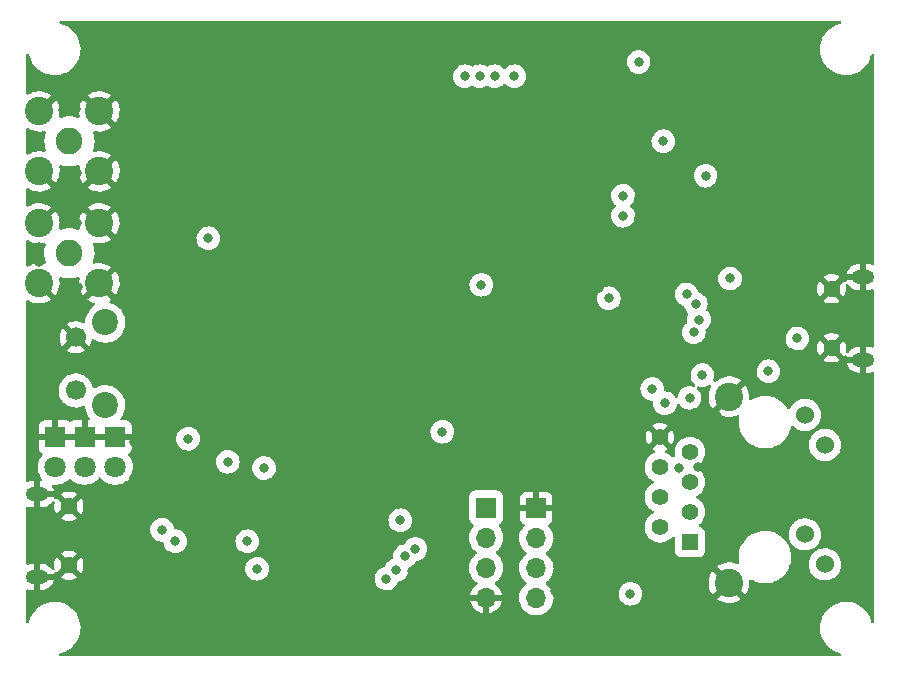
<source format=gbr>
%TF.GenerationSoftware,KiCad,Pcbnew,(6.0.9)*%
%TF.CreationDate,2023-03-02T15:05:35+09:00*%
%TF.ProjectId,mosaicBoard,6d6f7361-6963-4426-9f61-72642e6b6963,rev?*%
%TF.SameCoordinates,PX72eaf20PY14fb180*%
%TF.FileFunction,Copper,L2,Inr*%
%TF.FilePolarity,Positive*%
%FSLAX46Y46*%
G04 Gerber Fmt 4.6, Leading zero omitted, Abs format (unit mm)*
G04 Created by KiCad (PCBNEW (6.0.9)) date 2023-03-02 15:05:35*
%MOMM*%
%LPD*%
G01*
G04 APERTURE LIST*
%TA.AperFunction,ComponentPad*%
%ADD10R,1.400000X1.400000*%
%TD*%
%TA.AperFunction,ComponentPad*%
%ADD11C,1.400000*%
%TD*%
%TA.AperFunction,ComponentPad*%
%ADD12C,1.530000*%
%TD*%
%TA.AperFunction,ComponentPad*%
%ADD13C,2.400000*%
%TD*%
%TA.AperFunction,ComponentPad*%
%ADD14R,1.700000X1.700000*%
%TD*%
%TA.AperFunction,ComponentPad*%
%ADD15O,1.700000X1.700000*%
%TD*%
%TA.AperFunction,ComponentPad*%
%ADD16C,2.200000*%
%TD*%
%TA.AperFunction,ComponentPad*%
%ADD17C,1.700000*%
%TD*%
%TA.AperFunction,ComponentPad*%
%ADD18C,1.450000*%
%TD*%
%TA.AperFunction,ComponentPad*%
%ADD19O,1.900000X1.200000*%
%TD*%
%TA.AperFunction,ComponentPad*%
%ADD20C,2.250000*%
%TD*%
%TA.AperFunction,ComponentPad*%
%ADD21R,1.800000X1.800000*%
%TD*%
%TA.AperFunction,ComponentPad*%
%ADD22C,1.800000*%
%TD*%
%TA.AperFunction,ViaPad*%
%ADD23C,0.800000*%
%TD*%
G04 APERTURE END LIST*
D10*
%TO.N,Net-(IC1-Pad7)*%
%TO.C,J9*%
X56800000Y-44745000D03*
D11*
%TO.N,+3.3V*%
X54260000Y-43475000D03*
%TO.N,Net-(IC1-Pad6)*%
X56800000Y-42205000D03*
%TO.N,Net-(IC1-Pad5)*%
X54260000Y-40935000D03*
%TO.N,+3.3V*%
X56800000Y-39665000D03*
%TO.N,Net-(IC1-Pad4)*%
X54260000Y-38395000D03*
%TO.N,unconnected-(J9-Pad7)*%
X56800000Y-37125000D03*
%TO.N,GND*%
X54260000Y-35855000D03*
D12*
%TO.N,/LED0*%
X68230000Y-46625000D03*
%TO.N,Net-(J9-Pad10)*%
X66530000Y-44085000D03*
%TO.N,/LED1*%
X68230000Y-36515000D03*
%TO.N,Net-(J9-Pad12)*%
X66530000Y-33975000D03*
D13*
%TO.N,GND*%
X60100000Y-48175000D03*
X60100000Y-32425000D03*
%TD*%
D14*
%TO.N,/EVENTA_3V3*%
%TO.C,J5*%
X39545500Y-41817500D03*
D15*
%TO.N,/EVENTB_3V3*%
X39545500Y-44357500D03*
%TO.N,/PPSO_3V3*%
X39545500Y-46897500D03*
%TO.N,GND*%
X39545500Y-49437500D03*
%TD*%
D16*
%TO.N,*%
%TO.C,SW1*%
X7300000Y-33150000D03*
X7300000Y-26150000D03*
D17*
%TO.N,/LOGBUTTON*%
X4800000Y-31900000D03*
%TO.N,GND*%
X4800000Y-27400000D03*
%TD*%
D18*
%TO.N,GND*%
%TO.C,J10*%
X68791500Y-28300000D03*
D19*
X71491500Y-29300000D03*
D18*
X68791500Y-23300000D03*
D19*
X71491500Y-22300000D03*
%TD*%
%TO.N,GND*%
%TO.C,J3*%
X1516000Y-40700000D03*
X1516000Y-47700000D03*
D18*
X4216000Y-46700000D03*
X4216000Y-41700000D03*
%TD*%
D20*
%TO.N,/ANT1*%
%TO.C,J1*%
X4269000Y-10814000D03*
D13*
%TO.N,GND*%
X1729000Y-13354000D03*
X6809000Y-8274000D03*
X1729000Y-8274000D03*
X6809000Y-13354000D03*
%TD*%
D20*
%TO.N,/ANT2*%
%TO.C,J2*%
X4260000Y-20290000D03*
D13*
%TO.N,GND*%
X6800000Y-22830000D03*
X1720000Y-17750000D03*
X6800000Y-17750000D03*
X1720000Y-22830000D03*
%TD*%
D21*
%TO.N,GND*%
%TO.C,D5*%
X8125000Y-35850000D03*
D22*
%TO.N,Net-(D5-Pad2)*%
X8125000Y-38390000D03*
%TD*%
D21*
%TO.N,GND*%
%TO.C,D4*%
X5550000Y-35850000D03*
D22*
%TO.N,Net-(D4-Pad2)*%
X5550000Y-38390000D03*
%TD*%
D14*
%TO.N,GND*%
%TO.C,J4*%
X43793700Y-41881000D03*
D15*
%TO.N,/MosaicRX1*%
X43793700Y-44421000D03*
%TO.N,/MosaicTX1*%
X43793700Y-46961000D03*
%TO.N,+5V*%
X43793700Y-49501000D03*
%TD*%
D21*
%TO.N,GND*%
%TO.C,D3*%
X3075000Y-35850000D03*
D22*
%TO.N,Net-(D3-Pad2)*%
X3075000Y-38390000D03*
%TD*%
D23*
%TO.N,GND*%
X69425000Y-21025000D03*
X59600000Y-21025000D03*
X56950000Y-5325000D03*
X67500000Y-5300000D03*
X61250000Y-5300000D03*
X55250000Y-17525000D03*
X10945000Y-48358000D03*
X7800000Y-48000000D03*
X6200000Y-49500000D03*
X27500000Y-10300000D03*
X33225000Y-10500000D03*
X13600000Y-17200000D03*
X42758660Y-20941340D03*
X42700000Y-24950000D03*
X17500000Y-7800000D03*
X42750000Y-28800000D03*
X26900000Y-35550000D03*
X20525000Y-5375000D03*
X17600000Y-30650000D03*
X17500000Y-10350000D03*
X44050000Y-5450000D03*
X45300000Y-5400000D03*
X12900000Y-3200000D03*
X18600000Y-35600000D03*
X17450000Y-28100000D03*
X28200000Y-35550000D03*
X17500000Y-15450000D03*
X27100000Y-14400000D03*
X17500000Y-11600000D03*
X42695000Y-16608000D03*
X27000000Y-26200000D03*
X42700000Y-26200000D03*
X17500000Y-9050000D03*
X37400000Y-11550000D03*
X42700000Y-30650000D03*
X21150000Y-35600000D03*
X15644000Y-7552000D03*
X17500000Y-25600000D03*
X17550000Y-29300000D03*
X17500000Y-6500000D03*
X17450000Y-14150000D03*
X17550000Y-26850000D03*
X32900000Y-20550000D03*
X25225000Y-37175000D03*
X36400000Y-10350000D03*
X17550000Y-21800000D03*
X17500000Y-23050000D03*
X31400000Y-30750000D03*
X39000000Y-30650000D03*
X31300000Y-5350000D03*
X16406000Y-10854000D03*
X19950000Y-35600000D03*
X17550000Y-24300000D03*
X17450000Y-31900000D03*
X13600000Y-18600000D03*
X22500000Y-20500000D03*
X22500000Y-30600000D03*
X22500000Y-28100000D03*
X22500000Y-29400000D03*
X26500000Y-11000000D03*
X22500000Y-24300000D03*
X14500000Y-15600000D03*
X15300000Y-14100000D03*
X23800000Y-10300000D03*
X22600000Y-12900000D03*
X15400000Y-11800000D03*
X22600000Y-11600000D03*
X22600000Y-15400000D03*
X28800000Y-30800000D03*
X22500000Y-26800000D03*
X27500000Y-30800000D03*
X25800000Y-13600000D03*
X22500000Y-10300000D03*
X22500000Y-23000000D03*
X25900000Y-27300000D03*
X42800000Y-10300000D03*
X25100000Y-10300000D03*
X22600000Y-14200000D03*
X22500000Y-21700000D03*
X26200000Y-30800000D03*
X22600000Y-16700000D03*
X22600000Y-18000000D03*
X22500000Y-19300000D03*
X22500000Y-25600000D03*
X12950000Y-6900000D03*
X22700000Y-3900000D03*
X23600000Y-5150000D03*
X16950000Y-5350000D03*
X20800000Y-2950000D03*
X18650000Y-2950000D03*
X41400000Y-3490000D03*
X18650000Y-5325000D03*
X16250000Y-2950000D03*
X53363000Y-26641000D03*
X38885000Y-35658000D03*
X37615000Y-37055000D03*
X42187000Y-35658000D03*
X44600000Y-35658000D03*
X25550000Y-41500000D03*
X25550000Y-44167000D03*
X25550000Y-46580000D03*
X23518000Y-48739000D03*
X20216000Y-48739000D03*
X17295000Y-48739000D03*
X15200000Y-48739000D03*
X23264000Y-41500000D03*
X15009000Y-41055500D03*
X29233000Y-38325000D03*
X33043000Y-38325000D03*
X36345000Y-38325000D03*
X27836000Y-42897000D03*
X30122000Y-40611000D03*
X32400000Y-40500000D03*
X25423000Y-49882000D03*
X64500000Y-5325000D03*
X27836000Y-45056000D03*
X27836000Y-47469000D03*
X27836000Y-49755000D03*
X36400000Y-48993000D03*
X36400000Y-45056000D03*
X51712000Y-47469000D03*
X33297000Y-47215000D03*
X51966000Y-10829500D03*
X42650000Y-17878000D03*
X42695000Y-13433000D03*
X50442000Y-30100000D03*
X56538000Y-29562000D03*
X51610400Y-45538600D03*
X11788000Y-20934000D03*
X12804000Y-19664000D03*
X15500000Y-6000000D03*
X13300000Y-50700000D03*
X16100000Y-50900000D03*
X19000000Y-50900000D03*
X22500000Y-50900000D03*
X41900000Y-37700000D03*
X40200000Y-39400000D03*
X50100000Y-7500000D03*
X47700000Y-7000000D03*
X48800000Y-8600000D03*
X48800000Y-10700000D03*
X47700000Y-15800000D03*
X49100000Y-23200000D03*
X48000000Y-26600000D03*
X59550000Y-41350000D03*
X51635800Y-43278000D03*
X51150000Y-37850000D03*
X51150000Y-35400000D03*
X51150000Y-32900000D03*
X59550000Y-39050000D03*
X59500000Y-43800000D03*
X58290600Y-45919600D03*
X59586000Y-36166000D03*
X60195600Y-30120800D03*
X45300000Y-37700000D03*
X45300000Y-39600000D03*
X48250000Y-31900000D03*
X47600000Y-35200000D03*
X47300000Y-37700000D03*
X8900000Y-8300000D03*
X11707000Y-8480000D03*
X3600000Y-5900000D03*
X1194000Y-11225000D03*
X4819000Y-8100000D03*
X3769000Y-13500000D03*
X6200000Y-5900000D03*
X4869000Y-13500000D03*
X9100000Y-13900000D03*
X8848000Y-6027000D03*
X3719000Y-8150000D03*
X1790000Y-15600000D03*
X1000000Y-5900000D03*
X1169000Y-10275000D03*
X4119000Y-15546000D03*
X6669000Y-15500000D03*
X8569000Y-15550000D03*
X12596000Y-12417000D03*
X11326000Y-15973000D03*
X11326000Y-13814000D03*
X11580000Y-4543000D03*
X9100000Y-12400000D03*
X11000000Y-45600000D03*
X5900000Y-47600000D03*
X7000000Y-42200000D03*
X7998600Y-45030600D03*
X3819000Y-17800000D03*
X9100000Y-25100000D03*
X5600000Y-25100000D03*
X1719000Y-21050000D03*
X4969000Y-23150000D03*
X4919000Y-17750000D03*
X3819000Y-25100000D03*
X1169000Y-25100000D03*
X1719000Y-19800000D03*
X9100000Y-23400000D03*
X3869000Y-23150000D03*
X10200000Y-18700000D03*
X10400000Y-5700000D03*
X11100000Y-10000000D03*
X10400000Y-22300000D03*
X9000000Y-18300000D03*
X57503200Y-38426600D03*
X57147600Y-33803800D03*
X59128800Y-34083200D03*
X51432600Y-20392600D03*
X51737400Y-13839400D03*
X55600000Y-21600000D03*
X64818400Y-39087000D03*
X65936000Y-36242200D03*
X51610400Y-41677800D03*
X51610400Y-40077600D03*
X54582200Y-45538600D03*
X7400000Y-40200000D03*
X45400000Y-48900000D03*
X67100000Y-21400000D03*
X63000000Y-31700000D03*
X67700000Y-31500000D03*
X71700000Y-34200000D03*
X71900000Y-46600000D03*
X11350000Y-17800000D03*
X10000000Y-38900000D03*
X10000000Y-34300000D03*
X51800000Y-9300000D03*
X51839000Y-12349990D03*
X31300000Y-36008979D03*
X9700000Y-36300000D03*
X5300000Y-33800000D03*
%TO.N,+3.3V*%
X19327000Y-44675000D03*
X13231000Y-44675000D03*
X49934000Y-24101000D03*
X51125000Y-15415500D03*
X51125000Y-17115500D03*
X14310500Y-36000000D03*
X32281000Y-42897000D03*
X58125000Y-13725000D03*
X52447000Y-4098500D03*
X63446800Y-30273200D03*
X60195600Y-22424600D03*
X35837000Y-35404000D03*
X54549990Y-10800000D03*
X55852188Y-38452000D03*
X51762800Y-49120000D03*
X20736000Y-38464000D03*
%TO.N,+1V8*%
X41933000Y-5305000D03*
X33555660Y-45314660D03*
%TO.N,+5V*%
X12100000Y-43700000D03*
X65900000Y-27500000D03*
X16025000Y-19021000D03*
X20150000Y-47000000D03*
%TO.N,/PPSO_1V8*%
X31102472Y-47832000D03*
X37742000Y-5305000D03*
%TO.N,/EVENTB_1V8*%
X31934098Y-47107000D03*
X39012000Y-5305000D03*
%TO.N,/EVENTA_1V8*%
X40282000Y-5305000D03*
X32662000Y-45945000D03*
%TO.N,/LOGBUTTON*%
X17676000Y-37944000D03*
X39139000Y-22958000D03*
%TO.N,Net-(IC1-Pad4)*%
X57126396Y-26976324D03*
%TO.N,Net-(IC1-Pad5)*%
X57575000Y-25904400D03*
%TO.N,Net-(IC1-Pad6)*%
X57300000Y-24575000D03*
%TO.N,Net-(IC1-Pad7)*%
X56512600Y-23770800D03*
%TO.N,Net-(IC1-Pad28)*%
X57858800Y-30603400D03*
X53617000Y-31771800D03*
%TO.N,/nRST_LAN*%
X54699978Y-32991000D03*
X56766600Y-32533800D03*
%TD*%
%TA.AperFunction,Conductor*%
%TO.N,GND*%
G36*
X69572666Y-620502D02*
G01*
X69619159Y-674158D01*
X69629263Y-744432D01*
X69599769Y-809012D01*
X69540043Y-847396D01*
X69529450Y-850014D01*
X69421761Y-871728D01*
X69145363Y-966900D01*
X69141630Y-968769D01*
X69141626Y-968771D01*
X68969581Y-1054925D01*
X68883980Y-1097791D01*
X68880515Y-1100146D01*
X68723627Y-1206767D01*
X68642205Y-1262101D01*
X68424284Y-1456945D01*
X68234047Y-1678898D01*
X68231773Y-1682400D01*
X68231772Y-1682401D01*
X68128793Y-1840976D01*
X68074836Y-1924062D01*
X67949448Y-2188129D01*
X67860086Y-2466459D01*
X67859347Y-2470568D01*
X67835893Y-2600919D01*
X67808319Y-2754164D01*
X67795059Y-3046187D01*
X67795422Y-3050335D01*
X67795422Y-3050340D01*
X67800908Y-3113049D01*
X67820536Y-3337399D01*
X67884305Y-3622683D01*
X67985244Y-3897027D01*
X67987188Y-3900715D01*
X67987192Y-3900723D01*
X68084067Y-4084463D01*
X68121580Y-4155612D01*
X68290918Y-4393893D01*
X68359676Y-4467627D01*
X68470724Y-4586711D01*
X68490283Y-4607686D01*
X68716171Y-4793233D01*
X68964616Y-4947275D01*
X69231250Y-5067105D01*
X69297684Y-5086910D01*
X69507394Y-5149428D01*
X69507402Y-5149430D01*
X69511391Y-5150619D01*
X69515508Y-5151271D01*
X69515512Y-5151272D01*
X69796649Y-5195799D01*
X69796654Y-5195799D01*
X69800117Y-5196348D01*
X69849069Y-5198571D01*
X69890128Y-5200436D01*
X69890147Y-5200436D01*
X69891547Y-5200500D01*
X70074151Y-5200500D01*
X70076243Y-5200361D01*
X70076245Y-5200361D01*
X70287511Y-5186329D01*
X70291682Y-5186052D01*
X70295776Y-5185227D01*
X70295780Y-5185226D01*
X70433095Y-5157538D01*
X70578239Y-5128272D01*
X70854637Y-5033100D01*
X70858370Y-5031231D01*
X70858374Y-5031229D01*
X71112276Y-4904084D01*
X71112278Y-4904083D01*
X71116020Y-4902209D01*
X71273135Y-4795434D01*
X71354336Y-4740250D01*
X71354339Y-4740248D01*
X71357795Y-4737899D01*
X71575716Y-4543055D01*
X71765953Y-4321102D01*
X71769842Y-4315113D01*
X71922892Y-4079437D01*
X71922894Y-4079434D01*
X71925164Y-4075938D01*
X72050552Y-3811871D01*
X72079634Y-3721293D01*
X72138636Y-3537521D01*
X72139914Y-3533541D01*
X72149491Y-3480315D01*
X72181241Y-3416813D01*
X72242282Y-3380557D01*
X72313234Y-3383057D01*
X72371571Y-3423520D01*
X72398772Y-3489100D01*
X72399500Y-3502628D01*
X72399500Y-21143649D01*
X72379498Y-21211770D01*
X72325842Y-21258263D01*
X72255568Y-21268367D01*
X72226401Y-21260515D01*
X72163185Y-21235038D01*
X72151730Y-21231645D01*
X71954572Y-21193143D01*
X71945709Y-21192066D01*
X71943000Y-21192000D01*
X71763615Y-21192000D01*
X71748376Y-21196475D01*
X71747171Y-21197865D01*
X71745500Y-21205548D01*
X71745500Y-23389885D01*
X71749975Y-23405124D01*
X71751365Y-23406329D01*
X71759048Y-23408000D01*
X71891332Y-23408000D01*
X71897308Y-23407715D01*
X72045994Y-23393529D01*
X72057728Y-23391270D01*
X72238031Y-23338375D01*
X72309027Y-23338392D01*
X72368744Y-23376790D01*
X72398222Y-23441378D01*
X72399500Y-23459280D01*
X72399500Y-28143649D01*
X72379498Y-28211770D01*
X72325842Y-28258263D01*
X72255568Y-28268367D01*
X72226401Y-28260515D01*
X72163185Y-28235038D01*
X72151730Y-28231645D01*
X71954572Y-28193143D01*
X71945709Y-28192066D01*
X71943000Y-28192000D01*
X71763615Y-28192000D01*
X71748376Y-28196475D01*
X71747171Y-28197865D01*
X71745500Y-28205548D01*
X71745500Y-30389885D01*
X71749975Y-30405124D01*
X71751365Y-30406329D01*
X71759048Y-30408000D01*
X71891332Y-30408000D01*
X71897308Y-30407715D01*
X72045994Y-30393529D01*
X72057728Y-30391270D01*
X72238031Y-30338375D01*
X72309027Y-30338392D01*
X72368744Y-30376790D01*
X72398222Y-30441378D01*
X72399500Y-30459280D01*
X72399500Y-51505695D01*
X72379498Y-51573816D01*
X72325842Y-51620309D01*
X72255568Y-51630413D01*
X72190988Y-51600919D01*
X72152604Y-51541193D01*
X72150535Y-51533181D01*
X72116609Y-51381405D01*
X72116608Y-51381402D01*
X72115695Y-51377317D01*
X72014756Y-51102973D01*
X72012812Y-51099285D01*
X72012808Y-51099277D01*
X71880373Y-50848092D01*
X71880372Y-50848091D01*
X71878420Y-50844388D01*
X71709082Y-50606107D01*
X71509717Y-50392314D01*
X71283829Y-50206767D01*
X71035384Y-50052725D01*
X70768750Y-49932895D01*
X70682077Y-49907056D01*
X70492606Y-49850572D01*
X70492598Y-49850570D01*
X70488609Y-49849381D01*
X70484492Y-49848729D01*
X70484488Y-49848728D01*
X70203351Y-49804201D01*
X70203346Y-49804201D01*
X70199883Y-49803652D01*
X70150931Y-49801429D01*
X70109872Y-49799564D01*
X70109853Y-49799564D01*
X70108453Y-49799500D01*
X69925849Y-49799500D01*
X69923757Y-49799639D01*
X69923755Y-49799639D01*
X69789184Y-49808577D01*
X69708318Y-49813948D01*
X69704224Y-49814773D01*
X69704220Y-49814774D01*
X69579382Y-49839946D01*
X69421761Y-49871728D01*
X69145363Y-49966900D01*
X69141630Y-49968769D01*
X69141626Y-49968771D01*
X68887724Y-50095916D01*
X68883980Y-50097791D01*
X68796505Y-50157239D01*
X68723627Y-50206767D01*
X68642205Y-50262101D01*
X68424284Y-50456945D01*
X68234047Y-50678898D01*
X68231773Y-50682400D01*
X68231772Y-50682401D01*
X68118955Y-50856125D01*
X68074836Y-50924062D01*
X67949448Y-51188129D01*
X67860086Y-51466459D01*
X67859347Y-51470568D01*
X67835893Y-51600919D01*
X67808319Y-51754164D01*
X67795059Y-52046187D01*
X67820536Y-52337399D01*
X67884305Y-52622683D01*
X67985244Y-52897027D01*
X67987188Y-52900715D01*
X67987192Y-52900723D01*
X68119627Y-53151908D01*
X68121580Y-53155612D01*
X68290918Y-53393893D01*
X68490283Y-53607686D01*
X68716171Y-53793233D01*
X68964616Y-53947275D01*
X69231250Y-54067105D01*
X69511391Y-54150619D01*
X69513176Y-54150902D01*
X69574689Y-54185226D01*
X69608140Y-54247848D01*
X69602425Y-54318614D01*
X69559359Y-54375057D01*
X69492614Y-54399256D01*
X69484779Y-54399500D01*
X3495455Y-54399500D01*
X3427334Y-54379498D01*
X3380841Y-54325842D01*
X3370737Y-54255568D01*
X3400231Y-54190988D01*
X3459957Y-54152604D01*
X3470550Y-54149986D01*
X3495590Y-54144937D01*
X3578239Y-54128272D01*
X3854637Y-54033100D01*
X3858370Y-54031231D01*
X3858374Y-54031229D01*
X4112276Y-53904084D01*
X4112278Y-53904083D01*
X4116020Y-53902209D01*
X4273135Y-53795434D01*
X4354336Y-53740250D01*
X4354339Y-53740248D01*
X4357795Y-53737899D01*
X4575716Y-53543055D01*
X4765953Y-53321102D01*
X4768228Y-53317599D01*
X4922892Y-53079437D01*
X4922894Y-53079434D01*
X4925164Y-53075938D01*
X5050552Y-52811871D01*
X5139914Y-52533541D01*
X5162529Y-52407852D01*
X5190943Y-52249940D01*
X5190944Y-52249934D01*
X5191681Y-52245836D01*
X5204941Y-51953813D01*
X5179464Y-51662601D01*
X5115695Y-51377317D01*
X5014756Y-51102973D01*
X5012812Y-51099285D01*
X5012808Y-51099277D01*
X4880373Y-50848092D01*
X4880372Y-50848091D01*
X4878420Y-50844388D01*
X4709082Y-50606107D01*
X4509717Y-50392314D01*
X4283829Y-50206767D01*
X4035384Y-50052725D01*
X3768750Y-49932895D01*
X3682077Y-49907056D01*
X3492606Y-49850572D01*
X3492598Y-49850570D01*
X3488609Y-49849381D01*
X3484492Y-49848729D01*
X3484488Y-49848728D01*
X3203351Y-49804201D01*
X3203346Y-49804201D01*
X3199883Y-49803652D01*
X3150931Y-49801429D01*
X3109872Y-49799564D01*
X3109853Y-49799564D01*
X3108453Y-49799500D01*
X2925849Y-49799500D01*
X2923757Y-49799639D01*
X2923755Y-49799639D01*
X2789184Y-49808577D01*
X2708318Y-49813948D01*
X2704224Y-49814773D01*
X2704220Y-49814774D01*
X2579382Y-49839946D01*
X2421761Y-49871728D01*
X2145363Y-49966900D01*
X2141630Y-49968769D01*
X2141626Y-49968771D01*
X1887724Y-50095916D01*
X1883980Y-50097791D01*
X1796505Y-50157239D01*
X1723627Y-50206767D01*
X1642205Y-50262101D01*
X1424284Y-50456945D01*
X1234047Y-50678898D01*
X1231773Y-50682400D01*
X1231772Y-50682401D01*
X1118955Y-50856125D01*
X1074836Y-50924062D01*
X949448Y-51188129D01*
X860086Y-51466459D01*
X859347Y-51470568D01*
X850509Y-51519685D01*
X818759Y-51583187D01*
X757718Y-51619443D01*
X686766Y-51616943D01*
X628429Y-51576480D01*
X601228Y-51510900D01*
X600500Y-51497372D01*
X600500Y-49705466D01*
X38213757Y-49705466D01*
X38244065Y-49839946D01*
X38247145Y-49849775D01*
X38327270Y-50047103D01*
X38331913Y-50056294D01*
X38443194Y-50237888D01*
X38449277Y-50246199D01*
X38588713Y-50407167D01*
X38596080Y-50414383D01*
X38759934Y-50550416D01*
X38768381Y-50556331D01*
X38952256Y-50663779D01*
X38961542Y-50668229D01*
X39160501Y-50744203D01*
X39170399Y-50747079D01*
X39273750Y-50768106D01*
X39287799Y-50766910D01*
X39291500Y-50756565D01*
X39291500Y-50756017D01*
X39799500Y-50756017D01*
X39803564Y-50769859D01*
X39816978Y-50771893D01*
X39823684Y-50771034D01*
X39833762Y-50768892D01*
X40037755Y-50707691D01*
X40047342Y-50703933D01*
X40238595Y-50610239D01*
X40247445Y-50604964D01*
X40420828Y-50481292D01*
X40428700Y-50474639D01*
X40579552Y-50324312D01*
X40586230Y-50316465D01*
X40710503Y-50143520D01*
X40715813Y-50134683D01*
X40810170Y-49943767D01*
X40813969Y-49934172D01*
X40875877Y-49730410D01*
X40878055Y-49720337D01*
X40879486Y-49709462D01*
X40877275Y-49695278D01*
X40864117Y-49691500D01*
X39817615Y-49691500D01*
X39802376Y-49695975D01*
X39801171Y-49697365D01*
X39799500Y-49705048D01*
X39799500Y-50756017D01*
X39291500Y-50756017D01*
X39291500Y-49709615D01*
X39287025Y-49694376D01*
X39285635Y-49693171D01*
X39277952Y-49691500D01*
X38228725Y-49691500D01*
X38215194Y-49695473D01*
X38213757Y-49705466D01*
X600500Y-49705466D01*
X600500Y-49465440D01*
X42338663Y-49465440D01*
X42338960Y-49470592D01*
X42338960Y-49470596D01*
X42352096Y-49698403D01*
X42352097Y-49698409D01*
X42352394Y-49703562D01*
X42404831Y-49936245D01*
X42406775Y-49941032D01*
X42406776Y-49941036D01*
X42453987Y-50057303D01*
X42494567Y-50157239D01*
X42619193Y-50360609D01*
X42775360Y-50540894D01*
X42958876Y-50693252D01*
X43164812Y-50813591D01*
X43387637Y-50898680D01*
X43392705Y-50899711D01*
X43392708Y-50899712D01*
X43495195Y-50920563D01*
X43621366Y-50946233D01*
X43626539Y-50946423D01*
X43626542Y-50946423D01*
X43854561Y-50954784D01*
X43854565Y-50954784D01*
X43859725Y-50954973D01*
X43864846Y-50954317D01*
X44091189Y-50925321D01*
X44091190Y-50925321D01*
X44096309Y-50924665D01*
X44324768Y-50856125D01*
X44538964Y-50751191D01*
X44620192Y-50693252D01*
X44728942Y-50615681D01*
X44733145Y-50612683D01*
X44902097Y-50444320D01*
X45041282Y-50250623D01*
X45061646Y-50209421D01*
X45144669Y-50041437D01*
X45144670Y-50041435D01*
X45146963Y-50036795D01*
X45205726Y-49843382D01*
X45214798Y-49813521D01*
X45214798Y-49813520D01*
X45216300Y-49808577D01*
X45224371Y-49747275D01*
X45246996Y-49575421D01*
X45246997Y-49575414D01*
X45247433Y-49572099D01*
X45248213Y-49540184D01*
X45249089Y-49504364D01*
X45249089Y-49504360D01*
X45249171Y-49501000D01*
X45235656Y-49336613D01*
X45230051Y-49268435D01*
X45230050Y-49268429D01*
X45229627Y-49263284D01*
X45190111Y-49105963D01*
X50757557Y-49105963D01*
X50773975Y-49301483D01*
X50828058Y-49490091D01*
X50835393Y-49504364D01*
X50914923Y-49659113D01*
X50914926Y-49659117D01*
X50917744Y-49664601D01*
X51039618Y-49818369D01*
X51044311Y-49822363D01*
X51044312Y-49822364D01*
X51183752Y-49941036D01*
X51189038Y-49945535D01*
X51194416Y-49948541D01*
X51194418Y-49948542D01*
X51224833Y-49965540D01*
X51360313Y-50041257D01*
X51546918Y-50101889D01*
X51741746Y-50125121D01*
X51747881Y-50124649D01*
X51747883Y-50124649D01*
X51931234Y-50110541D01*
X51931238Y-50110540D01*
X51937376Y-50110068D01*
X52126356Y-50057303D01*
X52301489Y-49968837D01*
X52331315Y-49945535D01*
X52378796Y-49908438D01*
X52456103Y-49848040D01*
X52473501Y-49827885D01*
X52580285Y-49704173D01*
X52580285Y-49704172D01*
X52584309Y-49699511D01*
X52588690Y-49691800D01*
X52654802Y-49575421D01*
X52670176Y-49548359D01*
X59091386Y-49548359D01*
X59100099Y-49559879D01*
X59188586Y-49624760D01*
X59196505Y-49629708D01*
X59412877Y-49743547D01*
X59421451Y-49747275D01*
X59652282Y-49827885D01*
X59661291Y-49830299D01*
X59901518Y-49875908D01*
X59910775Y-49876962D01*
X60155107Y-49886563D01*
X60164420Y-49886237D01*
X60407478Y-49859618D01*
X60416655Y-49857917D01*
X60653107Y-49795665D01*
X60661926Y-49792628D01*
X60886584Y-49696107D01*
X60894856Y-49691800D01*
X61102777Y-49563135D01*
X61104620Y-49561796D01*
X61112038Y-49550541D01*
X61105974Y-49540184D01*
X60112812Y-48547022D01*
X60098868Y-48539408D01*
X60097035Y-48539539D01*
X60090420Y-48543790D01*
X59098044Y-49536166D01*
X59091386Y-49548359D01*
X52670176Y-49548359D01*
X52681225Y-49528909D01*
X52743158Y-49342732D01*
X52767749Y-49148071D01*
X52768141Y-49120000D01*
X52748994Y-48924728D01*
X52747213Y-48918829D01*
X52747212Y-48918824D01*
X52694065Y-48742793D01*
X52692284Y-48736894D01*
X52600170Y-48563653D01*
X52476161Y-48411602D01*
X52324980Y-48286535D01*
X52152385Y-48193213D01*
X52058668Y-48164203D01*
X51970839Y-48137015D01*
X51970836Y-48137014D01*
X51964952Y-48135193D01*
X51961547Y-48134835D01*
X58388022Y-48134835D01*
X58399754Y-48379064D01*
X58400891Y-48388324D01*
X58448593Y-48628143D01*
X58451082Y-48637118D01*
X58533708Y-48867250D01*
X58537505Y-48875778D01*
X58653234Y-49091160D01*
X58658245Y-49099027D01*
X58715173Y-49175263D01*
X58726431Y-49183712D01*
X58738850Y-49176940D01*
X59727978Y-48187812D01*
X59735592Y-48173868D01*
X59735461Y-48172035D01*
X59731210Y-48165420D01*
X58736828Y-47171038D01*
X58723520Y-47163771D01*
X58713481Y-47170893D01*
X58708581Y-47176784D01*
X58703168Y-47184373D01*
X58576322Y-47393409D01*
X58572084Y-47401726D01*
X58477529Y-47627214D01*
X58474572Y-47636052D01*
X58414384Y-47873042D01*
X58412763Y-47882232D01*
X58388267Y-48125510D01*
X58388022Y-48134835D01*
X51961547Y-48134835D01*
X51958827Y-48134549D01*
X51958826Y-48134549D01*
X51775947Y-48115327D01*
X51775946Y-48115327D01*
X51769819Y-48114683D01*
X51650851Y-48125510D01*
X51580559Y-48131907D01*
X51580558Y-48131907D01*
X51574418Y-48132466D01*
X51568504Y-48134207D01*
X51568502Y-48134207D01*
X51488786Y-48157669D01*
X51386193Y-48187864D01*
X51380728Y-48190721D01*
X51217772Y-48275912D01*
X51217768Y-48275915D01*
X51212312Y-48278767D01*
X51207512Y-48282627D01*
X51207511Y-48282627D01*
X51191898Y-48295180D01*
X51059400Y-48401711D01*
X50933280Y-48552016D01*
X50930316Y-48557408D01*
X50930313Y-48557412D01*
X50877465Y-48653542D01*
X50838756Y-48723954D01*
X50836895Y-48729821D01*
X50836894Y-48729823D01*
X50815167Y-48798314D01*
X50779428Y-48910978D01*
X50757557Y-49105963D01*
X45190111Y-49105963D01*
X45171521Y-49031952D01*
X45159115Y-49003420D01*
X45078472Y-48817953D01*
X45078470Y-48817950D01*
X45076412Y-48813216D01*
X44946855Y-48612951D01*
X44937125Y-48602257D01*
X44789807Y-48440358D01*
X44789805Y-48440357D01*
X44786329Y-48436536D01*
X44782278Y-48433337D01*
X44782274Y-48433333D01*
X44703489Y-48371113D01*
X44650710Y-48329431D01*
X44609648Y-48271515D01*
X44606416Y-48200592D01*
X44642041Y-48139181D01*
X44655634Y-48127971D01*
X44698959Y-48097068D01*
X44733145Y-48072683D01*
X44759962Y-48045960D01*
X44847615Y-47958612D01*
X44902097Y-47904320D01*
X44924573Y-47873042D01*
X45038264Y-47714823D01*
X45041282Y-47710623D01*
X45047339Y-47698369D01*
X45144669Y-47501437D01*
X45144670Y-47501435D01*
X45146963Y-47496795D01*
X45216300Y-47268577D01*
X45228385Y-47176784D01*
X45246996Y-47035421D01*
X45246997Y-47035414D01*
X45247433Y-47032099D01*
X45247515Y-47028746D01*
X45249089Y-46964364D01*
X45249089Y-46964360D01*
X45249171Y-46961000D01*
X45237640Y-46820744D01*
X45235928Y-46799917D01*
X59089330Y-46799917D01*
X59093903Y-46809693D01*
X61463732Y-49179522D01*
X61476112Y-49186282D01*
X61484453Y-49180038D01*
X61602700Y-48996202D01*
X61607147Y-48988011D01*
X61707572Y-48765076D01*
X61710767Y-48756298D01*
X61777135Y-48520973D01*
X61778993Y-48511844D01*
X61810044Y-48267770D01*
X61810525Y-48261483D01*
X61812706Y-48178160D01*
X61812555Y-48171851D01*
X61802276Y-48033533D01*
X61817175Y-47964117D01*
X61867238Y-47913776D01*
X61936570Y-47898492D01*
X61994327Y-47917109D01*
X61996167Y-47918250D01*
X62099300Y-47982196D01*
X62099311Y-47982202D01*
X62102853Y-47984398D01*
X62372517Y-48105590D01*
X62545056Y-48157026D01*
X62651841Y-48188860D01*
X62651843Y-48188860D01*
X62655840Y-48190052D01*
X62659960Y-48190705D01*
X62659962Y-48190705D01*
X62766470Y-48207574D01*
X62947846Y-48236301D01*
X62990022Y-48238216D01*
X63038894Y-48240436D01*
X63038913Y-48240436D01*
X63040313Y-48240500D01*
X63224991Y-48240500D01*
X63444995Y-48225887D01*
X63734808Y-48167451D01*
X64014346Y-48071198D01*
X64018079Y-48069329D01*
X64018083Y-48069327D01*
X64274961Y-47940692D01*
X64274963Y-47940691D01*
X64278699Y-47938820D01*
X64523221Y-47772643D01*
X64536228Y-47761014D01*
X64740501Y-47578373D01*
X64740502Y-47578372D01*
X64743618Y-47575586D01*
X64936016Y-47351111D01*
X65030852Y-47205077D01*
X65094757Y-47106672D01*
X65094760Y-47106667D01*
X65097036Y-47103162D01*
X65120228Y-47054321D01*
X65171108Y-46947168D01*
X65223849Y-46836095D01*
X65302372Y-46591524D01*
X66860229Y-46591524D01*
X66860526Y-46596677D01*
X66860526Y-46596680D01*
X66866418Y-46698868D01*
X66873154Y-46815692D01*
X66874291Y-46820738D01*
X66874292Y-46820744D01*
X66894790Y-46911696D01*
X66922519Y-47034740D01*
X66924461Y-47039522D01*
X66924462Y-47039526D01*
X66996370Y-47216613D01*
X67006997Y-47242783D01*
X67124319Y-47434236D01*
X67271335Y-47603956D01*
X67275310Y-47607256D01*
X67275313Y-47607259D01*
X67317742Y-47642484D01*
X67444097Y-47747386D01*
X67637965Y-47860673D01*
X67642790Y-47862515D01*
X67642791Y-47862516D01*
X67717695Y-47891119D01*
X67847732Y-47940775D01*
X67852798Y-47941806D01*
X67852799Y-47941806D01*
X67903141Y-47952048D01*
X68067765Y-47985541D01*
X68191223Y-47990068D01*
X68286991Y-47993580D01*
X68286995Y-47993580D01*
X68292155Y-47993769D01*
X68297275Y-47993113D01*
X68297277Y-47993113D01*
X68382497Y-47982196D01*
X68514876Y-47965238D01*
X68519825Y-47963753D01*
X68519831Y-47963752D01*
X68725004Y-47902197D01*
X68729947Y-47900714D01*
X68931591Y-47801930D01*
X68988953Y-47761014D01*
X69110181Y-47674543D01*
X69110186Y-47674539D01*
X69114393Y-47671538D01*
X69273445Y-47513041D01*
X69288677Y-47491844D01*
X69401455Y-47334895D01*
X69404473Y-47330695D01*
X69412790Y-47313868D01*
X69469091Y-47199951D01*
X69503961Y-47129397D01*
X69522375Y-47068790D01*
X69567732Y-46919505D01*
X69567733Y-46919499D01*
X69569236Y-46914553D01*
X69583041Y-46809693D01*
X69598107Y-46695255D01*
X69598107Y-46695249D01*
X69598544Y-46691933D01*
X69598626Y-46688580D01*
X69600098Y-46628364D01*
X69600098Y-46628360D01*
X69600180Y-46625000D01*
X69589981Y-46500948D01*
X69582205Y-46406365D01*
X69582204Y-46406359D01*
X69581781Y-46401214D01*
X69527080Y-46183438D01*
X69437544Y-45977520D01*
X69434424Y-45972696D01*
X69365853Y-45866703D01*
X69315579Y-45788991D01*
X69294997Y-45766371D01*
X69250724Y-45717716D01*
X69164461Y-45622914D01*
X69160410Y-45619715D01*
X69160406Y-45619711D01*
X68992300Y-45486949D01*
X68992295Y-45486946D01*
X68988246Y-45483748D01*
X68983730Y-45481255D01*
X68983727Y-45481253D01*
X68796192Y-45377728D01*
X68796188Y-45377726D01*
X68791668Y-45375231D01*
X68786799Y-45373507D01*
X68786795Y-45373505D01*
X68584882Y-45302004D01*
X68584878Y-45302003D01*
X68580007Y-45300278D01*
X68574914Y-45299371D01*
X68574911Y-45299370D01*
X68364034Y-45261807D01*
X68364028Y-45261806D01*
X68358945Y-45260901D01*
X68285198Y-45260000D01*
X68139591Y-45258221D01*
X68139589Y-45258221D01*
X68134421Y-45258158D01*
X67912464Y-45292122D01*
X67699034Y-45361882D01*
X67694446Y-45364270D01*
X67694442Y-45364272D01*
X67538326Y-45445541D01*
X67499864Y-45465563D01*
X67495731Y-45468666D01*
X67495728Y-45468668D01*
X67324437Y-45597277D01*
X67320302Y-45600382D01*
X67316730Y-45604120D01*
X67173127Y-45754392D01*
X67165170Y-45762718D01*
X67038635Y-45948211D01*
X66995422Y-46041305D01*
X66949749Y-46139701D01*
X66944096Y-46151879D01*
X66884090Y-46368254D01*
X66860229Y-46591524D01*
X65302372Y-46591524D01*
X65314226Y-46554602D01*
X65366580Y-46263629D01*
X65374002Y-46100182D01*
X65379803Y-45972458D01*
X65379803Y-45972452D01*
X65379992Y-45968288D01*
X65373435Y-45893333D01*
X65354781Y-45680121D01*
X65354225Y-45673768D01*
X65352677Y-45666839D01*
X65290644Y-45389322D01*
X65290643Y-45389319D01*
X65289732Y-45385243D01*
X65187646Y-45107782D01*
X65185702Y-45104094D01*
X65185698Y-45104086D01*
X65051714Y-44849963D01*
X65051713Y-44849962D01*
X65049761Y-44846259D01*
X64878499Y-44605271D01*
X64748606Y-44465978D01*
X64679719Y-44392105D01*
X64679717Y-44392103D01*
X64676869Y-44389049D01*
X64448414Y-44201394D01*
X64206698Y-44051524D01*
X65160229Y-44051524D01*
X65160526Y-44056677D01*
X65160526Y-44056680D01*
X65164165Y-44119784D01*
X65173154Y-44275692D01*
X65174291Y-44280738D01*
X65174292Y-44280744D01*
X65194809Y-44371784D01*
X65222519Y-44494740D01*
X65224461Y-44499522D01*
X65224462Y-44499526D01*
X65298809Y-44682618D01*
X65306997Y-44702783D01*
X65377786Y-44818300D01*
X65419069Y-44885668D01*
X65424319Y-44894236D01*
X65571335Y-45063956D01*
X65575310Y-45067256D01*
X65575313Y-45067259D01*
X65619672Y-45104086D01*
X65744097Y-45207386D01*
X65937965Y-45320673D01*
X66147732Y-45400775D01*
X66152798Y-45401806D01*
X66152799Y-45401806D01*
X66205725Y-45412574D01*
X66367765Y-45445541D01*
X66494316Y-45450181D01*
X66586991Y-45453580D01*
X66586995Y-45453580D01*
X66592155Y-45453769D01*
X66597275Y-45453113D01*
X66597277Y-45453113D01*
X66665692Y-45444349D01*
X66814876Y-45425238D01*
X66819825Y-45423753D01*
X66819831Y-45423752D01*
X67025004Y-45362197D01*
X67029947Y-45360714D01*
X67059503Y-45346235D01*
X67155166Y-45299370D01*
X67231591Y-45261930D01*
X67290934Y-45219601D01*
X67410181Y-45134543D01*
X67410186Y-45134539D01*
X67414393Y-45131538D01*
X67573445Y-44973041D01*
X67585039Y-44956907D01*
X67701455Y-44794895D01*
X67704473Y-44790695D01*
X67715759Y-44767861D01*
X67761653Y-44675000D01*
X67803961Y-44589397D01*
X67833523Y-44492099D01*
X67867732Y-44379505D01*
X67867733Y-44379499D01*
X67869236Y-44374553D01*
X67891683Y-44204048D01*
X67898107Y-44155255D01*
X67898107Y-44155249D01*
X67898544Y-44151933D01*
X67898626Y-44148580D01*
X67900098Y-44088364D01*
X67900098Y-44088360D01*
X67900180Y-44085000D01*
X67890123Y-43962677D01*
X67882205Y-43866365D01*
X67882204Y-43866359D01*
X67881781Y-43861214D01*
X67827080Y-43643438D01*
X67737544Y-43437520D01*
X67727021Y-43421253D01*
X67640345Y-43287273D01*
X67615579Y-43248991D01*
X67610122Y-43242993D01*
X67504847Y-43127298D01*
X67464461Y-43082914D01*
X67460410Y-43079715D01*
X67460406Y-43079711D01*
X67292300Y-42946949D01*
X67292295Y-42946946D01*
X67288246Y-42943748D01*
X67283730Y-42941255D01*
X67283727Y-42941253D01*
X67096192Y-42837728D01*
X67096188Y-42837726D01*
X67091668Y-42835231D01*
X67086799Y-42833507D01*
X67086795Y-42833505D01*
X66884882Y-42762004D01*
X66884878Y-42762003D01*
X66880007Y-42760278D01*
X66874914Y-42759371D01*
X66874911Y-42759370D01*
X66664034Y-42721807D01*
X66664028Y-42721806D01*
X66658945Y-42720901D01*
X66585198Y-42720000D01*
X66439591Y-42718221D01*
X66439589Y-42718221D01*
X66434421Y-42718158D01*
X66212464Y-42752122D01*
X65999034Y-42821882D01*
X65994446Y-42824270D01*
X65994442Y-42824272D01*
X65804453Y-42923174D01*
X65799864Y-42925563D01*
X65795731Y-42928666D01*
X65795728Y-42928668D01*
X65636748Y-43048034D01*
X65620302Y-43060382D01*
X65588715Y-43093436D01*
X65487576Y-43199272D01*
X65465170Y-43222718D01*
X65462256Y-43226990D01*
X65462255Y-43226991D01*
X65404762Y-43311272D01*
X65338635Y-43408211D01*
X65308193Y-43473794D01*
X65251760Y-43595369D01*
X65244096Y-43611879D01*
X65184090Y-43828254D01*
X65160229Y-44051524D01*
X64206698Y-44051524D01*
X64197147Y-44045602D01*
X63927483Y-43924410D01*
X63711155Y-43859920D01*
X63648159Y-43841140D01*
X63648157Y-43841140D01*
X63644160Y-43839948D01*
X63640040Y-43839295D01*
X63640038Y-43839295D01*
X63488222Y-43815250D01*
X63352154Y-43793699D01*
X63309978Y-43791784D01*
X63261106Y-43789564D01*
X63261087Y-43789564D01*
X63259687Y-43789500D01*
X63075009Y-43789500D01*
X62855005Y-43804113D01*
X62565192Y-43862549D01*
X62285654Y-43958802D01*
X62281921Y-43960671D01*
X62281917Y-43960673D01*
X62052465Y-44075574D01*
X62021301Y-44091180D01*
X61776779Y-44257357D01*
X61773665Y-44260141D01*
X61773664Y-44260142D01*
X61581539Y-44431921D01*
X61556382Y-44454414D01*
X61363984Y-44678889D01*
X61345607Y-44707187D01*
X61208305Y-44918614D01*
X61202964Y-44926838D01*
X61076151Y-45193905D01*
X60985774Y-45475398D01*
X60933420Y-45766371D01*
X60927616Y-45894171D01*
X60920769Y-46044962D01*
X60920008Y-46061712D01*
X60920371Y-46065860D01*
X60920371Y-46065864D01*
X60939668Y-46286430D01*
X60945775Y-46356232D01*
X60946685Y-46360304D01*
X60946686Y-46360309D01*
X60971590Y-46471724D01*
X60966929Y-46542568D01*
X60924707Y-46599646D01*
X60858330Y-46624836D01*
X60792895Y-46612216D01*
X60745804Y-46588993D01*
X60737177Y-46585507D01*
X60504288Y-46510958D01*
X60495238Y-46508785D01*
X60253891Y-46469480D01*
X60244602Y-46468668D01*
X60000114Y-46465467D01*
X59990803Y-46466037D01*
X59748522Y-46499010D01*
X59739403Y-46500948D01*
X59504668Y-46569367D01*
X59495915Y-46572639D01*
X59273869Y-46675004D01*
X59265714Y-46679524D01*
X59098468Y-46789175D01*
X59089330Y-46799917D01*
X45235928Y-46799917D01*
X45230051Y-46728435D01*
X45230050Y-46728429D01*
X45229627Y-46723284D01*
X45197775Y-46596475D01*
X45172780Y-46496963D01*
X45172779Y-46496959D01*
X45171521Y-46491952D01*
X45169462Y-46487216D01*
X45078472Y-46277953D01*
X45078470Y-46277950D01*
X45076412Y-46273216D01*
X44946855Y-46072951D01*
X44942227Y-46067864D01*
X44789807Y-45900358D01*
X44789805Y-45900357D01*
X44786329Y-45896536D01*
X44782278Y-45893337D01*
X44782274Y-45893333D01*
X44720769Y-45844760D01*
X44650710Y-45789431D01*
X44609648Y-45731515D01*
X44606416Y-45660592D01*
X44642041Y-45599181D01*
X44655634Y-45587971D01*
X44728942Y-45535681D01*
X44733145Y-45532683D01*
X44765406Y-45500535D01*
X44859439Y-45406829D01*
X44902097Y-45364320D01*
X44933461Y-45320673D01*
X45038264Y-45174823D01*
X45041282Y-45170623D01*
X45063573Y-45125522D01*
X45144669Y-44961437D01*
X45144670Y-44961435D01*
X45146963Y-44956795D01*
X45216300Y-44728577D01*
X45226008Y-44654838D01*
X45246996Y-44495421D01*
X45246997Y-44495414D01*
X45247433Y-44492099D01*
X45247515Y-44488746D01*
X45249089Y-44424364D01*
X45249089Y-44424360D01*
X45249171Y-44421000D01*
X45239183Y-44299516D01*
X45230051Y-44188435D01*
X45230050Y-44188429D01*
X45229627Y-44183284D01*
X45195597Y-44047802D01*
X45172780Y-43956963D01*
X45172779Y-43956959D01*
X45171521Y-43951952D01*
X45160292Y-43926126D01*
X45078472Y-43737953D01*
X45078470Y-43737950D01*
X45076412Y-43733216D01*
X44946855Y-43532951D01*
X44932618Y-43517304D01*
X44894124Y-43475000D01*
X52954532Y-43475000D01*
X52974365Y-43701692D01*
X52975789Y-43707005D01*
X52975789Y-43707007D01*
X53028070Y-43902121D01*
X53033261Y-43921496D01*
X53035583Y-43926476D01*
X53035584Y-43926478D01*
X53122967Y-44113869D01*
X53129432Y-44127734D01*
X53259953Y-44314139D01*
X53420861Y-44475047D01*
X53607266Y-44605568D01*
X53612244Y-44607889D01*
X53612247Y-44607891D01*
X53805477Y-44697996D01*
X53813504Y-44701739D01*
X53818812Y-44703161D01*
X53818814Y-44703162D01*
X54027993Y-44759211D01*
X54027995Y-44759211D01*
X54033308Y-44760635D01*
X54260000Y-44780468D01*
X54486692Y-44760635D01*
X54492005Y-44759211D01*
X54492007Y-44759211D01*
X54701186Y-44703162D01*
X54701188Y-44703161D01*
X54706496Y-44701739D01*
X54714523Y-44697996D01*
X54907753Y-44607891D01*
X54907756Y-44607889D01*
X54912734Y-44605568D01*
X55099139Y-44475047D01*
X55260047Y-44314139D01*
X55270287Y-44299514D01*
X55325741Y-44255186D01*
X55396360Y-44247875D01*
X55459722Y-44279904D01*
X55495708Y-44341105D01*
X55499500Y-44371784D01*
X55499501Y-44926112D01*
X55499501Y-45484360D01*
X55500039Y-45488444D01*
X55500039Y-45488450D01*
X55513550Y-45591085D01*
X55514956Y-45601762D01*
X55575464Y-45747841D01*
X55671718Y-45873282D01*
X55797159Y-45969536D01*
X55943238Y-46030044D01*
X55951426Y-46031122D01*
X56056545Y-46044961D01*
X56060639Y-46045500D01*
X56799910Y-46045500D01*
X57539360Y-46045499D01*
X57543444Y-46044961D01*
X57543450Y-46044961D01*
X57648575Y-46031122D01*
X57648577Y-46031122D01*
X57656762Y-46030044D01*
X57802841Y-45969536D01*
X57928282Y-45873282D01*
X58024536Y-45747841D01*
X58085044Y-45601762D01*
X58094938Y-45526612D01*
X58099962Y-45488448D01*
X58099962Y-45488447D01*
X58100500Y-45484361D01*
X58100499Y-44005640D01*
X58095989Y-43971376D01*
X58086122Y-43896425D01*
X58086122Y-43896423D01*
X58085044Y-43888238D01*
X58024536Y-43742159D01*
X57928282Y-43616718D01*
X57802841Y-43520464D01*
X57656762Y-43459956D01*
X57648574Y-43458878D01*
X57640598Y-43456741D01*
X57641551Y-43453184D01*
X57592052Y-43431439D01*
X57552807Y-43372275D01*
X57551780Y-43301286D01*
X57589295Y-43241010D01*
X57600895Y-43231825D01*
X57639139Y-43205047D01*
X57800047Y-43044139D01*
X57930568Y-42857734D01*
X57934825Y-42848606D01*
X58024416Y-42656478D01*
X58024417Y-42656476D01*
X58026739Y-42651496D01*
X58028163Y-42646184D01*
X58084211Y-42437007D01*
X58084211Y-42437005D01*
X58085635Y-42431692D01*
X58105468Y-42205000D01*
X58085635Y-41978308D01*
X58067747Y-41911549D01*
X58028162Y-41763814D01*
X58028161Y-41763812D01*
X58026739Y-41758504D01*
X58012799Y-41728610D01*
X57932891Y-41557247D01*
X57932889Y-41557244D01*
X57930568Y-41552266D01*
X57800047Y-41365861D01*
X57639139Y-41204953D01*
X57452734Y-41074432D01*
X57447756Y-41072111D01*
X57447753Y-41072109D01*
X57412969Y-41055889D01*
X57398613Y-41049195D01*
X57345328Y-41002278D01*
X57325867Y-40934000D01*
X57346409Y-40866041D01*
X57398613Y-40820805D01*
X57447753Y-40797891D01*
X57447756Y-40797889D01*
X57452734Y-40795568D01*
X57639139Y-40665047D01*
X57800047Y-40504139D01*
X57930568Y-40317734D01*
X57944785Y-40287247D01*
X58024416Y-40116478D01*
X58024417Y-40116476D01*
X58026739Y-40111496D01*
X58028163Y-40106184D01*
X58084211Y-39897007D01*
X58084211Y-39897005D01*
X58085635Y-39891692D01*
X58105468Y-39665000D01*
X58085635Y-39438308D01*
X58070950Y-39383503D01*
X58028162Y-39223814D01*
X58028161Y-39223812D01*
X58026739Y-39218504D01*
X58024416Y-39213522D01*
X57932891Y-39017247D01*
X57932889Y-39017244D01*
X57930568Y-39012266D01*
X57800047Y-38825861D01*
X57639139Y-38664953D01*
X57452734Y-38534432D01*
X57447756Y-38532111D01*
X57447753Y-38532109D01*
X57398613Y-38509195D01*
X57345328Y-38462278D01*
X57325867Y-38394000D01*
X57346409Y-38326041D01*
X57398613Y-38280805D01*
X57447753Y-38257891D01*
X57447756Y-38257889D01*
X57452734Y-38255568D01*
X57639139Y-38125047D01*
X57800047Y-37964139D01*
X57930568Y-37777734D01*
X57938663Y-37760376D01*
X58024416Y-37576478D01*
X58024417Y-37576476D01*
X58026739Y-37571496D01*
X58028926Y-37563336D01*
X58084211Y-37357007D01*
X58084211Y-37357005D01*
X58085635Y-37351692D01*
X58105468Y-37125000D01*
X58085635Y-36898308D01*
X58077852Y-36869261D01*
X58028162Y-36683814D01*
X58028161Y-36683812D01*
X58026739Y-36678504D01*
X58009343Y-36641198D01*
X57932891Y-36477247D01*
X57932889Y-36477244D01*
X57930568Y-36472266D01*
X57800047Y-36285861D01*
X57639139Y-36124953D01*
X57452734Y-35994432D01*
X57447756Y-35992111D01*
X57447753Y-35992109D01*
X57251478Y-35900584D01*
X57251476Y-35900583D01*
X57246496Y-35898261D01*
X57241188Y-35896839D01*
X57241186Y-35896838D01*
X57032007Y-35840789D01*
X57032005Y-35840789D01*
X57026692Y-35839365D01*
X56800000Y-35819532D01*
X56573308Y-35839365D01*
X56567995Y-35840789D01*
X56567993Y-35840789D01*
X56358814Y-35896838D01*
X56358812Y-35896839D01*
X56353504Y-35898261D01*
X56348524Y-35900583D01*
X56348522Y-35900584D01*
X56152247Y-35992109D01*
X56152244Y-35992111D01*
X56147266Y-35994432D01*
X55960861Y-36124953D01*
X55799953Y-36285861D01*
X55669432Y-36472266D01*
X55667111Y-36477244D01*
X55667109Y-36477247D01*
X55590657Y-36641198D01*
X55573261Y-36678504D01*
X55571839Y-36683812D01*
X55571838Y-36683814D01*
X55522148Y-36869261D01*
X55514365Y-36898308D01*
X55494532Y-37125000D01*
X55514365Y-37351692D01*
X55520883Y-37376016D01*
X55522998Y-37383911D01*
X55521308Y-37454887D01*
X55481514Y-37513683D01*
X55459667Y-37528183D01*
X55392427Y-37563336D01*
X55322792Y-37577171D01*
X55256731Y-37551162D01*
X55244956Y-37540770D01*
X55099139Y-37394953D01*
X54912734Y-37264432D01*
X54907756Y-37262111D01*
X54907753Y-37262109D01*
X54749176Y-37188163D01*
X54695891Y-37141245D01*
X54676430Y-37072968D01*
X54696972Y-37005008D01*
X54749177Y-36959773D01*
X54861323Y-36907479D01*
X54870811Y-36902001D01*
X54901248Y-36880689D01*
X54909623Y-36870212D01*
X54902554Y-36856764D01*
X54272812Y-36227022D01*
X54258868Y-36219408D01*
X54257035Y-36219539D01*
X54250420Y-36223790D01*
X53616724Y-36857486D01*
X53610294Y-36869261D01*
X53619590Y-36881276D01*
X53649189Y-36902001D01*
X53658677Y-36907479D01*
X53770823Y-36959773D01*
X53824109Y-37006690D01*
X53843570Y-37074967D01*
X53823028Y-37142927D01*
X53770824Y-37188163D01*
X53612247Y-37262109D01*
X53612244Y-37262111D01*
X53607266Y-37264432D01*
X53420861Y-37394953D01*
X53259953Y-37555861D01*
X53129432Y-37742266D01*
X53127111Y-37747244D01*
X53127109Y-37747247D01*
X53052310Y-37907653D01*
X53033261Y-37948504D01*
X53031839Y-37953812D01*
X53031838Y-37953814D01*
X52982197Y-38139078D01*
X52974365Y-38168308D01*
X52954532Y-38395000D01*
X52974365Y-38621692D01*
X52975789Y-38627005D01*
X52975789Y-38627007D01*
X53030281Y-38830373D01*
X53033261Y-38841496D01*
X53035583Y-38846476D01*
X53035584Y-38846478D01*
X53115216Y-39017247D01*
X53129432Y-39047734D01*
X53259953Y-39234139D01*
X53420861Y-39395047D01*
X53607266Y-39525568D01*
X53612244Y-39527889D01*
X53612247Y-39527891D01*
X53661387Y-39550805D01*
X53714672Y-39597722D01*
X53734133Y-39666000D01*
X53713591Y-39733959D01*
X53661387Y-39779195D01*
X53612247Y-39802109D01*
X53612244Y-39802111D01*
X53607266Y-39804432D01*
X53420861Y-39934953D01*
X53259953Y-40095861D01*
X53129432Y-40282266D01*
X53127111Y-40287244D01*
X53127109Y-40287247D01*
X53036940Y-40480615D01*
X53033261Y-40488504D01*
X53031839Y-40493812D01*
X53031838Y-40493814D01*
X52985222Y-40667789D01*
X52974365Y-40708308D01*
X52954532Y-40935000D01*
X52974365Y-41161692D01*
X52975789Y-41167005D01*
X52975789Y-41167007D01*
X53031838Y-41376184D01*
X53033261Y-41381496D01*
X53035583Y-41386476D01*
X53035584Y-41386478D01*
X53115216Y-41557247D01*
X53129432Y-41587734D01*
X53259953Y-41774139D01*
X53420861Y-41935047D01*
X53607266Y-42065568D01*
X53612244Y-42067889D01*
X53612247Y-42067891D01*
X53661387Y-42090805D01*
X53714672Y-42137722D01*
X53734133Y-42206000D01*
X53713591Y-42273959D01*
X53661388Y-42319195D01*
X53650443Y-42324298D01*
X53612247Y-42342109D01*
X53612244Y-42342111D01*
X53607266Y-42344432D01*
X53420861Y-42474953D01*
X53259953Y-42635861D01*
X53129432Y-42822266D01*
X53127111Y-42827244D01*
X53127109Y-42827247D01*
X53044150Y-43005153D01*
X53033261Y-43028504D01*
X53031839Y-43033812D01*
X53031838Y-43033814D01*
X52987626Y-43198817D01*
X52974365Y-43248308D01*
X52954532Y-43475000D01*
X44894124Y-43475000D01*
X44818888Y-43392318D01*
X44787836Y-43328472D01*
X44796230Y-43257974D01*
X44841407Y-43203205D01*
X44867852Y-43189536D01*
X44881752Y-43184325D01*
X44897349Y-43175786D01*
X44999424Y-43099285D01*
X45011985Y-43086724D01*
X45088486Y-42984649D01*
X45097024Y-42969054D01*
X45142178Y-42848606D01*
X45145805Y-42833351D01*
X45151331Y-42782486D01*
X45151700Y-42775672D01*
X45151700Y-42153115D01*
X45147225Y-42137876D01*
X45145835Y-42136671D01*
X45138152Y-42135000D01*
X42453816Y-42135000D01*
X42438577Y-42139475D01*
X42437372Y-42140865D01*
X42435701Y-42148548D01*
X42435701Y-42775669D01*
X42436071Y-42782490D01*
X42441595Y-42833352D01*
X42445221Y-42848604D01*
X42490376Y-42969054D01*
X42498914Y-42984649D01*
X42575415Y-43086724D01*
X42587976Y-43099285D01*
X42690051Y-43175786D01*
X42705644Y-43184323D01*
X42720835Y-43190018D01*
X42777599Y-43232660D01*
X42802298Y-43299222D01*
X42787090Y-43368571D01*
X42767700Y-43395048D01*
X42662587Y-43505042D01*
X42659673Y-43509314D01*
X42659672Y-43509315D01*
X42586407Y-43616718D01*
X42528175Y-43702082D01*
X42509572Y-43742159D01*
X42435540Y-43901649D01*
X42427751Y-43918428D01*
X42364009Y-44148272D01*
X42363460Y-44153409D01*
X42340375Y-44369424D01*
X42338663Y-44385440D01*
X42338960Y-44390592D01*
X42338960Y-44390596D01*
X42352096Y-44618403D01*
X42352097Y-44618409D01*
X42352394Y-44623562D01*
X42380139Y-44746676D01*
X42402581Y-44846259D01*
X42404831Y-44856245D01*
X42406775Y-44861032D01*
X42406776Y-44861036D01*
X42479108Y-45039169D01*
X42494567Y-45077239D01*
X42619193Y-45280609D01*
X42775360Y-45460894D01*
X42779335Y-45464194D01*
X42779338Y-45464197D01*
X42937712Y-45595682D01*
X42977347Y-45654585D01*
X42978845Y-45725566D01*
X42941730Y-45786088D01*
X42932880Y-45793386D01*
X42835188Y-45866736D01*
X42827375Y-45872602D01*
X42823803Y-45876340D01*
X42674722Y-46032344D01*
X42662587Y-46045042D01*
X42659673Y-46049314D01*
X42659672Y-46049315D01*
X42586956Y-46155912D01*
X42528175Y-46242082D01*
X42507011Y-46287677D01*
X42443864Y-46423716D01*
X42427751Y-46458428D01*
X42364009Y-46688272D01*
X42363460Y-46693409D01*
X42339219Y-46920241D01*
X42338663Y-46925440D01*
X42338960Y-46930592D01*
X42338960Y-46930596D01*
X42352096Y-47158403D01*
X42352097Y-47158409D01*
X42352394Y-47163562D01*
X42367047Y-47228584D01*
X42400173Y-47375574D01*
X42404831Y-47396245D01*
X42406775Y-47401032D01*
X42406776Y-47401036D01*
X42478785Y-47578373D01*
X42494567Y-47617239D01*
X42619193Y-47820609D01*
X42775360Y-48000894D01*
X42779335Y-48004194D01*
X42779338Y-48004197D01*
X42937712Y-48135682D01*
X42977347Y-48194585D01*
X42978845Y-48265566D01*
X42941730Y-48326088D01*
X42932880Y-48333386D01*
X42868887Y-48381434D01*
X42827375Y-48412602D01*
X42818157Y-48422248D01*
X42686480Y-48560040D01*
X42662587Y-48585042D01*
X42528175Y-48782082D01*
X42427751Y-48998428D01*
X42364009Y-49228272D01*
X42363460Y-49233409D01*
X42352431Y-49336613D01*
X42338663Y-49465440D01*
X600500Y-49465440D01*
X600500Y-48853328D01*
X620502Y-48785207D01*
X674158Y-48738714D01*
X744432Y-48728610D01*
X773599Y-48736462D01*
X844316Y-48764962D01*
X855770Y-48768355D01*
X1052928Y-48806857D01*
X1061791Y-48807934D01*
X1064500Y-48808000D01*
X1243885Y-48808000D01*
X1259124Y-48803525D01*
X1260329Y-48802135D01*
X1262000Y-48794452D01*
X1262000Y-48789885D01*
X1770000Y-48789885D01*
X1774475Y-48805124D01*
X1775865Y-48806329D01*
X1783548Y-48808000D01*
X1915832Y-48808000D01*
X1921808Y-48807715D01*
X2070494Y-48793529D01*
X2082228Y-48791270D01*
X2273599Y-48735128D01*
X2284675Y-48730698D01*
X2461978Y-48639381D01*
X2472024Y-48632931D01*
X2628857Y-48509738D01*
X2637506Y-48501501D01*
X2768212Y-48350877D01*
X2775147Y-48341153D01*
X2875010Y-48168533D01*
X2879984Y-48157669D01*
X2945407Y-47969273D01*
X2945648Y-47968284D01*
X2944180Y-47957992D01*
X2930615Y-47954000D01*
X1788115Y-47954000D01*
X1772876Y-47958475D01*
X1771671Y-47959865D01*
X1770000Y-47967548D01*
X1770000Y-48789885D01*
X1262000Y-48789885D01*
X1262000Y-47732211D01*
X3548344Y-47732211D01*
X3557640Y-47744226D01*
X3592637Y-47768731D01*
X3602132Y-47774214D01*
X3787696Y-47860744D01*
X3797988Y-47864490D01*
X3995759Y-47917482D01*
X4006554Y-47919385D01*
X4210525Y-47937231D01*
X4221475Y-47937231D01*
X4425446Y-47919385D01*
X4436241Y-47917482D01*
X4634012Y-47864490D01*
X4644304Y-47860744D01*
X4829868Y-47774214D01*
X4839363Y-47768731D01*
X4875197Y-47743640D01*
X4883573Y-47733161D01*
X4876505Y-47719715D01*
X4228812Y-47072022D01*
X4214868Y-47064408D01*
X4213035Y-47064539D01*
X4206420Y-47068790D01*
X3554774Y-47720436D01*
X3548344Y-47732211D01*
X1262000Y-47732211D01*
X1262000Y-47427885D01*
X1770000Y-47427885D01*
X1774475Y-47443124D01*
X1775865Y-47444329D01*
X1783548Y-47446000D01*
X2926402Y-47446000D01*
X2939932Y-47442027D01*
X2944096Y-47413062D01*
X2973589Y-47348481D01*
X3033315Y-47310097D01*
X3104312Y-47310097D01*
X3164038Y-47348480D01*
X3172025Y-47358720D01*
X3172358Y-47359195D01*
X3182839Y-47367573D01*
X3196285Y-47360505D01*
X3843978Y-46712812D01*
X3850356Y-46701132D01*
X4580408Y-46701132D01*
X4580539Y-46702965D01*
X4584790Y-46709580D01*
X5236436Y-47361226D01*
X5248211Y-47367656D01*
X5260226Y-47358360D01*
X5284731Y-47323363D01*
X5290214Y-47313868D01*
X5376744Y-47128304D01*
X5380490Y-47118012D01*
X5415872Y-46985963D01*
X19144757Y-46985963D01*
X19161175Y-47181483D01*
X19215258Y-47370091D01*
X19218076Y-47375574D01*
X19302123Y-47539113D01*
X19302126Y-47539117D01*
X19304944Y-47544601D01*
X19426818Y-47698369D01*
X19431511Y-47702363D01*
X19431512Y-47702364D01*
X19565271Y-47816201D01*
X19576238Y-47825535D01*
X19581616Y-47828541D01*
X19581618Y-47828542D01*
X19639110Y-47860673D01*
X19747513Y-47921257D01*
X19934118Y-47981889D01*
X20128946Y-48005121D01*
X20135081Y-48004649D01*
X20135083Y-48004649D01*
X20318434Y-47990541D01*
X20318438Y-47990540D01*
X20324576Y-47990068D01*
X20513556Y-47937303D01*
X20688689Y-47848837D01*
X20698951Y-47840820D01*
X20728207Y-47817963D01*
X30097229Y-47817963D01*
X30113647Y-48013483D01*
X30167730Y-48202091D01*
X30180102Y-48226164D01*
X30254595Y-48371113D01*
X30254598Y-48371117D01*
X30257416Y-48376601D01*
X30379290Y-48530369D01*
X30383983Y-48534363D01*
X30383984Y-48534364D01*
X30448552Y-48589315D01*
X30528710Y-48657535D01*
X30534088Y-48660541D01*
X30534090Y-48660542D01*
X30570404Y-48680837D01*
X30699985Y-48753257D01*
X30886590Y-48813889D01*
X31081418Y-48837121D01*
X31087553Y-48836649D01*
X31087555Y-48836649D01*
X31270906Y-48822541D01*
X31270910Y-48822540D01*
X31277048Y-48822068D01*
X31466028Y-48769303D01*
X31641161Y-48680837D01*
X31670987Y-48657535D01*
X31775069Y-48576217D01*
X31795775Y-48560040D01*
X31825556Y-48525539D01*
X31919957Y-48416173D01*
X31919957Y-48416172D01*
X31923981Y-48411511D01*
X31931741Y-48397852D01*
X31986086Y-48302187D01*
X32020897Y-48240909D01*
X32036307Y-48194585D01*
X32043512Y-48172927D01*
X32083994Y-48114602D01*
X32129186Y-48091341D01*
X32196010Y-48072683D01*
X32297654Y-48044303D01*
X32472787Y-47955837D01*
X32497575Y-47936471D01*
X32578760Y-47873042D01*
X32627401Y-47835040D01*
X32635606Y-47825535D01*
X32751583Y-47691173D01*
X32751583Y-47691172D01*
X32755607Y-47686511D01*
X32852523Y-47515909D01*
X32914456Y-47329732D01*
X32939047Y-47135071D01*
X32939439Y-47107000D01*
X32930606Y-47016916D01*
X32943865Y-46947168D01*
X32992728Y-46895661D01*
X33014063Y-46886661D01*
X33013879Y-46886187D01*
X33019620Y-46883960D01*
X33025556Y-46882303D01*
X33065868Y-46861940D01*
X38090463Y-46861940D01*
X38090760Y-46867092D01*
X38090760Y-46867096D01*
X38103896Y-47094903D01*
X38103897Y-47094909D01*
X38104194Y-47100062D01*
X38135279Y-47237996D01*
X38155124Y-47326056D01*
X38156631Y-47332745D01*
X38158575Y-47337532D01*
X38158576Y-47337536D01*
X38225129Y-47501437D01*
X38246367Y-47553739D01*
X38370993Y-47757109D01*
X38527160Y-47937394D01*
X38710676Y-48089752D01*
X38715144Y-48092363D01*
X38715147Y-48092365D01*
X38753871Y-48114994D01*
X38802594Y-48166633D01*
X38815665Y-48236416D01*
X38788933Y-48302187D01*
X38765953Y-48324541D01*
X38644933Y-48415405D01*
X38637226Y-48422248D01*
X38490090Y-48576217D01*
X38483604Y-48584227D01*
X38363598Y-48760149D01*
X38358500Y-48769123D01*
X38268838Y-48962283D01*
X38265275Y-48971970D01*
X38209889Y-49171683D01*
X38211412Y-49180107D01*
X38223792Y-49183500D01*
X40863844Y-49183500D01*
X40877375Y-49179527D01*
X40878680Y-49170447D01*
X40836714Y-49003375D01*
X40833394Y-48993624D01*
X40748472Y-48798314D01*
X40743605Y-48789239D01*
X40627926Y-48610426D01*
X40621636Y-48602257D01*
X40478306Y-48444740D01*
X40470773Y-48437715D01*
X40324088Y-48321871D01*
X40283025Y-48263954D01*
X40279793Y-48193031D01*
X40315418Y-48131619D01*
X40329011Y-48120411D01*
X40480734Y-48012188D01*
X40480744Y-48012180D01*
X40484945Y-48009183D01*
X40489949Y-48004197D01*
X40593793Y-47900714D01*
X40653897Y-47840820D01*
X40661398Y-47830382D01*
X40790064Y-47651323D01*
X40793082Y-47647123D01*
X40796133Y-47640951D01*
X40896469Y-47437937D01*
X40896470Y-47437935D01*
X40898763Y-47433295D01*
X40968100Y-47205077D01*
X40972015Y-47175344D01*
X40996138Y-46992107D01*
X40999233Y-46968599D01*
X41000367Y-46922218D01*
X41000889Y-46900864D01*
X41000889Y-46900860D01*
X41000971Y-46897500D01*
X40985634Y-46710954D01*
X40981851Y-46664935D01*
X40981850Y-46664929D01*
X40981427Y-46659784D01*
X40938920Y-46490554D01*
X40924580Y-46433463D01*
X40924579Y-46433459D01*
X40923321Y-46428452D01*
X40921262Y-46423716D01*
X40830272Y-46214453D01*
X40830270Y-46214450D01*
X40828212Y-46209716D01*
X40698655Y-46009451D01*
X40669860Y-45977805D01*
X40541607Y-45836858D01*
X40541605Y-45836857D01*
X40538129Y-45833036D01*
X40534078Y-45829837D01*
X40534074Y-45829833D01*
X40458999Y-45770543D01*
X40402510Y-45725931D01*
X40361448Y-45668015D01*
X40358216Y-45597092D01*
X40393841Y-45535681D01*
X40407434Y-45524471D01*
X40480742Y-45472181D01*
X40484945Y-45469183D01*
X40489949Y-45464197D01*
X40594234Y-45360275D01*
X40653897Y-45300820D01*
X40658993Y-45293729D01*
X40790064Y-45111323D01*
X40793082Y-45107123D01*
X40821031Y-45050574D01*
X40896469Y-44897937D01*
X40896470Y-44897935D01*
X40898763Y-44893295D01*
X40968100Y-44665077D01*
X40973566Y-44623562D01*
X40998796Y-44431921D01*
X40998797Y-44431914D01*
X40999233Y-44428599D01*
X41000288Y-44385440D01*
X41000889Y-44360864D01*
X41000889Y-44360860D01*
X41000971Y-44357500D01*
X40986236Y-44178273D01*
X40981851Y-44124935D01*
X40981850Y-44124929D01*
X40981427Y-44119784D01*
X40941652Y-43961430D01*
X40924580Y-43893463D01*
X40924579Y-43893459D01*
X40923321Y-43888452D01*
X40918335Y-43876985D01*
X40830272Y-43674453D01*
X40830270Y-43674450D01*
X40828212Y-43669716D01*
X40698655Y-43469451D01*
X40690016Y-43459956D01*
X40635897Y-43400481D01*
X40604845Y-43336635D01*
X40613240Y-43266136D01*
X40658416Y-43211368D01*
X40680868Y-43199273D01*
X40698341Y-43192036D01*
X40823782Y-43095782D01*
X40830723Y-43086737D01*
X40903722Y-42991602D01*
X40920036Y-42970341D01*
X40974966Y-42837728D01*
X40977384Y-42831891D01*
X40977384Y-42831890D01*
X40980544Y-42824262D01*
X40996000Y-42706861D01*
X40995999Y-41608885D01*
X42435700Y-41608885D01*
X42440175Y-41624124D01*
X42441565Y-41625329D01*
X42449248Y-41627000D01*
X43521585Y-41627000D01*
X43536824Y-41622525D01*
X43538029Y-41621135D01*
X43539700Y-41613452D01*
X43539700Y-41608885D01*
X44047700Y-41608885D01*
X44052175Y-41624124D01*
X44053565Y-41625329D01*
X44061248Y-41627000D01*
X45133584Y-41627000D01*
X45148823Y-41622525D01*
X45150028Y-41621135D01*
X45151699Y-41613452D01*
X45151699Y-40986331D01*
X45151329Y-40979510D01*
X45145805Y-40928648D01*
X45142179Y-40913396D01*
X45097024Y-40792946D01*
X45088486Y-40777351D01*
X45011985Y-40675276D01*
X44999424Y-40662715D01*
X44897349Y-40586214D01*
X44881754Y-40577676D01*
X44761306Y-40532522D01*
X44746051Y-40528895D01*
X44695186Y-40523369D01*
X44688372Y-40523000D01*
X44065815Y-40523000D01*
X44050576Y-40527475D01*
X44049371Y-40528865D01*
X44047700Y-40536548D01*
X44047700Y-41608885D01*
X43539700Y-41608885D01*
X43539700Y-40541116D01*
X43535225Y-40525877D01*
X43533835Y-40524672D01*
X43526152Y-40523001D01*
X42899031Y-40523001D01*
X42892210Y-40523371D01*
X42841348Y-40528895D01*
X42826096Y-40532521D01*
X42705646Y-40577676D01*
X42690051Y-40586214D01*
X42587976Y-40662715D01*
X42575415Y-40675276D01*
X42498914Y-40777351D01*
X42490376Y-40792946D01*
X42445222Y-40913394D01*
X42441595Y-40928649D01*
X42436069Y-40979514D01*
X42435700Y-40986328D01*
X42435700Y-41608885D01*
X40995999Y-41608885D01*
X40995999Y-40928140D01*
X40988046Y-40867722D01*
X40981622Y-40818925D01*
X40981622Y-40818923D01*
X40980544Y-40810738D01*
X40920036Y-40664659D01*
X40823782Y-40539218D01*
X40698341Y-40442964D01*
X40552262Y-40382456D01*
X40472825Y-40371998D01*
X40438948Y-40367538D01*
X40438947Y-40367538D01*
X40434861Y-40367000D01*
X39545608Y-40367000D01*
X38656140Y-40367001D01*
X38652056Y-40367539D01*
X38652050Y-40367539D01*
X38546925Y-40381378D01*
X38546923Y-40381378D01*
X38538738Y-40382456D01*
X38392659Y-40442964D01*
X38267218Y-40539218D01*
X38170964Y-40664659D01*
X38110456Y-40810738D01*
X38095000Y-40928139D01*
X38095001Y-42706860D01*
X38095539Y-42710944D01*
X38095539Y-42710950D01*
X38109378Y-42816074D01*
X38110456Y-42824262D01*
X38170964Y-42970341D01*
X38187278Y-42991602D01*
X38260278Y-43086737D01*
X38267218Y-43095782D01*
X38392659Y-43192036D01*
X38409032Y-43198818D01*
X38464313Y-43243365D01*
X38486735Y-43310728D01*
X38469178Y-43379519D01*
X38451908Y-43402279D01*
X38418231Y-43437520D01*
X38414387Y-43441542D01*
X38411473Y-43445814D01*
X38411472Y-43445815D01*
X38360550Y-43520464D01*
X38279975Y-43638582D01*
X38239610Y-43725542D01*
X38183944Y-43845465D01*
X38179551Y-43854928D01*
X38115809Y-44084772D01*
X38115260Y-44089909D01*
X38091297Y-44314139D01*
X38090463Y-44321940D01*
X38090760Y-44327092D01*
X38090760Y-44327096D01*
X38103896Y-44554903D01*
X38103897Y-44554909D01*
X38104194Y-44560062D01*
X38128974Y-44670021D01*
X38155124Y-44786056D01*
X38156631Y-44792745D01*
X38158575Y-44797532D01*
X38158576Y-44797536D01*
X38223290Y-44956907D01*
X38246367Y-45013739D01*
X38370993Y-45217109D01*
X38527160Y-45397394D01*
X38531135Y-45400694D01*
X38531138Y-45400697D01*
X38689512Y-45532182D01*
X38729147Y-45591085D01*
X38730645Y-45662066D01*
X38693530Y-45722588D01*
X38684680Y-45729886D01*
X38600107Y-45793386D01*
X38579175Y-45809102D01*
X38575603Y-45812840D01*
X38418231Y-45977520D01*
X38414387Y-45981542D01*
X38411473Y-45985814D01*
X38411472Y-45985815D01*
X38356866Y-46065864D01*
X38279975Y-46178582D01*
X38248320Y-46246777D01*
X38182437Y-46388711D01*
X38179551Y-46394928D01*
X38115809Y-46624772D01*
X38115260Y-46629909D01*
X38092169Y-46845978D01*
X38090463Y-46861940D01*
X33065868Y-46861940D01*
X33200689Y-46793837D01*
X33211861Y-46785109D01*
X33313788Y-46705475D01*
X33355303Y-46673040D01*
X33366746Y-46659784D01*
X33479485Y-46529173D01*
X33479485Y-46529172D01*
X33483509Y-46524511D01*
X33569702Y-46372785D01*
X33620740Y-46323435D01*
X33669590Y-46309394D01*
X33690195Y-46307809D01*
X33724095Y-46305201D01*
X33724100Y-46305200D01*
X33730236Y-46304728D01*
X33736168Y-46303072D01*
X33736172Y-46303071D01*
X33826493Y-46277852D01*
X33919216Y-46251963D01*
X34094349Y-46163497D01*
X34104058Y-46155912D01*
X34212240Y-46071391D01*
X34248963Y-46042700D01*
X34257831Y-46032427D01*
X34373145Y-45898833D01*
X34373145Y-45898832D01*
X34377169Y-45894171D01*
X34387299Y-45876340D01*
X34447400Y-45770543D01*
X34474085Y-45723569D01*
X34536018Y-45537392D01*
X34560609Y-45342731D01*
X34561001Y-45314660D01*
X34541854Y-45119388D01*
X34540073Y-45113489D01*
X34540072Y-45113484D01*
X34486925Y-44937453D01*
X34485144Y-44931554D01*
X34393030Y-44758313D01*
X34269021Y-44606262D01*
X34117840Y-44481195D01*
X33945245Y-44387873D01*
X33836294Y-44354147D01*
X33763699Y-44331675D01*
X33763696Y-44331674D01*
X33757812Y-44329853D01*
X33751687Y-44329209D01*
X33751686Y-44329209D01*
X33568807Y-44309987D01*
X33568806Y-44309987D01*
X33562679Y-44309343D01*
X33467182Y-44318034D01*
X33373419Y-44326567D01*
X33373418Y-44326567D01*
X33367278Y-44327126D01*
X33361364Y-44328867D01*
X33361362Y-44328867D01*
X33275469Y-44354147D01*
X33179053Y-44382524D01*
X33173588Y-44385381D01*
X33010632Y-44470572D01*
X33010628Y-44470575D01*
X33005172Y-44473427D01*
X33000372Y-44477287D01*
X33000371Y-44477287D01*
X32989706Y-44485862D01*
X32852260Y-44596371D01*
X32726140Y-44746676D01*
X32723174Y-44752072D01*
X32723168Y-44752080D01*
X32649727Y-44885668D01*
X32599382Y-44935727D01*
X32550734Y-44950448D01*
X32497504Y-44955292D01*
X32479759Y-44956907D01*
X32479758Y-44956907D01*
X32473618Y-44957466D01*
X32467704Y-44959207D01*
X32467702Y-44959207D01*
X32434959Y-44968844D01*
X32285393Y-45012864D01*
X32279928Y-45015721D01*
X32116972Y-45100912D01*
X32116968Y-45100915D01*
X32111512Y-45103767D01*
X31958600Y-45226711D01*
X31832480Y-45377016D01*
X31829516Y-45382408D01*
X31829513Y-45382412D01*
X31753847Y-45520048D01*
X31737956Y-45548954D01*
X31736095Y-45554821D01*
X31736094Y-45554823D01*
X31722627Y-45597277D01*
X31678628Y-45735978D01*
X31656757Y-45930963D01*
X31665168Y-46031122D01*
X31665751Y-46038067D01*
X31651519Y-46107623D01*
X31601942Y-46158443D01*
X31575767Y-46169485D01*
X31563402Y-46173124D01*
X31563399Y-46173125D01*
X31557491Y-46174864D01*
X31531500Y-46188452D01*
X31389070Y-46262912D01*
X31389066Y-46262915D01*
X31383610Y-46265767D01*
X31230698Y-46388711D01*
X31104578Y-46539016D01*
X31101614Y-46544408D01*
X31101611Y-46544412D01*
X31051789Y-46635039D01*
X31010054Y-46710954D01*
X31008193Y-46716821D01*
X31008192Y-46716823D01*
X30993479Y-46763204D01*
X30953815Y-46822088D01*
X30908952Y-46845978D01*
X30837200Y-46867096D01*
X30725865Y-46899864D01*
X30720400Y-46902721D01*
X30557444Y-46987912D01*
X30557440Y-46987915D01*
X30551984Y-46990767D01*
X30399072Y-47113711D01*
X30272952Y-47264016D01*
X30269988Y-47269408D01*
X30269985Y-47269412D01*
X30211622Y-47375574D01*
X30178428Y-47435954D01*
X30176567Y-47441821D01*
X30176566Y-47441823D01*
X30159128Y-47496795D01*
X30119100Y-47622978D01*
X30097229Y-47817963D01*
X20728207Y-47817963D01*
X20789778Y-47769858D01*
X20843303Y-47728040D01*
X20873084Y-47693539D01*
X20967485Y-47584173D01*
X20967485Y-47584172D01*
X20971509Y-47579511D01*
X21068425Y-47408909D01*
X21130358Y-47222732D01*
X21154949Y-47028071D01*
X21155341Y-47000000D01*
X21136194Y-46804728D01*
X21134413Y-46798829D01*
X21134412Y-46798824D01*
X21081265Y-46622793D01*
X21079484Y-46616894D01*
X20987370Y-46443653D01*
X20863361Y-46291602D01*
X20712180Y-46166535D01*
X20539585Y-46073213D01*
X20434885Y-46040803D01*
X20358039Y-46017015D01*
X20358036Y-46017014D01*
X20352152Y-46015193D01*
X20346027Y-46014549D01*
X20346026Y-46014549D01*
X20163147Y-45995327D01*
X20163146Y-45995327D01*
X20157019Y-45994683D01*
X20036787Y-46005625D01*
X19967759Y-46011907D01*
X19967758Y-46011907D01*
X19961618Y-46012466D01*
X19955704Y-46014207D01*
X19955702Y-46014207D01*
X19836417Y-46049315D01*
X19773393Y-46067864D01*
X19767928Y-46070721D01*
X19604972Y-46155912D01*
X19604968Y-46155915D01*
X19599512Y-46158767D01*
X19594712Y-46162627D01*
X19594711Y-46162627D01*
X19581655Y-46173124D01*
X19446600Y-46281711D01*
X19320480Y-46432016D01*
X19317516Y-46437408D01*
X19317513Y-46437412D01*
X19250896Y-46558588D01*
X19225956Y-46603954D01*
X19224095Y-46609821D01*
X19224094Y-46609823D01*
X19205518Y-46668382D01*
X19166628Y-46790978D01*
X19144757Y-46985963D01*
X5415872Y-46985963D01*
X5433482Y-46920241D01*
X5435385Y-46909446D01*
X5453231Y-46705475D01*
X5453231Y-46694525D01*
X5435385Y-46490554D01*
X5433482Y-46479759D01*
X5380490Y-46281988D01*
X5376744Y-46271696D01*
X5290214Y-46086132D01*
X5284731Y-46076637D01*
X5259640Y-46040803D01*
X5249161Y-46032427D01*
X5235715Y-46039495D01*
X4588022Y-46687188D01*
X4580408Y-46701132D01*
X3850356Y-46701132D01*
X3851592Y-46698868D01*
X3851461Y-46697035D01*
X3847210Y-46690420D01*
X3195564Y-46038774D01*
X3183789Y-46032344D01*
X3171774Y-46041640D01*
X3147269Y-46076637D01*
X3141786Y-46086132D01*
X3055256Y-46271696D01*
X3051510Y-46281988D01*
X2998518Y-46479759D01*
X2996615Y-46490554D01*
X2978769Y-46694525D01*
X2978769Y-46705475D01*
X2996615Y-46909446D01*
X2998518Y-46920238D01*
X3015427Y-46983344D01*
X3013737Y-47054321D01*
X2973943Y-47113117D01*
X2908679Y-47141065D01*
X2838665Y-47129292D01*
X2790951Y-47088856D01*
X2712038Y-46977610D01*
X2704239Y-46968575D01*
X2560169Y-46830658D01*
X2550804Y-46823262D01*
X2383259Y-46715079D01*
X2372655Y-46709583D01*
X2187688Y-46635039D01*
X2176230Y-46631645D01*
X1979072Y-46593143D01*
X1970209Y-46592066D01*
X1967500Y-46592000D01*
X1788115Y-46592000D01*
X1772876Y-46596475D01*
X1771671Y-46597865D01*
X1770000Y-46605548D01*
X1770000Y-47427885D01*
X1262000Y-47427885D01*
X1262000Y-46610115D01*
X1257525Y-46594876D01*
X1256135Y-46593671D01*
X1248452Y-46592000D01*
X1116168Y-46592000D01*
X1110192Y-46592285D01*
X961506Y-46606471D01*
X949772Y-46608730D01*
X761969Y-46663825D01*
X690973Y-46663808D01*
X631256Y-46625410D01*
X601778Y-46560822D01*
X600500Y-46542920D01*
X600500Y-45666839D01*
X3548427Y-45666839D01*
X3555495Y-45680285D01*
X4203188Y-46327978D01*
X4217132Y-46335592D01*
X4218965Y-46335461D01*
X4225580Y-46331210D01*
X4877226Y-45679564D01*
X4883656Y-45667789D01*
X4874360Y-45655774D01*
X4839363Y-45631269D01*
X4829868Y-45625786D01*
X4644304Y-45539256D01*
X4634012Y-45535510D01*
X4436241Y-45482518D01*
X4425446Y-45480615D01*
X4221475Y-45462769D01*
X4210525Y-45462769D01*
X4006554Y-45480615D01*
X3995759Y-45482518D01*
X3797988Y-45535510D01*
X3787696Y-45539256D01*
X3602132Y-45625786D01*
X3592637Y-45631269D01*
X3556803Y-45656360D01*
X3548427Y-45666839D01*
X600500Y-45666839D01*
X600500Y-43685963D01*
X11094757Y-43685963D01*
X11111175Y-43881483D01*
X11165258Y-44070091D01*
X11168076Y-44075574D01*
X11252123Y-44239113D01*
X11252126Y-44239117D01*
X11254944Y-44244601D01*
X11376818Y-44398369D01*
X11381511Y-44402363D01*
X11381512Y-44402364D01*
X11474139Y-44481195D01*
X11526238Y-44525535D01*
X11697513Y-44621257D01*
X11884118Y-44681889D01*
X12078946Y-44705121D01*
X12085081Y-44704649D01*
X12085084Y-44704649D01*
X12103745Y-44703213D01*
X12173199Y-44717931D01*
X12223671Y-44767861D01*
X12238969Y-44818300D01*
X12241659Y-44850344D01*
X12241660Y-44850349D01*
X12242175Y-44856483D01*
X12296258Y-45045091D01*
X12299076Y-45050574D01*
X12383123Y-45214113D01*
X12383126Y-45214117D01*
X12385944Y-45219601D01*
X12507818Y-45373369D01*
X12512511Y-45377363D01*
X12512512Y-45377364D01*
X12638234Y-45484361D01*
X12657238Y-45500535D01*
X12662616Y-45503541D01*
X12662618Y-45503542D01*
X12723186Y-45537392D01*
X12828513Y-45596257D01*
X13015118Y-45656889D01*
X13209946Y-45680121D01*
X13216081Y-45679649D01*
X13216083Y-45679649D01*
X13399434Y-45665541D01*
X13399438Y-45665540D01*
X13405576Y-45665068D01*
X13594556Y-45612303D01*
X13769689Y-45523837D01*
X13799515Y-45500535D01*
X13919453Y-45406829D01*
X13924303Y-45403040D01*
X13929177Y-45397394D01*
X14048485Y-45259173D01*
X14048485Y-45259172D01*
X14052509Y-45254511D01*
X14073757Y-45217109D01*
X14133636Y-45111702D01*
X14149425Y-45083909D01*
X14211358Y-44897732D01*
X14235949Y-44703071D01*
X14236245Y-44681889D01*
X14236292Y-44678523D01*
X14236292Y-44678519D01*
X14236341Y-44675000D01*
X14234965Y-44660963D01*
X18321757Y-44660963D01*
X18338175Y-44856483D01*
X18392258Y-45045091D01*
X18395076Y-45050574D01*
X18479123Y-45214113D01*
X18479126Y-45214117D01*
X18481944Y-45219601D01*
X18603818Y-45373369D01*
X18608511Y-45377363D01*
X18608512Y-45377364D01*
X18734234Y-45484361D01*
X18753238Y-45500535D01*
X18758616Y-45503541D01*
X18758618Y-45503542D01*
X18819186Y-45537392D01*
X18924513Y-45596257D01*
X19111118Y-45656889D01*
X19305946Y-45680121D01*
X19312081Y-45679649D01*
X19312083Y-45679649D01*
X19495434Y-45665541D01*
X19495438Y-45665540D01*
X19501576Y-45665068D01*
X19690556Y-45612303D01*
X19865689Y-45523837D01*
X19895515Y-45500535D01*
X20015453Y-45406829D01*
X20020303Y-45403040D01*
X20025177Y-45397394D01*
X20144485Y-45259173D01*
X20144485Y-45259172D01*
X20148509Y-45254511D01*
X20169757Y-45217109D01*
X20229636Y-45111702D01*
X20245425Y-45083909D01*
X20307358Y-44897732D01*
X20331949Y-44703071D01*
X20332245Y-44681889D01*
X20332292Y-44678523D01*
X20332292Y-44678519D01*
X20332341Y-44675000D01*
X20313194Y-44479728D01*
X20311413Y-44473829D01*
X20311412Y-44473824D01*
X20258265Y-44297793D01*
X20256484Y-44291894D01*
X20164370Y-44118653D01*
X20040361Y-43966602D01*
X19889180Y-43841535D01*
X19716585Y-43748213D01*
X19620733Y-43718542D01*
X19535039Y-43692015D01*
X19535036Y-43692014D01*
X19529152Y-43690193D01*
X19523027Y-43689549D01*
X19523026Y-43689549D01*
X19340147Y-43670327D01*
X19340146Y-43670327D01*
X19334019Y-43669683D01*
X19222435Y-43679838D01*
X19144759Y-43686907D01*
X19144758Y-43686907D01*
X19138618Y-43687466D01*
X19132704Y-43689207D01*
X19132702Y-43689207D01*
X19009248Y-43725542D01*
X18950393Y-43742864D01*
X18944928Y-43745721D01*
X18781972Y-43830912D01*
X18781968Y-43830915D01*
X18776512Y-43833767D01*
X18771712Y-43837627D01*
X18771711Y-43837627D01*
X18756032Y-43850233D01*
X18623600Y-43956711D01*
X18497480Y-44107016D01*
X18494516Y-44112408D01*
X18494513Y-44112412D01*
X18471975Y-44153409D01*
X18402956Y-44278954D01*
X18401095Y-44284821D01*
X18401094Y-44284823D01*
X18376972Y-44360864D01*
X18343628Y-44465978D01*
X18321757Y-44660963D01*
X14234965Y-44660963D01*
X14217194Y-44479728D01*
X14215413Y-44473829D01*
X14215412Y-44473824D01*
X14162265Y-44297793D01*
X14160484Y-44291894D01*
X14068370Y-44118653D01*
X13944361Y-43966602D01*
X13793180Y-43841535D01*
X13620585Y-43748213D01*
X13524733Y-43718542D01*
X13439039Y-43692015D01*
X13439036Y-43692014D01*
X13433152Y-43690193D01*
X13427027Y-43689549D01*
X13427026Y-43689549D01*
X13244147Y-43670327D01*
X13244146Y-43670327D01*
X13238019Y-43669683D01*
X13228179Y-43670579D01*
X13226275Y-43670203D01*
X13225723Y-43670199D01*
X13225724Y-43670094D01*
X13158527Y-43656835D01*
X13107361Y-43607616D01*
X13091358Y-43557394D01*
X13086795Y-43510862D01*
X13086194Y-43504728D01*
X13084413Y-43498829D01*
X13084412Y-43498824D01*
X13031265Y-43322793D01*
X13029484Y-43316894D01*
X12937370Y-43143653D01*
X12813361Y-42991602D01*
X12682038Y-42882963D01*
X31275757Y-42882963D01*
X31292175Y-43078483D01*
X31346258Y-43267091D01*
X31349076Y-43272574D01*
X31433123Y-43436113D01*
X31433126Y-43436117D01*
X31435944Y-43441601D01*
X31557818Y-43595369D01*
X31562511Y-43599363D01*
X31562512Y-43599364D01*
X31688993Y-43707007D01*
X31707238Y-43722535D01*
X31712616Y-43725541D01*
X31712618Y-43725542D01*
X31753897Y-43748612D01*
X31878513Y-43818257D01*
X32065118Y-43878889D01*
X32259946Y-43902121D01*
X32266081Y-43901649D01*
X32266083Y-43901649D01*
X32449434Y-43887541D01*
X32449438Y-43887540D01*
X32455576Y-43887068D01*
X32644556Y-43834303D01*
X32819689Y-43745837D01*
X32849515Y-43722535D01*
X32950754Y-43643438D01*
X32974303Y-43625040D01*
X32981355Y-43616871D01*
X33098485Y-43481173D01*
X33098485Y-43481172D01*
X33102509Y-43476511D01*
X33110119Y-43463116D01*
X33148784Y-43395052D01*
X33199425Y-43305909D01*
X33261358Y-43119732D01*
X33285949Y-42925071D01*
X33286341Y-42897000D01*
X33267194Y-42701728D01*
X33265413Y-42695829D01*
X33265412Y-42695824D01*
X33212265Y-42519793D01*
X33210484Y-42513894D01*
X33118370Y-42340653D01*
X32994361Y-42188602D01*
X32843180Y-42063535D01*
X32670585Y-41970213D01*
X32544399Y-41931152D01*
X32489039Y-41914015D01*
X32489036Y-41914014D01*
X32483152Y-41912193D01*
X32477027Y-41911549D01*
X32477026Y-41911549D01*
X32294147Y-41892327D01*
X32294146Y-41892327D01*
X32288019Y-41891683D01*
X32165383Y-41902844D01*
X32098759Y-41908907D01*
X32098758Y-41908907D01*
X32092618Y-41909466D01*
X32086704Y-41911207D01*
X32086702Y-41911207D01*
X31957734Y-41949165D01*
X31904393Y-41964864D01*
X31898928Y-41967721D01*
X31735972Y-42052912D01*
X31735968Y-42052915D01*
X31730512Y-42055767D01*
X31725712Y-42059627D01*
X31725711Y-42059627D01*
X31715433Y-42067891D01*
X31577600Y-42178711D01*
X31451480Y-42329016D01*
X31448516Y-42334408D01*
X31448513Y-42334412D01*
X31433772Y-42361226D01*
X31356956Y-42500954D01*
X31297628Y-42687978D01*
X31275757Y-42882963D01*
X12682038Y-42882963D01*
X12662180Y-42866535D01*
X12489585Y-42773213D01*
X12394050Y-42743640D01*
X12308039Y-42717015D01*
X12308036Y-42717014D01*
X12302152Y-42715193D01*
X12296027Y-42714549D01*
X12296026Y-42714549D01*
X12113147Y-42695327D01*
X12113146Y-42695327D01*
X12107019Y-42694683D01*
X11984383Y-42705844D01*
X11917759Y-42711907D01*
X11917758Y-42711907D01*
X11911618Y-42712466D01*
X11905704Y-42714207D01*
X11905702Y-42714207D01*
X11803707Y-42744226D01*
X11723393Y-42767864D01*
X11717928Y-42770721D01*
X11554972Y-42855912D01*
X11554968Y-42855915D01*
X11549512Y-42858767D01*
X11544712Y-42862627D01*
X11544711Y-42862627D01*
X11527036Y-42876838D01*
X11396600Y-42981711D01*
X11270480Y-43132016D01*
X11267516Y-43137408D01*
X11267513Y-43137412D01*
X11222670Y-43218981D01*
X11175956Y-43303954D01*
X11174095Y-43309821D01*
X11174094Y-43309823D01*
X11173577Y-43311452D01*
X11116628Y-43490978D01*
X11094757Y-43685963D01*
X600500Y-43685963D01*
X600500Y-42732211D01*
X3548344Y-42732211D01*
X3557640Y-42744226D01*
X3592637Y-42768731D01*
X3602132Y-42774214D01*
X3787696Y-42860744D01*
X3797988Y-42864490D01*
X3995759Y-42917482D01*
X4006554Y-42919385D01*
X4210525Y-42937231D01*
X4221475Y-42937231D01*
X4425446Y-42919385D01*
X4436241Y-42917482D01*
X4634012Y-42864490D01*
X4644304Y-42860744D01*
X4829868Y-42774214D01*
X4839363Y-42768731D01*
X4875197Y-42743640D01*
X4883573Y-42733161D01*
X4876505Y-42719715D01*
X4228812Y-42072022D01*
X4214868Y-42064408D01*
X4213035Y-42064539D01*
X4206420Y-42068790D01*
X3554774Y-42720436D01*
X3548344Y-42732211D01*
X600500Y-42732211D01*
X600500Y-41853328D01*
X620502Y-41785207D01*
X674158Y-41738714D01*
X744432Y-41728610D01*
X773599Y-41736462D01*
X844316Y-41764962D01*
X855770Y-41768355D01*
X1052928Y-41806857D01*
X1061791Y-41807934D01*
X1064500Y-41808000D01*
X1243885Y-41808000D01*
X1259124Y-41803525D01*
X1260329Y-41802135D01*
X1262000Y-41794452D01*
X1262000Y-41789885D01*
X1770000Y-41789885D01*
X1774475Y-41805124D01*
X1775865Y-41806329D01*
X1783548Y-41808000D01*
X1915832Y-41808000D01*
X1921808Y-41807715D01*
X2070494Y-41793529D01*
X2082228Y-41791270D01*
X2273599Y-41735128D01*
X2284675Y-41730698D01*
X2461978Y-41639381D01*
X2472024Y-41632931D01*
X2628857Y-41509738D01*
X2637506Y-41501501D01*
X2768212Y-41350877D01*
X2775147Y-41341153D01*
X2782775Y-41327968D01*
X2834200Y-41279019D01*
X2903926Y-41265644D01*
X2969814Y-41292089D01*
X3010945Y-41349957D01*
X3013546Y-41423674D01*
X2998518Y-41479759D01*
X2996615Y-41490554D01*
X2978769Y-41694525D01*
X2978769Y-41705475D01*
X2996615Y-41909446D01*
X2998518Y-41920241D01*
X3051510Y-42118012D01*
X3055256Y-42128304D01*
X3141786Y-42313868D01*
X3147269Y-42323363D01*
X3172360Y-42359197D01*
X3182839Y-42367573D01*
X3196285Y-42360505D01*
X3843978Y-41712812D01*
X3850356Y-41701132D01*
X4580408Y-41701132D01*
X4580539Y-41702965D01*
X4584790Y-41709580D01*
X5236436Y-42361226D01*
X5248211Y-42367656D01*
X5260226Y-42358360D01*
X5284731Y-42323363D01*
X5290214Y-42313868D01*
X5376744Y-42128304D01*
X5380490Y-42118012D01*
X5433482Y-41920241D01*
X5435385Y-41909446D01*
X5453231Y-41705475D01*
X5453231Y-41694525D01*
X5435385Y-41490554D01*
X5433482Y-41479759D01*
X5380490Y-41281988D01*
X5376744Y-41271696D01*
X5290214Y-41086132D01*
X5284731Y-41076637D01*
X5259640Y-41040803D01*
X5249161Y-41032427D01*
X5235715Y-41039495D01*
X4588022Y-41687188D01*
X4580408Y-41701132D01*
X3850356Y-41701132D01*
X3851592Y-41698868D01*
X3851461Y-41697035D01*
X3847210Y-41690420D01*
X3195564Y-41038774D01*
X3183789Y-41032344D01*
X3156639Y-41053349D01*
X3155697Y-41052132D01*
X3120070Y-41080610D01*
X3049451Y-41087920D01*
X2986090Y-41055889D01*
X2950105Y-40994688D01*
X2947575Y-40981799D01*
X2944180Y-40957992D01*
X2930615Y-40954000D01*
X1788115Y-40954000D01*
X1772876Y-40958475D01*
X1771671Y-40959865D01*
X1770000Y-40967548D01*
X1770000Y-41789885D01*
X1262000Y-41789885D01*
X1262000Y-40666839D01*
X3548427Y-40666839D01*
X3555495Y-40680285D01*
X4203188Y-41327978D01*
X4217132Y-41335592D01*
X4218965Y-41335461D01*
X4225580Y-41331210D01*
X4877226Y-40679564D01*
X4883656Y-40667789D01*
X4874360Y-40655774D01*
X4839363Y-40631269D01*
X4829868Y-40625786D01*
X4644304Y-40539256D01*
X4634012Y-40535510D01*
X4436241Y-40482518D01*
X4425446Y-40480615D01*
X4221475Y-40462769D01*
X4210525Y-40462769D01*
X4006554Y-40480615D01*
X3995759Y-40482518D01*
X3797988Y-40535510D01*
X3787696Y-40539256D01*
X3602132Y-40625786D01*
X3592637Y-40631269D01*
X3556803Y-40656360D01*
X3548427Y-40666839D01*
X1262000Y-40666839D01*
X1262000Y-39610115D01*
X1257525Y-39594876D01*
X1256135Y-39593671D01*
X1248452Y-39592000D01*
X1116168Y-39592000D01*
X1110192Y-39592285D01*
X961506Y-39606471D01*
X949772Y-39608730D01*
X761969Y-39663825D01*
X690973Y-39663808D01*
X631256Y-39625410D01*
X601778Y-39560822D01*
X600500Y-39542920D01*
X600500Y-38353214D01*
X1569806Y-38353214D01*
X1570103Y-38358366D01*
X1570103Y-38358370D01*
X1580121Y-38532109D01*
X1584010Y-38599545D01*
X1585147Y-38604591D01*
X1585148Y-38604597D01*
X1599628Y-38668848D01*
X1638255Y-38840249D01*
X1731084Y-39068861D01*
X1860006Y-39279241D01*
X1897712Y-39322770D01*
X1950320Y-39383503D01*
X1979802Y-39448089D01*
X1969687Y-39518361D01*
X1923186Y-39572009D01*
X1855082Y-39592000D01*
X1788115Y-39592000D01*
X1772876Y-39596475D01*
X1771671Y-39597865D01*
X1770000Y-39605548D01*
X1770000Y-40427885D01*
X1774475Y-40443124D01*
X1775865Y-40444329D01*
X1783548Y-40446000D01*
X2926402Y-40446000D01*
X2939933Y-40442027D01*
X2941288Y-40432601D01*
X2919806Y-40343463D01*
X2915917Y-40332168D01*
X2833371Y-40150618D01*
X2827420Y-40140269D01*
X2787233Y-40083616D01*
X2764134Y-40016482D01*
X2780998Y-39947518D01*
X2832469Y-39898618D01*
X2896651Y-39887085D01*
X2896726Y-39885052D01*
X3138136Y-39893904D01*
X3138140Y-39893904D01*
X3143300Y-39894093D01*
X3148420Y-39893437D01*
X3148422Y-39893437D01*
X3224703Y-39883665D01*
X3388041Y-39862741D01*
X3392990Y-39861256D01*
X3392996Y-39861255D01*
X3619424Y-39793323D01*
X3619423Y-39793323D01*
X3624374Y-39791838D01*
X3794976Y-39708261D01*
X3841303Y-39685566D01*
X3841308Y-39685563D01*
X3845954Y-39683287D01*
X3850164Y-39680284D01*
X3850169Y-39680281D01*
X4042617Y-39543009D01*
X4042622Y-39543005D01*
X4046829Y-39540004D01*
X4221605Y-39365837D01*
X4221843Y-39366076D01*
X4278968Y-39328640D01*
X4349962Y-39328007D01*
X4410781Y-39366718D01*
X4496557Y-39465741D01*
X4686399Y-39623351D01*
X4899433Y-39747838D01*
X4904253Y-39749678D01*
X4904258Y-39749681D01*
X5018547Y-39793323D01*
X5129939Y-39835859D01*
X5135007Y-39836890D01*
X5135010Y-39836891D01*
X5254587Y-39861219D01*
X5371726Y-39885052D01*
X5376899Y-39885242D01*
X5376902Y-39885242D01*
X5613136Y-39893904D01*
X5613140Y-39893904D01*
X5618300Y-39894093D01*
X5623420Y-39893437D01*
X5623422Y-39893437D01*
X5699703Y-39883665D01*
X5863041Y-39862741D01*
X5867990Y-39861256D01*
X5867996Y-39861255D01*
X6094424Y-39793323D01*
X6094423Y-39793323D01*
X6099374Y-39791838D01*
X6269976Y-39708261D01*
X6316303Y-39685566D01*
X6316308Y-39685563D01*
X6320954Y-39683287D01*
X6325164Y-39680284D01*
X6325169Y-39680281D01*
X6517617Y-39543009D01*
X6517622Y-39543005D01*
X6521829Y-39540004D01*
X6696605Y-39365837D01*
X6734276Y-39313412D01*
X6790269Y-39269765D01*
X6860973Y-39263319D01*
X6923937Y-39296121D01*
X6931833Y-39304439D01*
X7071557Y-39465741D01*
X7261399Y-39623351D01*
X7474433Y-39747838D01*
X7479253Y-39749678D01*
X7479258Y-39749681D01*
X7593547Y-39793323D01*
X7704939Y-39835859D01*
X7710007Y-39836890D01*
X7710010Y-39836891D01*
X7829587Y-39861219D01*
X7946726Y-39885052D01*
X7951899Y-39885242D01*
X7951902Y-39885242D01*
X8188136Y-39893904D01*
X8188140Y-39893904D01*
X8193300Y-39894093D01*
X8198420Y-39893437D01*
X8198422Y-39893437D01*
X8274703Y-39883665D01*
X8438041Y-39862741D01*
X8442990Y-39861256D01*
X8442996Y-39861255D01*
X8669424Y-39793323D01*
X8669423Y-39793323D01*
X8674374Y-39791838D01*
X8844976Y-39708261D01*
X8891303Y-39685566D01*
X8891308Y-39685563D01*
X8895954Y-39683287D01*
X8900164Y-39680284D01*
X8900169Y-39680281D01*
X9092617Y-39543009D01*
X9092622Y-39543005D01*
X9096829Y-39540004D01*
X9271605Y-39365837D01*
X9326434Y-39289535D01*
X9412570Y-39169663D01*
X9415588Y-39165463D01*
X9419505Y-39157539D01*
X9495826Y-39003113D01*
X9524911Y-38944264D01*
X9555059Y-38845035D01*
X9595135Y-38713132D01*
X9595136Y-38713126D01*
X9596639Y-38708180D01*
X9620951Y-38523511D01*
X9628408Y-38466872D01*
X9628409Y-38466866D01*
X9628845Y-38463550D01*
X9630643Y-38390000D01*
X9620045Y-38261097D01*
X9610849Y-38149240D01*
X9610848Y-38149234D01*
X9610425Y-38144089D01*
X9556641Y-37929963D01*
X16670757Y-37929963D01*
X16687175Y-38125483D01*
X16741258Y-38314091D01*
X16758200Y-38347056D01*
X16828123Y-38483113D01*
X16828126Y-38483117D01*
X16830944Y-38488601D01*
X16952818Y-38642369D01*
X16957511Y-38646363D01*
X16957512Y-38646364D01*
X17011821Y-38692584D01*
X17102238Y-38769535D01*
X17107616Y-38772541D01*
X17107618Y-38772542D01*
X17143932Y-38792837D01*
X17273513Y-38865257D01*
X17460118Y-38925889D01*
X17654946Y-38949121D01*
X17661081Y-38948649D01*
X17661083Y-38948649D01*
X17844434Y-38934541D01*
X17844438Y-38934540D01*
X17850576Y-38934068D01*
X18039556Y-38881303D01*
X18214689Y-38792837D01*
X18244515Y-38769535D01*
X18323046Y-38708180D01*
X18369303Y-38672040D01*
X18375421Y-38664953D01*
X18493485Y-38528173D01*
X18493485Y-38528172D01*
X18497509Y-38523511D01*
X18539290Y-38449963D01*
X19730757Y-38449963D01*
X19747175Y-38645483D01*
X19801258Y-38834091D01*
X19807624Y-38846478D01*
X19888123Y-39003113D01*
X19888126Y-39003117D01*
X19890944Y-39008601D01*
X20012818Y-39162369D01*
X20017511Y-39166363D01*
X20017512Y-39166364D01*
X20150143Y-39279241D01*
X20162238Y-39289535D01*
X20167616Y-39292541D01*
X20167618Y-39292542D01*
X20203932Y-39312837D01*
X20333513Y-39385257D01*
X20520118Y-39445889D01*
X20714946Y-39469121D01*
X20721081Y-39468649D01*
X20721083Y-39468649D01*
X20904434Y-39454541D01*
X20904438Y-39454540D01*
X20910576Y-39454068D01*
X21099556Y-39401303D01*
X21274689Y-39312837D01*
X21304515Y-39289535D01*
X21375418Y-39234139D01*
X21429303Y-39192040D01*
X21448619Y-39169663D01*
X21553485Y-39048173D01*
X21553485Y-39048172D01*
X21557509Y-39043511D01*
X21654425Y-38872909D01*
X21716358Y-38686732D01*
X21740949Y-38492071D01*
X21741341Y-38464000D01*
X21722194Y-38268728D01*
X21720413Y-38262829D01*
X21720412Y-38262824D01*
X21667265Y-38086793D01*
X21665484Y-38080894D01*
X21573370Y-37907653D01*
X21449361Y-37755602D01*
X21298180Y-37630535D01*
X21125585Y-37537213D01*
X20996514Y-37497259D01*
X20944039Y-37481015D01*
X20944036Y-37481014D01*
X20938152Y-37479193D01*
X20932027Y-37478549D01*
X20932026Y-37478549D01*
X20749147Y-37459327D01*
X20749146Y-37459327D01*
X20743019Y-37458683D01*
X20620383Y-37469844D01*
X20553759Y-37475907D01*
X20553758Y-37475907D01*
X20547618Y-37476466D01*
X20541704Y-37478207D01*
X20541702Y-37478207D01*
X20527082Y-37482510D01*
X20359393Y-37531864D01*
X20353928Y-37534721D01*
X20190972Y-37619912D01*
X20190968Y-37619915D01*
X20185512Y-37622767D01*
X20180712Y-37626627D01*
X20180711Y-37626627D01*
X20167330Y-37637386D01*
X20032600Y-37745711D01*
X19906480Y-37896016D01*
X19903516Y-37901408D01*
X19903513Y-37901412D01*
X19866606Y-37968546D01*
X19811956Y-38067954D01*
X19810095Y-38073821D01*
X19810094Y-38073823D01*
X19792843Y-38128206D01*
X19752628Y-38254978D01*
X19730757Y-38449963D01*
X18539290Y-38449963D01*
X18594425Y-38352909D01*
X18656358Y-38166732D01*
X18680949Y-37972071D01*
X18681341Y-37944000D01*
X18662194Y-37748728D01*
X18660413Y-37742829D01*
X18660412Y-37742824D01*
X18607265Y-37566793D01*
X18605484Y-37560894D01*
X18513370Y-37387653D01*
X18389361Y-37235602D01*
X18238180Y-37110535D01*
X18065585Y-37017213D01*
X17951471Y-36981889D01*
X17884039Y-36961015D01*
X17884036Y-36961014D01*
X17878152Y-36959193D01*
X17872027Y-36958549D01*
X17872026Y-36958549D01*
X17689147Y-36939327D01*
X17689146Y-36939327D01*
X17683019Y-36938683D01*
X17560383Y-36949844D01*
X17493759Y-36955907D01*
X17493758Y-36955907D01*
X17487618Y-36956466D01*
X17481704Y-36958207D01*
X17481702Y-36958207D01*
X17380292Y-36988054D01*
X17299393Y-37011864D01*
X17293928Y-37014721D01*
X17130972Y-37099912D01*
X17130968Y-37099915D01*
X17125512Y-37102767D01*
X17120712Y-37106627D01*
X17120711Y-37106627D01*
X17086326Y-37134273D01*
X16972600Y-37225711D01*
X16846480Y-37376016D01*
X16843516Y-37381408D01*
X16843513Y-37381412D01*
X16791687Y-37475683D01*
X16751956Y-37547954D01*
X16750095Y-37553821D01*
X16750094Y-37553823D01*
X16742688Y-37577171D01*
X16692628Y-37734978D01*
X16670757Y-37929963D01*
X9556641Y-37929963D01*
X9550316Y-37904783D01*
X9451928Y-37678507D01*
X9317905Y-37471339D01*
X9291635Y-37442468D01*
X9244645Y-37390827D01*
X9213593Y-37326981D01*
X9221989Y-37256483D01*
X9267166Y-37201715D01*
X9277333Y-37195506D01*
X9278650Y-37194785D01*
X9380724Y-37118285D01*
X9393285Y-37105724D01*
X9469786Y-37003649D01*
X9478324Y-36988054D01*
X9523478Y-36867606D01*
X9527105Y-36852351D01*
X9532631Y-36801486D01*
X9533000Y-36794672D01*
X9533000Y-36122115D01*
X9528525Y-36106876D01*
X9527135Y-36105671D01*
X9519452Y-36104000D01*
X1685116Y-36104000D01*
X1669877Y-36108475D01*
X1668672Y-36109865D01*
X1667001Y-36117548D01*
X1667001Y-36794669D01*
X1667371Y-36801490D01*
X1672895Y-36852352D01*
X1676521Y-36867604D01*
X1721676Y-36988054D01*
X1730214Y-37003649D01*
X1806715Y-37105724D01*
X1819276Y-37118285D01*
X1921355Y-37194788D01*
X1921911Y-37195093D01*
X1922355Y-37195538D01*
X1928538Y-37200172D01*
X1927869Y-37201065D01*
X1972055Y-37245353D01*
X1987067Y-37314744D01*
X1962179Y-37381236D01*
X1952503Y-37392650D01*
X1904896Y-37442468D01*
X1901982Y-37446740D01*
X1901981Y-37446741D01*
X1824111Y-37560894D01*
X1765851Y-37646300D01*
X1724688Y-37734978D01*
X1668561Y-37855895D01*
X1661965Y-37870104D01*
X1596026Y-38107871D01*
X1569806Y-38353214D01*
X600500Y-38353214D01*
X600500Y-35985963D01*
X13305257Y-35985963D01*
X13321675Y-36181483D01*
X13375758Y-36370091D01*
X13378576Y-36375574D01*
X13462623Y-36539113D01*
X13462626Y-36539117D01*
X13465444Y-36544601D01*
X13587318Y-36698369D01*
X13592011Y-36702363D01*
X13592012Y-36702364D01*
X13718997Y-36810436D01*
X13736738Y-36825535D01*
X13742116Y-36828541D01*
X13742118Y-36828542D01*
X13792616Y-36856764D01*
X13908013Y-36921257D01*
X14094618Y-36981889D01*
X14289446Y-37005121D01*
X14295581Y-37004649D01*
X14295583Y-37004649D01*
X14478934Y-36990541D01*
X14478938Y-36990540D01*
X14485076Y-36990068D01*
X14674056Y-36937303D01*
X14849189Y-36848837D01*
X14879015Y-36825535D01*
X14998953Y-36731829D01*
X15003803Y-36728040D01*
X15018733Y-36710744D01*
X15127985Y-36584173D01*
X15127985Y-36584172D01*
X15132009Y-36579511D01*
X15228925Y-36408909D01*
X15290858Y-36222732D01*
X15315449Y-36028071D01*
X15315841Y-36000000D01*
X15296694Y-35804728D01*
X15294913Y-35798829D01*
X15294912Y-35798824D01*
X15241765Y-35622793D01*
X15239984Y-35616894D01*
X15147870Y-35443653D01*
X15104082Y-35389963D01*
X34831757Y-35389963D01*
X34848175Y-35585483D01*
X34902258Y-35774091D01*
X34914969Y-35798824D01*
X34989123Y-35943113D01*
X34989126Y-35943117D01*
X34991944Y-35948601D01*
X35113818Y-36102369D01*
X35118511Y-36106363D01*
X35118512Y-36106364D01*
X35256488Y-36223790D01*
X35263238Y-36229535D01*
X35268616Y-36232541D01*
X35268618Y-36232542D01*
X35304932Y-36252837D01*
X35434513Y-36325257D01*
X35621118Y-36385889D01*
X35815946Y-36409121D01*
X35822081Y-36408649D01*
X35822083Y-36408649D01*
X36005434Y-36394541D01*
X36005438Y-36394540D01*
X36011576Y-36394068D01*
X36200556Y-36341303D01*
X36375689Y-36252837D01*
X36405515Y-36229535D01*
X36474876Y-36175344D01*
X36530303Y-36132040D01*
X36536421Y-36124953D01*
X36654485Y-35988173D01*
X36654485Y-35988172D01*
X36658509Y-35983511D01*
X36728404Y-35860475D01*
X53047865Y-35860475D01*
X53065329Y-36060091D01*
X53067231Y-36070878D01*
X53119093Y-36264429D01*
X53122841Y-36274723D01*
X53207521Y-36456323D01*
X53212999Y-36465811D01*
X53234311Y-36496248D01*
X53244788Y-36504623D01*
X53258236Y-36497554D01*
X53887978Y-35867812D01*
X53894356Y-35856132D01*
X54624408Y-35856132D01*
X54624539Y-35857965D01*
X54628790Y-35864580D01*
X55262486Y-36498276D01*
X55274261Y-36504706D01*
X55286276Y-36495410D01*
X55307001Y-36465811D01*
X55312479Y-36456323D01*
X55397159Y-36274723D01*
X55400907Y-36264429D01*
X55452769Y-36070878D01*
X55454671Y-36060091D01*
X55472135Y-35860475D01*
X55472135Y-35849525D01*
X55454671Y-35649909D01*
X55452769Y-35639122D01*
X55400907Y-35445571D01*
X55397159Y-35435277D01*
X55312479Y-35253677D01*
X55307001Y-35244189D01*
X55285689Y-35213752D01*
X55275212Y-35205377D01*
X55261764Y-35212446D01*
X54632022Y-35842188D01*
X54624408Y-35856132D01*
X53894356Y-35856132D01*
X53895592Y-35853868D01*
X53895461Y-35852035D01*
X53891210Y-35845420D01*
X53257514Y-35211724D01*
X53245739Y-35205294D01*
X53233724Y-35214590D01*
X53212999Y-35244189D01*
X53207521Y-35253677D01*
X53122841Y-35435277D01*
X53119093Y-35445571D01*
X53067231Y-35639122D01*
X53065329Y-35649909D01*
X53047865Y-35849525D01*
X53047865Y-35860475D01*
X36728404Y-35860475D01*
X36755425Y-35812909D01*
X36817358Y-35626732D01*
X36841949Y-35432071D01*
X36842341Y-35404000D01*
X36823194Y-35208728D01*
X36821413Y-35202829D01*
X36821412Y-35202824D01*
X36768265Y-35026793D01*
X36766484Y-35020894D01*
X36674370Y-34847653D01*
X36667956Y-34839788D01*
X53610377Y-34839788D01*
X53617446Y-34853236D01*
X54247188Y-35482978D01*
X54261132Y-35490592D01*
X54262965Y-35490461D01*
X54269580Y-35486210D01*
X54903276Y-34852514D01*
X54909706Y-34840739D01*
X54900410Y-34828724D01*
X54870811Y-34807999D01*
X54861323Y-34802521D01*
X54679723Y-34717841D01*
X54669429Y-34714093D01*
X54475878Y-34662231D01*
X54465091Y-34660329D01*
X54265475Y-34642865D01*
X54254525Y-34642865D01*
X54054909Y-34660329D01*
X54044122Y-34662231D01*
X53850571Y-34714093D01*
X53840277Y-34717841D01*
X53658677Y-34802521D01*
X53649189Y-34807999D01*
X53618752Y-34829311D01*
X53610377Y-34839788D01*
X36667956Y-34839788D01*
X36550361Y-34695602D01*
X36399180Y-34570535D01*
X36226585Y-34477213D01*
X36118231Y-34443672D01*
X36045039Y-34421015D01*
X36045036Y-34421014D01*
X36039152Y-34419193D01*
X36033027Y-34418549D01*
X36033026Y-34418549D01*
X35850147Y-34399327D01*
X35850146Y-34399327D01*
X35844019Y-34398683D01*
X35721383Y-34409844D01*
X35654759Y-34415907D01*
X35654758Y-34415907D01*
X35648618Y-34416466D01*
X35642704Y-34418207D01*
X35642702Y-34418207D01*
X35552086Y-34444877D01*
X35460393Y-34471864D01*
X35454928Y-34474721D01*
X35291972Y-34559912D01*
X35291968Y-34559915D01*
X35286512Y-34562767D01*
X35281712Y-34566627D01*
X35281711Y-34566627D01*
X35262945Y-34581715D01*
X35133600Y-34685711D01*
X35007480Y-34836016D01*
X35004516Y-34841408D01*
X35004513Y-34841412D01*
X34957883Y-34926232D01*
X34912956Y-35007954D01*
X34911095Y-35013821D01*
X34911094Y-35013823D01*
X34906980Y-35026793D01*
X34853628Y-35194978D01*
X34831757Y-35389963D01*
X15104082Y-35389963D01*
X15023861Y-35291602D01*
X14872680Y-35166535D01*
X14700085Y-35073213D01*
X14550126Y-35026793D01*
X14518539Y-35017015D01*
X14518536Y-35017014D01*
X14512652Y-35015193D01*
X14506527Y-35014549D01*
X14506526Y-35014549D01*
X14323647Y-34995327D01*
X14323646Y-34995327D01*
X14317519Y-34994683D01*
X14194883Y-35005844D01*
X14128259Y-35011907D01*
X14128258Y-35011907D01*
X14122118Y-35012466D01*
X14116204Y-35014207D01*
X14116202Y-35014207D01*
X14103699Y-35017887D01*
X13933893Y-35067864D01*
X13928428Y-35070721D01*
X13765472Y-35155912D01*
X13765468Y-35155915D01*
X13760012Y-35158767D01*
X13755212Y-35162627D01*
X13755211Y-35162627D01*
X13731937Y-35181340D01*
X13607100Y-35281711D01*
X13480980Y-35432016D01*
X13478016Y-35437408D01*
X13478013Y-35437412D01*
X13399313Y-35580567D01*
X13386456Y-35603954D01*
X13384595Y-35609821D01*
X13384594Y-35609823D01*
X13365701Y-35669382D01*
X13327128Y-35790978D01*
X13305257Y-35985963D01*
X600500Y-35985963D01*
X600500Y-35577885D01*
X1667000Y-35577885D01*
X1671475Y-35593124D01*
X1672865Y-35594329D01*
X1680548Y-35596000D01*
X2802885Y-35596000D01*
X2818124Y-35591525D01*
X2819329Y-35590135D01*
X2821000Y-35582452D01*
X2821000Y-35577885D01*
X3329000Y-35577885D01*
X3333475Y-35593124D01*
X3334865Y-35594329D01*
X3342548Y-35596000D01*
X5277885Y-35596000D01*
X5293124Y-35591525D01*
X5294329Y-35590135D01*
X5296000Y-35582452D01*
X5296000Y-34460116D01*
X5291525Y-34444877D01*
X5290135Y-34443672D01*
X5282452Y-34442001D01*
X4605331Y-34442001D01*
X4598510Y-34442371D01*
X4547648Y-34447895D01*
X4532396Y-34451521D01*
X4411946Y-34496676D01*
X4396352Y-34505214D01*
X4388064Y-34511425D01*
X4321557Y-34536272D01*
X4252174Y-34521218D01*
X4236936Y-34511425D01*
X4228648Y-34505214D01*
X4213054Y-34496676D01*
X4092606Y-34451522D01*
X4077351Y-34447895D01*
X4026486Y-34442369D01*
X4019672Y-34442000D01*
X3347115Y-34442000D01*
X3331876Y-34446475D01*
X3330671Y-34447865D01*
X3329000Y-34455548D01*
X3329000Y-35577885D01*
X2821000Y-35577885D01*
X2821000Y-34460116D01*
X2816525Y-34444877D01*
X2815135Y-34443672D01*
X2807452Y-34442001D01*
X2130331Y-34442001D01*
X2123510Y-34442371D01*
X2072648Y-34447895D01*
X2057396Y-34451521D01*
X1936946Y-34496676D01*
X1921351Y-34505214D01*
X1819276Y-34581715D01*
X1806715Y-34594276D01*
X1730214Y-34696351D01*
X1721676Y-34711946D01*
X1676522Y-34832394D01*
X1672895Y-34847649D01*
X1667369Y-34898514D01*
X1667000Y-34905328D01*
X1667000Y-35577885D01*
X600500Y-35577885D01*
X600500Y-31864440D01*
X3344963Y-31864440D01*
X3345260Y-31869592D01*
X3345260Y-31869596D01*
X3358396Y-32097403D01*
X3358397Y-32097409D01*
X3358694Y-32102562D01*
X3379847Y-32196426D01*
X3407974Y-32321234D01*
X3411131Y-32335245D01*
X3413075Y-32340032D01*
X3413076Y-32340036D01*
X3485246Y-32517768D01*
X3500867Y-32556239D01*
X3503572Y-32560654D01*
X3503573Y-32560655D01*
X3532521Y-32607894D01*
X3625493Y-32759609D01*
X3781660Y-32939894D01*
X3965176Y-33092252D01*
X4171112Y-33212591D01*
X4175937Y-33214433D01*
X4175938Y-33214434D01*
X4232843Y-33236164D01*
X4393937Y-33297680D01*
X4399005Y-33298711D01*
X4399008Y-33298712D01*
X4514267Y-33322162D01*
X4627666Y-33345233D01*
X4632839Y-33345423D01*
X4632842Y-33345423D01*
X4860861Y-33353784D01*
X4860865Y-33353784D01*
X4866025Y-33353973D01*
X4872465Y-33353148D01*
X5097489Y-33324321D01*
X5097490Y-33324321D01*
X5102609Y-33323665D01*
X5331068Y-33255125D01*
X5424178Y-33209511D01*
X5494151Y-33197505D01*
X5559508Y-33225235D01*
X5599498Y-33283898D01*
X5605464Y-33316617D01*
X5607443Y-33357820D01*
X5614651Y-33394056D01*
X5642376Y-33533438D01*
X5656752Y-33605713D01*
X5658331Y-33610111D01*
X5658333Y-33610118D01*
X5733524Y-33819542D01*
X5742160Y-33843595D01*
X5861792Y-34066240D01*
X5864587Y-34069984D01*
X5864589Y-34069986D01*
X5992001Y-34240611D01*
X6016733Y-34307161D01*
X6001559Y-34376517D01*
X5951297Y-34426659D01*
X5891043Y-34442000D01*
X5822115Y-34442000D01*
X5806876Y-34446475D01*
X5805671Y-34447865D01*
X5804000Y-34455548D01*
X5804000Y-35577885D01*
X5808475Y-35593124D01*
X5809865Y-35594329D01*
X5817548Y-35596000D01*
X9514884Y-35596000D01*
X9530123Y-35591525D01*
X9531328Y-35590135D01*
X9532999Y-35582452D01*
X9532999Y-34905331D01*
X9532629Y-34898510D01*
X9527105Y-34847648D01*
X9523479Y-34832396D01*
X9478324Y-34711946D01*
X9469786Y-34696351D01*
X9393285Y-34594276D01*
X9380724Y-34581715D01*
X9278649Y-34505214D01*
X9263054Y-34496676D01*
X9142606Y-34451522D01*
X9127351Y-34447895D01*
X9076486Y-34442369D01*
X9069672Y-34442000D01*
X8706925Y-34442000D01*
X8638804Y-34421998D01*
X8592311Y-34368342D01*
X8582207Y-34298068D01*
X8612193Y-34232922D01*
X8658806Y-34179771D01*
X8658810Y-34179766D01*
X8661888Y-34176256D01*
X8664418Y-34172323D01*
X8796094Y-33967610D01*
X8796096Y-33967607D01*
X8798619Y-33963684D01*
X8902428Y-33733236D01*
X8971034Y-33489976D01*
X8987654Y-33359335D01*
X9002533Y-33242378D01*
X9002533Y-33242372D01*
X9002931Y-33239247D01*
X9003117Y-33232169D01*
X9005185Y-33153160D01*
X9005268Y-33150000D01*
X9004450Y-33138991D01*
X8986883Y-32902597D01*
X8986882Y-32902593D01*
X8986537Y-32897945D01*
X8930756Y-32651428D01*
X8914996Y-32610901D01*
X8840843Y-32420216D01*
X8840842Y-32420214D01*
X8839150Y-32415863D01*
X8815761Y-32374940D01*
X8716050Y-32200484D01*
X8713731Y-32196426D01*
X8557255Y-31997938D01*
X8373160Y-31824758D01*
X8276587Y-31757763D01*
X52611757Y-31757763D01*
X52628175Y-31953283D01*
X52682258Y-32141891D01*
X52685076Y-32147374D01*
X52769123Y-32310913D01*
X52769126Y-32310917D01*
X52771944Y-32316401D01*
X52893818Y-32470169D01*
X52898511Y-32474163D01*
X52898512Y-32474164D01*
X52927192Y-32498572D01*
X53043238Y-32597335D01*
X53048616Y-32600341D01*
X53048618Y-32600342D01*
X53116579Y-32638324D01*
X53214513Y-32693057D01*
X53401118Y-32753689D01*
X53460574Y-32760779D01*
X53591330Y-32776371D01*
X53656603Y-32804299D01*
X53696416Y-32863082D01*
X53701626Y-32915529D01*
X53694735Y-32976963D01*
X53711153Y-33172483D01*
X53765236Y-33361091D01*
X53768054Y-33366574D01*
X53852101Y-33530113D01*
X53852104Y-33530117D01*
X53854922Y-33535601D01*
X53976796Y-33689369D01*
X53981489Y-33693363D01*
X53981490Y-33693364D01*
X54033355Y-33737504D01*
X54126216Y-33816535D01*
X54131594Y-33819541D01*
X54131596Y-33819542D01*
X54166745Y-33839186D01*
X54297491Y-33912257D01*
X54484096Y-33972889D01*
X54678924Y-33996121D01*
X54685059Y-33995649D01*
X54685061Y-33995649D01*
X54868412Y-33981541D01*
X54868416Y-33981540D01*
X54874554Y-33981068D01*
X55063534Y-33928303D01*
X55238667Y-33839837D01*
X55268493Y-33816535D01*
X55291757Y-33798359D01*
X59091386Y-33798359D01*
X59100099Y-33809879D01*
X59188586Y-33874760D01*
X59196505Y-33879708D01*
X59412877Y-33993547D01*
X59421451Y-33997275D01*
X59652282Y-34077885D01*
X59661291Y-34080299D01*
X59901518Y-34125908D01*
X59910775Y-34126962D01*
X60155107Y-34136563D01*
X60164420Y-34136237D01*
X60407478Y-34109618D01*
X60416655Y-34107917D01*
X60653107Y-34045665D01*
X60661927Y-34042628D01*
X60798217Y-33984073D01*
X60868702Y-33975561D01*
X60932599Y-34006506D01*
X60969623Y-34067085D01*
X60971964Y-34122152D01*
X60933420Y-34336371D01*
X60928191Y-34451521D01*
X60922608Y-34574465D01*
X60920008Y-34631712D01*
X60920371Y-34635860D01*
X60920371Y-34635864D01*
X60927215Y-34714093D01*
X60945775Y-34926232D01*
X60946685Y-34930304D01*
X60946686Y-34930309D01*
X61002798Y-35181340D01*
X61010268Y-35214757D01*
X61112354Y-35492218D01*
X61114298Y-35495906D01*
X61114302Y-35495914D01*
X61208810Y-35675164D01*
X61250239Y-35753741D01*
X61421501Y-35994729D01*
X61623131Y-36210951D01*
X61851586Y-36398606D01*
X62102853Y-36554398D01*
X62372517Y-36675590D01*
X62490439Y-36710744D01*
X62651841Y-36758860D01*
X62651843Y-36758860D01*
X62655840Y-36760052D01*
X62659960Y-36760705D01*
X62659962Y-36760705D01*
X62778052Y-36779408D01*
X62947846Y-36806301D01*
X62990022Y-36808216D01*
X63038894Y-36810436D01*
X63038913Y-36810436D01*
X63040313Y-36810500D01*
X63224991Y-36810500D01*
X63444995Y-36795887D01*
X63734808Y-36737451D01*
X64014346Y-36641198D01*
X64018079Y-36639329D01*
X64018083Y-36639327D01*
X64274961Y-36510692D01*
X64274963Y-36510691D01*
X64278699Y-36508820D01*
X64318864Y-36481524D01*
X66860229Y-36481524D01*
X66860526Y-36486677D01*
X66860526Y-36486680D01*
X66869435Y-36641198D01*
X66873154Y-36705692D01*
X66874291Y-36710738D01*
X66874292Y-36710744D01*
X66894742Y-36801486D01*
X66922519Y-36924740D01*
X66924461Y-36929522D01*
X66924462Y-36929526D01*
X67004346Y-37126255D01*
X67006997Y-37132783D01*
X67124319Y-37324236D01*
X67271335Y-37493956D01*
X67275310Y-37497256D01*
X67275313Y-37497259D01*
X67332970Y-37545127D01*
X67444097Y-37637386D01*
X67637965Y-37750673D01*
X67642790Y-37752515D01*
X67642791Y-37752516D01*
X67695787Y-37772753D01*
X67847732Y-37830775D01*
X67852798Y-37831806D01*
X67852799Y-37831806D01*
X67905725Y-37842574D01*
X68067765Y-37875541D01*
X68194316Y-37880181D01*
X68286991Y-37883580D01*
X68286995Y-37883580D01*
X68292155Y-37883769D01*
X68297275Y-37883113D01*
X68297277Y-37883113D01*
X68365692Y-37874349D01*
X68514876Y-37855238D01*
X68519825Y-37853753D01*
X68519831Y-37853752D01*
X68725004Y-37792197D01*
X68729947Y-37790714D01*
X68815652Y-37748728D01*
X68926953Y-37694202D01*
X68931591Y-37691930D01*
X68973123Y-37662306D01*
X69110181Y-37564543D01*
X69110186Y-37564539D01*
X69114393Y-37561538D01*
X69273445Y-37403041D01*
X69280586Y-37393104D01*
X69401455Y-37224895D01*
X69404473Y-37220695D01*
X69416907Y-37195538D01*
X69469298Y-37089532D01*
X69503961Y-37019397D01*
X69522076Y-36959773D01*
X69567732Y-36809505D01*
X69567733Y-36809499D01*
X69569236Y-36804553D01*
X69598544Y-36581933D01*
X69599338Y-36549434D01*
X69600098Y-36518364D01*
X69600098Y-36518360D01*
X69600180Y-36515000D01*
X69590976Y-36403056D01*
X69582205Y-36296365D01*
X69582204Y-36296359D01*
X69581781Y-36291214D01*
X69527080Y-36073438D01*
X69437544Y-35867520D01*
X69432987Y-35860475D01*
X69318389Y-35683335D01*
X69315579Y-35678991D01*
X69291673Y-35652718D01*
X69234726Y-35590135D01*
X69164461Y-35512914D01*
X69160410Y-35509715D01*
X69160406Y-35509711D01*
X68992300Y-35376949D01*
X68992295Y-35376946D01*
X68988246Y-35373748D01*
X68983730Y-35371255D01*
X68983727Y-35371253D01*
X68796192Y-35267728D01*
X68796188Y-35267726D01*
X68791668Y-35265231D01*
X68786799Y-35263507D01*
X68786795Y-35263505D01*
X68584882Y-35192004D01*
X68584878Y-35192003D01*
X68580007Y-35190278D01*
X68574914Y-35189371D01*
X68574911Y-35189370D01*
X68364034Y-35151807D01*
X68364028Y-35151806D01*
X68358945Y-35150901D01*
X68285198Y-35150000D01*
X68139591Y-35148221D01*
X68139589Y-35148221D01*
X68134421Y-35148158D01*
X67912464Y-35182122D01*
X67699034Y-35251882D01*
X67694446Y-35254270D01*
X67694442Y-35254272D01*
X67538326Y-35335541D01*
X67499864Y-35355563D01*
X67495731Y-35358666D01*
X67495728Y-35358668D01*
X67324437Y-35487277D01*
X67320302Y-35490382D01*
X67301831Y-35509711D01*
X67184411Y-35632584D01*
X67165170Y-35652718D01*
X67162256Y-35656990D01*
X67162255Y-35656991D01*
X67082375Y-35774091D01*
X67038635Y-35838211D01*
X67010761Y-35898261D01*
X66952142Y-36024546D01*
X66944096Y-36041879D01*
X66884090Y-36258254D01*
X66860229Y-36481524D01*
X64318864Y-36481524D01*
X64523221Y-36342643D01*
X64546030Y-36322250D01*
X64740501Y-36148373D01*
X64740502Y-36148372D01*
X64743618Y-36145586D01*
X64936016Y-35921111D01*
X65042492Y-35757153D01*
X65094757Y-35676672D01*
X65094760Y-35676667D01*
X65097036Y-35673162D01*
X65113200Y-35639122D01*
X65171312Y-35516737D01*
X65223849Y-35406095D01*
X65314226Y-35124602D01*
X65331825Y-35026793D01*
X65337195Y-34996947D01*
X65368945Y-34933445D01*
X65429985Y-34897189D01*
X65500938Y-34899689D01*
X65556442Y-34936763D01*
X65571335Y-34953956D01*
X65575310Y-34957256D01*
X65575313Y-34957259D01*
X65632970Y-35005127D01*
X65744097Y-35097386D01*
X65937965Y-35210673D01*
X65942790Y-35212515D01*
X65942791Y-35212516D01*
X66017695Y-35241119D01*
X66147732Y-35290775D01*
X66152798Y-35291806D01*
X66152799Y-35291806D01*
X66175262Y-35296376D01*
X66367765Y-35335541D01*
X66494316Y-35340181D01*
X66586991Y-35343580D01*
X66586995Y-35343580D01*
X66592155Y-35343769D01*
X66597275Y-35343113D01*
X66597277Y-35343113D01*
X66665692Y-35334349D01*
X66814876Y-35315238D01*
X66819825Y-35313753D01*
X66819831Y-35313752D01*
X67025004Y-35252197D01*
X67029947Y-35250714D01*
X67043267Y-35244189D01*
X67207761Y-35163604D01*
X67231591Y-35151930D01*
X67275671Y-35120488D01*
X67410181Y-35024543D01*
X67410186Y-35024539D01*
X67414393Y-35021538D01*
X67573445Y-34863041D01*
X67580586Y-34853104D01*
X67701455Y-34684895D01*
X67704473Y-34680695D01*
X67803961Y-34479397D01*
X67821699Y-34421015D01*
X67867732Y-34269505D01*
X67867733Y-34269499D01*
X67869236Y-34264553D01*
X67898544Y-34041933D01*
X67900180Y-33975000D01*
X67889376Y-33843595D01*
X67882205Y-33756365D01*
X67882204Y-33756359D01*
X67881781Y-33751214D01*
X67827080Y-33533438D01*
X67737544Y-33327520D01*
X67730492Y-33316618D01*
X67641076Y-33178403D01*
X67615579Y-33138991D01*
X67591673Y-33112718D01*
X67564841Y-33083230D01*
X67464461Y-32972914D01*
X67460410Y-32969715D01*
X67460406Y-32969711D01*
X67292300Y-32836949D01*
X67292295Y-32836946D01*
X67288246Y-32833748D01*
X67283730Y-32831255D01*
X67283727Y-32831253D01*
X67096192Y-32727728D01*
X67096188Y-32727726D01*
X67091668Y-32725231D01*
X67086799Y-32723507D01*
X67086795Y-32723505D01*
X66884882Y-32652004D01*
X66884878Y-32652003D01*
X66880007Y-32650278D01*
X66874914Y-32649371D01*
X66874911Y-32649370D01*
X66664034Y-32611807D01*
X66664028Y-32611806D01*
X66658945Y-32610901D01*
X66585198Y-32610000D01*
X66439591Y-32608221D01*
X66439589Y-32608221D01*
X66434421Y-32608158D01*
X66212464Y-32642122D01*
X65999034Y-32711882D01*
X65994446Y-32714270D01*
X65994442Y-32714272D01*
X65821502Y-32804299D01*
X65799864Y-32815563D01*
X65795731Y-32818666D01*
X65795728Y-32818668D01*
X65624437Y-32947277D01*
X65620302Y-32950382D01*
X65616730Y-32954120D01*
X65469724Y-33107953D01*
X65465170Y-33112718D01*
X65462256Y-33116990D01*
X65462255Y-33116991D01*
X65437582Y-33153160D01*
X65338635Y-33298211D01*
X65291429Y-33399909D01*
X65281348Y-33421626D01*
X65234523Y-33474993D01*
X65166280Y-33494573D01*
X65098285Y-33474149D01*
X65055603Y-33427339D01*
X65049761Y-33416259D01*
X64878499Y-33175271D01*
X64706664Y-32991000D01*
X64679719Y-32962105D01*
X64679717Y-32962103D01*
X64676869Y-32959049D01*
X64448414Y-32771394D01*
X64197147Y-32615602D01*
X63927483Y-32494410D01*
X63684088Y-32421851D01*
X63648159Y-32411140D01*
X63648157Y-32411140D01*
X63644160Y-32409948D01*
X63640040Y-32409295D01*
X63640038Y-32409295D01*
X63485602Y-32384835D01*
X63352154Y-32363699D01*
X63309978Y-32361784D01*
X63261106Y-32359564D01*
X63261087Y-32359564D01*
X63259687Y-32359500D01*
X63075009Y-32359500D01*
X62855005Y-32374113D01*
X62565192Y-32432549D01*
X62285654Y-32528802D01*
X62281921Y-32530671D01*
X62281917Y-32530673D01*
X62040775Y-32651428D01*
X62021301Y-32661180D01*
X62017845Y-32663529D01*
X62001154Y-32674872D01*
X61933570Y-32696618D01*
X61864957Y-32678374D01*
X61817101Y-32625931D01*
X61805338Y-32554758D01*
X61810044Y-32517768D01*
X61810525Y-32511483D01*
X61812706Y-32428160D01*
X61812555Y-32421851D01*
X61794321Y-32176486D01*
X61792944Y-32167280D01*
X61738979Y-31928786D01*
X61736255Y-31919875D01*
X61647633Y-31691983D01*
X61643619Y-31683567D01*
X61522284Y-31471276D01*
X61517074Y-31463553D01*
X61485787Y-31423865D01*
X61473863Y-31415395D01*
X61462328Y-31421882D01*
X59098044Y-33786166D01*
X59091386Y-33798359D01*
X55291757Y-33798359D01*
X55375111Y-33733236D01*
X55393281Y-33719040D01*
X55423062Y-33684539D01*
X55517463Y-33575173D01*
X55517463Y-33575172D01*
X55521487Y-33570511D01*
X55618403Y-33399909D01*
X55680336Y-33213732D01*
X55685581Y-33172215D01*
X55690893Y-33130167D01*
X55719275Y-33065090D01*
X55778335Y-33025689D01*
X55849321Y-33024472D01*
X55909696Y-33061827D01*
X55919898Y-33075198D01*
X55921544Y-33078401D01*
X55925369Y-33083227D01*
X55925371Y-33083230D01*
X55980797Y-33153160D01*
X56043418Y-33232169D01*
X56048111Y-33236163D01*
X56048112Y-33236164D01*
X56186538Y-33353973D01*
X56192838Y-33359335D01*
X56198216Y-33362341D01*
X56198218Y-33362342D01*
X56234532Y-33382637D01*
X56364113Y-33455057D01*
X56550718Y-33515689D01*
X56745546Y-33538921D01*
X56751681Y-33538449D01*
X56751683Y-33538449D01*
X56935034Y-33524341D01*
X56935038Y-33524340D01*
X56941176Y-33523868D01*
X57130156Y-33471103D01*
X57305289Y-33382637D01*
X57335115Y-33359335D01*
X57455053Y-33265629D01*
X57459903Y-33261840D01*
X57464418Y-33256610D01*
X57584085Y-33117973D01*
X57584085Y-33117972D01*
X57588109Y-33113311D01*
X57605198Y-33083230D01*
X57624244Y-33049702D01*
X57685025Y-32942709D01*
X57746958Y-32756532D01*
X57771549Y-32561871D01*
X57771941Y-32533800D01*
X57752794Y-32338528D01*
X57751013Y-32332629D01*
X57751012Y-32332624D01*
X57697865Y-32156593D01*
X57696084Y-32150694D01*
X57603970Y-31977453D01*
X57479961Y-31825402D01*
X57405518Y-31763818D01*
X57365780Y-31704985D01*
X57364157Y-31634007D01*
X57401166Y-31573419D01*
X57465056Y-31542458D01*
X57524769Y-31546900D01*
X57548720Y-31554682D01*
X57642918Y-31585289D01*
X57837746Y-31608521D01*
X57843881Y-31608049D01*
X57843883Y-31608049D01*
X58027234Y-31593941D01*
X58027238Y-31593940D01*
X58033376Y-31593468D01*
X58222356Y-31540703D01*
X58397489Y-31452237D01*
X58402945Y-31447974D01*
X58415804Y-31437928D01*
X58481799Y-31411751D01*
X58551470Y-31425409D01*
X58602696Y-31474566D01*
X58619215Y-31543614D01*
X58601096Y-31602584D01*
X58576319Y-31643416D01*
X58572084Y-31651726D01*
X58477529Y-31877214D01*
X58474572Y-31886052D01*
X58414384Y-32123042D01*
X58412763Y-32132232D01*
X58388267Y-32375510D01*
X58388022Y-32384835D01*
X58399754Y-32629064D01*
X58400891Y-32638324D01*
X58448593Y-32878143D01*
X58451082Y-32887118D01*
X58533708Y-33117250D01*
X58537505Y-33125778D01*
X58653234Y-33341160D01*
X58658245Y-33349027D01*
X58715173Y-33425263D01*
X58726431Y-33433712D01*
X58738850Y-33426940D01*
X61102488Y-31063302D01*
X61108872Y-31051612D01*
X61099460Y-31039502D01*
X60973144Y-30951873D01*
X60965116Y-30947145D01*
X60745810Y-30838995D01*
X60737177Y-30835507D01*
X60504288Y-30760958D01*
X60495238Y-30758785D01*
X60253891Y-30719480D01*
X60244602Y-30718668D01*
X60000114Y-30715467D01*
X59990803Y-30716037D01*
X59748522Y-30749010D01*
X59739403Y-30750948D01*
X59504668Y-30819367D01*
X59495915Y-30822639D01*
X59273869Y-30925004D01*
X59265714Y-30929524D01*
X59061233Y-31063587D01*
X59053836Y-31069264D01*
X58986139Y-31129685D01*
X58921998Y-31160122D01*
X58851583Y-31151050D01*
X58797251Y-31105350D01*
X58776252Y-31037530D01*
X58782680Y-30995912D01*
X58839158Y-30826132D01*
X58863749Y-30631471D01*
X58864141Y-30603400D01*
X58844994Y-30408128D01*
X58843213Y-30402229D01*
X58843212Y-30402224D01*
X58800019Y-30259163D01*
X62441557Y-30259163D01*
X62457975Y-30454683D01*
X62512058Y-30643291D01*
X62514876Y-30648774D01*
X62598923Y-30812313D01*
X62598926Y-30812317D01*
X62601744Y-30817801D01*
X62723618Y-30971569D01*
X62728311Y-30975563D01*
X62728312Y-30975564D01*
X62838410Y-31069264D01*
X62873038Y-31098735D01*
X62878416Y-31101741D01*
X62878418Y-31101742D01*
X62914732Y-31122037D01*
X63044313Y-31194457D01*
X63230918Y-31255089D01*
X63425746Y-31278321D01*
X63431881Y-31277849D01*
X63431883Y-31277849D01*
X63615234Y-31263741D01*
X63615238Y-31263740D01*
X63621376Y-31263268D01*
X63810356Y-31210503D01*
X63985489Y-31122037D01*
X64015315Y-31098735D01*
X64078138Y-31049652D01*
X64140103Y-31001240D01*
X64151260Y-30988315D01*
X64264285Y-30857373D01*
X64264285Y-30857372D01*
X64268309Y-30852711D01*
X64276711Y-30837922D01*
X64362178Y-30687472D01*
X64365225Y-30682109D01*
X64427158Y-30495932D01*
X64451749Y-30301271D01*
X64452141Y-30273200D01*
X64432994Y-30077928D01*
X64431213Y-30072029D01*
X64431212Y-30072024D01*
X64378065Y-29895993D01*
X64376284Y-29890094D01*
X64284170Y-29716853D01*
X64162279Y-29567399D01*
X70066212Y-29567399D01*
X70087694Y-29656537D01*
X70091583Y-29667832D01*
X70174129Y-29849382D01*
X70180076Y-29859724D01*
X70295468Y-30022397D01*
X70303261Y-30031425D01*
X70447331Y-30169342D01*
X70456696Y-30176738D01*
X70624241Y-30284921D01*
X70634845Y-30290417D01*
X70819812Y-30364961D01*
X70831270Y-30368355D01*
X71028428Y-30406857D01*
X71037291Y-30407934D01*
X71040000Y-30408000D01*
X71219385Y-30408000D01*
X71234624Y-30403525D01*
X71235829Y-30402135D01*
X71237500Y-30394452D01*
X71237500Y-29572115D01*
X71233025Y-29556876D01*
X71231635Y-29555671D01*
X71223952Y-29554000D01*
X70081098Y-29554000D01*
X70067567Y-29557973D01*
X70066212Y-29567399D01*
X64162279Y-29567399D01*
X64160161Y-29564802D01*
X64008980Y-29439735D01*
X63836385Y-29346413D01*
X63790505Y-29332211D01*
X68123844Y-29332211D01*
X68133140Y-29344226D01*
X68168137Y-29368731D01*
X68177632Y-29374214D01*
X68363196Y-29460744D01*
X68373488Y-29464490D01*
X68571259Y-29517482D01*
X68582054Y-29519385D01*
X68786025Y-29537231D01*
X68796975Y-29537231D01*
X69000946Y-29519385D01*
X69011741Y-29517482D01*
X69209512Y-29464490D01*
X69219804Y-29460744D01*
X69405368Y-29374214D01*
X69414863Y-29368731D01*
X69450697Y-29343640D01*
X69459073Y-29333161D01*
X69452005Y-29319715D01*
X68804312Y-28672022D01*
X68790368Y-28664408D01*
X68788535Y-28664539D01*
X68781920Y-28668790D01*
X68130274Y-29320436D01*
X68123844Y-29332211D01*
X63790505Y-29332211D01*
X63742668Y-29317403D01*
X63654839Y-29290215D01*
X63654836Y-29290214D01*
X63648952Y-29288393D01*
X63642827Y-29287749D01*
X63642826Y-29287749D01*
X63459947Y-29268527D01*
X63459946Y-29268527D01*
X63453819Y-29267883D01*
X63331183Y-29279044D01*
X63264559Y-29285107D01*
X63264558Y-29285107D01*
X63258418Y-29285666D01*
X63252504Y-29287407D01*
X63252502Y-29287407D01*
X63142730Y-29319715D01*
X63070193Y-29341064D01*
X63064728Y-29343921D01*
X62901772Y-29429112D01*
X62901768Y-29429115D01*
X62896312Y-29431967D01*
X62891512Y-29435827D01*
X62891511Y-29435827D01*
X62860521Y-29460744D01*
X62743400Y-29554911D01*
X62617280Y-29705216D01*
X62614316Y-29710608D01*
X62614313Y-29710612D01*
X62538024Y-29849382D01*
X62522756Y-29877154D01*
X62463428Y-30064178D01*
X62441557Y-30259163D01*
X58800019Y-30259163D01*
X58790065Y-30226193D01*
X58788284Y-30220294D01*
X58696170Y-30047053D01*
X58572161Y-29895002D01*
X58420980Y-29769935D01*
X58248385Y-29676613D01*
X58154669Y-29647603D01*
X58066839Y-29620415D01*
X58066836Y-29620414D01*
X58060952Y-29618593D01*
X58054827Y-29617949D01*
X58054826Y-29617949D01*
X57871947Y-29598727D01*
X57871946Y-29598727D01*
X57865819Y-29598083D01*
X57743183Y-29609244D01*
X57676559Y-29615307D01*
X57676558Y-29615307D01*
X57670418Y-29615866D01*
X57664504Y-29617607D01*
X57664502Y-29617607D01*
X57535534Y-29655565D01*
X57482193Y-29671264D01*
X57476728Y-29674121D01*
X57313772Y-29759312D01*
X57313768Y-29759315D01*
X57308312Y-29762167D01*
X57303512Y-29766027D01*
X57303511Y-29766027D01*
X57269126Y-29793673D01*
X57155400Y-29885111D01*
X57029280Y-30035416D01*
X57026316Y-30040808D01*
X57026313Y-30040812D01*
X56955653Y-30169342D01*
X56934756Y-30207354D01*
X56875428Y-30394378D01*
X56853557Y-30589363D01*
X56869975Y-30784883D01*
X56924058Y-30973491D01*
X56931677Y-30988315D01*
X57010923Y-31142513D01*
X57010926Y-31142517D01*
X57013744Y-31148001D01*
X57135618Y-31301769D01*
X57140311Y-31305763D01*
X57140312Y-31305764D01*
X57220096Y-31373665D01*
X57259009Y-31433048D01*
X57259640Y-31504041D01*
X57221789Y-31564106D01*
X57157472Y-31594172D01*
X57101174Y-31589984D01*
X56974639Y-31550815D01*
X56974636Y-31550814D01*
X56968752Y-31548993D01*
X56962627Y-31548349D01*
X56962626Y-31548349D01*
X56779747Y-31529127D01*
X56779746Y-31529127D01*
X56773619Y-31528483D01*
X56669859Y-31537926D01*
X56584359Y-31545707D01*
X56584358Y-31545707D01*
X56578218Y-31546266D01*
X56572304Y-31548007D01*
X56572302Y-31548007D01*
X56475397Y-31576528D01*
X56389993Y-31601664D01*
X56384528Y-31604521D01*
X56221572Y-31689712D01*
X56221568Y-31689715D01*
X56216112Y-31692567D01*
X56211312Y-31696427D01*
X56211311Y-31696427D01*
X56200667Y-31704985D01*
X56063200Y-31815511D01*
X55937080Y-31965816D01*
X55934116Y-31971208D01*
X55934113Y-31971212D01*
X55881375Y-32067143D01*
X55842556Y-32137754D01*
X55840695Y-32143621D01*
X55840694Y-32143623D01*
X55823944Y-32196426D01*
X55783228Y-32324778D01*
X55777538Y-32375510D01*
X55775589Y-32392883D01*
X55748118Y-32458349D01*
X55689615Y-32498572D01*
X55618652Y-32500780D01*
X55557761Y-32464272D01*
X55544061Y-32444954D01*
X55543650Y-32445227D01*
X55540247Y-32440105D01*
X55537348Y-32434653D01*
X55413339Y-32282602D01*
X55262158Y-32157535D01*
X55089563Y-32064213D01*
X54995846Y-32035203D01*
X54908017Y-32008015D01*
X54908014Y-32008014D01*
X54902130Y-32006193D01*
X54896005Y-32005549D01*
X54896004Y-32005549D01*
X54843448Y-32000025D01*
X54727858Y-31987876D01*
X54662202Y-31960863D01*
X54621573Y-31902641D01*
X54616023Y-31846778D01*
X54621949Y-31799871D01*
X54622341Y-31771800D01*
X54603194Y-31576528D01*
X54601413Y-31570629D01*
X54601412Y-31570624D01*
X54548265Y-31394593D01*
X54546484Y-31388694D01*
X54454370Y-31215453D01*
X54330361Y-31063402D01*
X54179180Y-30938335D01*
X54006585Y-30845013D01*
X53898651Y-30811602D01*
X53825039Y-30788815D01*
X53825036Y-30788814D01*
X53819152Y-30786993D01*
X53813027Y-30786349D01*
X53813026Y-30786349D01*
X53630147Y-30767127D01*
X53630146Y-30767127D01*
X53624019Y-30766483D01*
X53501383Y-30777644D01*
X53434759Y-30783707D01*
X53434758Y-30783707D01*
X53428618Y-30784266D01*
X53422704Y-30786007D01*
X53422702Y-30786007D01*
X53335739Y-30811602D01*
X53240393Y-30839664D01*
X53234928Y-30842521D01*
X53071972Y-30927712D01*
X53071968Y-30927715D01*
X53066512Y-30930567D01*
X53061712Y-30934427D01*
X53061711Y-30934427D01*
X53045893Y-30947145D01*
X52913600Y-31053511D01*
X52787480Y-31203816D01*
X52784516Y-31209208D01*
X52784513Y-31209212D01*
X52755707Y-31261610D01*
X52692956Y-31375754D01*
X52691095Y-31381621D01*
X52691094Y-31381623D01*
X52684497Y-31402420D01*
X52633628Y-31562778D01*
X52611757Y-31757763D01*
X8276587Y-31757763D01*
X8188704Y-31696796D01*
X8169331Y-31683356D01*
X8169328Y-31683354D01*
X8165489Y-31680691D01*
X8161296Y-31678623D01*
X7942993Y-31570968D01*
X7942990Y-31570967D01*
X7938805Y-31568903D01*
X7923820Y-31564106D01*
X7814544Y-31529127D01*
X7698087Y-31491849D01*
X7693480Y-31491099D01*
X7693477Y-31491098D01*
X7453235Y-31451972D01*
X7453236Y-31451972D01*
X7448624Y-31451221D01*
X7326026Y-31449616D01*
X7200573Y-31447974D01*
X7200570Y-31447974D01*
X7195896Y-31447913D01*
X6945455Y-31481996D01*
X6940965Y-31483305D01*
X6940959Y-31483306D01*
X6869822Y-31504041D01*
X6702803Y-31552723D01*
X6698556Y-31554681D01*
X6698553Y-31554682D01*
X6618017Y-31591810D01*
X6473270Y-31658539D01*
X6416813Y-31695554D01*
X6348880Y-31716176D01*
X6280580Y-31696796D01*
X6233599Y-31643567D01*
X6225526Y-31620876D01*
X6220932Y-31602584D01*
X6206645Y-31545707D01*
X6179080Y-31435963D01*
X6179079Y-31435959D01*
X6177821Y-31430952D01*
X6175411Y-31425409D01*
X6084772Y-31216953D01*
X6084770Y-31216950D01*
X6082712Y-31212216D01*
X5953155Y-31011951D01*
X5946857Y-31005029D01*
X5796107Y-30839358D01*
X5796105Y-30839357D01*
X5792629Y-30835536D01*
X5788578Y-30832337D01*
X5788574Y-30832333D01*
X5609500Y-30690909D01*
X5609496Y-30690907D01*
X5605445Y-30687707D01*
X5584702Y-30676256D01*
X5514257Y-30637369D01*
X5396631Y-30572436D01*
X5391762Y-30570712D01*
X5391758Y-30570710D01*
X5176663Y-30494541D01*
X5176661Y-30494540D01*
X5171794Y-30492817D01*
X5054383Y-30471902D01*
X4942060Y-30451894D01*
X4942056Y-30451894D01*
X4936972Y-30450988D01*
X4853140Y-30449964D01*
X4703640Y-30448137D01*
X4703638Y-30448137D01*
X4698471Y-30448074D01*
X4462698Y-30484153D01*
X4235982Y-30558255D01*
X4231394Y-30560643D01*
X4231390Y-30560645D01*
X4084005Y-30637369D01*
X4024414Y-30668390D01*
X4020281Y-30671493D01*
X4020278Y-30671495D01*
X3864024Y-30788815D01*
X3833675Y-30811602D01*
X3798947Y-30847943D01*
X3680807Y-30971569D01*
X3668887Y-30984042D01*
X3665973Y-30988314D01*
X3665972Y-30988315D01*
X3614819Y-31063302D01*
X3534475Y-31181082D01*
X3489338Y-31278321D01*
X3444112Y-31375754D01*
X3434051Y-31397428D01*
X3370309Y-31627272D01*
X3369760Y-31632409D01*
X3346851Y-31846775D01*
X3344963Y-31864440D01*
X600500Y-31864440D01*
X600500Y-28524853D01*
X4039977Y-28524853D01*
X4045258Y-28531907D01*
X4206756Y-28626279D01*
X4216042Y-28630729D01*
X4415001Y-28706703D01*
X4424899Y-28709579D01*
X4633595Y-28752038D01*
X4643823Y-28753257D01*
X4856650Y-28761062D01*
X4866936Y-28760595D01*
X5078185Y-28733534D01*
X5088262Y-28731392D01*
X5292255Y-28670191D01*
X5301842Y-28666433D01*
X5493098Y-28572738D01*
X5501944Y-28567465D01*
X5549247Y-28533723D01*
X5557648Y-28523023D01*
X5550660Y-28509870D01*
X4812812Y-27772022D01*
X4798868Y-27764408D01*
X4797035Y-27764539D01*
X4790420Y-27768790D01*
X4046737Y-28512473D01*
X4039977Y-28524853D01*
X600500Y-28524853D01*
X600500Y-27371863D01*
X3438050Y-27371863D01*
X3450309Y-27584477D01*
X3451745Y-27594697D01*
X3498565Y-27802446D01*
X3501645Y-27812275D01*
X3581770Y-28009603D01*
X3586413Y-28018794D01*
X3666460Y-28149420D01*
X3676916Y-28158880D01*
X3685694Y-28155096D01*
X4427978Y-27412812D01*
X4435592Y-27398868D01*
X4435461Y-27397035D01*
X4431210Y-27390420D01*
X3689849Y-26649059D01*
X3678313Y-26642759D01*
X3666031Y-26652382D01*
X3618089Y-26722662D01*
X3613004Y-26731613D01*
X3523338Y-26924783D01*
X3519775Y-26934470D01*
X3462864Y-27139681D01*
X3460933Y-27149800D01*
X3438302Y-27361574D01*
X3438050Y-27371863D01*
X600500Y-27371863D01*
X600500Y-26276427D01*
X4041223Y-26276427D01*
X4047968Y-26288758D01*
X5910474Y-28151264D01*
X5922484Y-28157823D01*
X5934223Y-28148855D01*
X5965004Y-28106019D01*
X5970315Y-28097180D01*
X6064670Y-27906267D01*
X6068469Y-27896672D01*
X6130376Y-27692915D01*
X6132555Y-27682835D01*
X6138404Y-27638409D01*
X6167127Y-27573482D01*
X6226392Y-27534391D01*
X6297384Y-27533546D01*
X6337830Y-27553244D01*
X6396346Y-27596149D01*
X6400481Y-27598325D01*
X6400485Y-27598327D01*
X6478733Y-27639495D01*
X6620026Y-27713833D01*
X6858644Y-27797162D01*
X6863237Y-27798034D01*
X7102369Y-27843435D01*
X7102372Y-27843435D01*
X7106958Y-27844306D01*
X7227081Y-27849026D01*
X7354845Y-27854046D01*
X7354850Y-27854046D01*
X7359513Y-27854229D01*
X7437657Y-27845671D01*
X7606107Y-27827223D01*
X7606112Y-27827222D01*
X7610760Y-27826713D01*
X7693742Y-27804866D01*
X7850658Y-27763554D01*
X7850661Y-27763553D01*
X7855181Y-27762363D01*
X8008848Y-27696342D01*
X8083111Y-27664436D01*
X8083113Y-27664435D01*
X8087405Y-27662591D01*
X8197121Y-27594697D01*
X8298358Y-27532050D01*
X8298362Y-27532047D01*
X8302331Y-27529591D01*
X8361102Y-27479838D01*
X8491672Y-27369302D01*
X8491673Y-27369301D01*
X8495238Y-27366283D01*
X8571289Y-27279564D01*
X8658806Y-27179771D01*
X8658810Y-27179766D01*
X8661888Y-27176256D01*
X8700071Y-27116894D01*
X8796094Y-26967610D01*
X8796096Y-26967607D01*
X8798619Y-26963684D01*
X8902428Y-26733236D01*
X8971034Y-26489976D01*
X8982020Y-26403622D01*
X9002533Y-26242378D01*
X9002533Y-26242372D01*
X9002931Y-26239247D01*
X9005268Y-26150000D01*
X9004160Y-26135091D01*
X8986883Y-25902597D01*
X8986882Y-25902593D01*
X8986537Y-25897945D01*
X8930756Y-25651428D01*
X8839150Y-25415863D01*
X8713731Y-25196426D01*
X8590383Y-25039960D01*
X8560147Y-25001606D01*
X8560144Y-25001603D01*
X8557255Y-24997938D01*
X8373160Y-24824758D01*
X8181873Y-24692057D01*
X8169331Y-24683356D01*
X8169328Y-24683354D01*
X8165489Y-24680691D01*
X8161296Y-24678623D01*
X7942993Y-24570968D01*
X7942990Y-24570967D01*
X7938805Y-24568903D01*
X7934360Y-24567480D01*
X7735870Y-24503943D01*
X7677090Y-24464125D01*
X7649168Y-24398850D01*
X7660969Y-24328841D01*
X7707980Y-24276797D01*
X7802777Y-24218135D01*
X7804620Y-24216796D01*
X7812038Y-24205541D01*
X7805974Y-24195184D01*
X7697753Y-24086963D01*
X48928757Y-24086963D01*
X48945175Y-24282483D01*
X48999258Y-24471091D01*
X49005319Y-24482884D01*
X49086123Y-24640113D01*
X49086126Y-24640117D01*
X49088944Y-24645601D01*
X49210818Y-24799369D01*
X49215511Y-24803363D01*
X49215512Y-24803364D01*
X49215771Y-24803584D01*
X49360238Y-24926535D01*
X49365616Y-24929541D01*
X49365618Y-24929542D01*
X49436256Y-24969020D01*
X49531513Y-25022257D01*
X49718118Y-25082889D01*
X49912946Y-25106121D01*
X49919081Y-25105649D01*
X49919083Y-25105649D01*
X50102434Y-25091541D01*
X50102438Y-25091540D01*
X50108576Y-25091068D01*
X50297556Y-25038303D01*
X50472689Y-24949837D01*
X50486344Y-24939169D01*
X50622453Y-24832829D01*
X50627303Y-24829040D01*
X50654856Y-24797120D01*
X50751485Y-24685173D01*
X50751485Y-24685172D01*
X50755509Y-24680511D01*
X50852425Y-24509909D01*
X50914358Y-24323732D01*
X50938949Y-24129071D01*
X50939341Y-24101000D01*
X50920194Y-23905728D01*
X50918413Y-23899829D01*
X50918412Y-23899824D01*
X50875219Y-23756763D01*
X55507357Y-23756763D01*
X55523775Y-23952283D01*
X55577858Y-24140891D01*
X55580676Y-24146374D01*
X55664723Y-24309913D01*
X55664726Y-24309917D01*
X55667544Y-24315401D01*
X55789418Y-24469169D01*
X55794111Y-24473163D01*
X55794112Y-24473164D01*
X55842821Y-24514618D01*
X55938838Y-24596335D01*
X55944216Y-24599341D01*
X55944218Y-24599342D01*
X55957160Y-24606575D01*
X56110113Y-24692057D01*
X56247745Y-24736777D01*
X56306350Y-24776849D01*
X56329927Y-24821878D01*
X56365258Y-24945091D01*
X56368076Y-24950574D01*
X56452123Y-25114113D01*
X56452126Y-25114117D01*
X56454944Y-25119601D01*
X56576818Y-25273369D01*
X56581512Y-25277364D01*
X56581516Y-25277368D01*
X56637074Y-25324651D01*
X56675988Y-25384033D01*
X56676619Y-25455027D01*
X56665828Y-25481303D01*
X56650956Y-25508354D01*
X56591628Y-25695378D01*
X56569757Y-25890363D01*
X56570273Y-25896507D01*
X56583790Y-26057485D01*
X56569558Y-26127041D01*
X56537184Y-26166224D01*
X56427802Y-26254170D01*
X56427797Y-26254175D01*
X56422996Y-26258035D01*
X56296876Y-26408340D01*
X56293912Y-26413732D01*
X56293909Y-26413736D01*
X56258276Y-26478553D01*
X56202352Y-26580278D01*
X56143024Y-26767302D01*
X56121153Y-26962287D01*
X56137571Y-27157807D01*
X56191654Y-27346415D01*
X56194472Y-27351898D01*
X56278519Y-27515437D01*
X56278522Y-27515441D01*
X56281340Y-27520925D01*
X56403214Y-27674693D01*
X56407907Y-27678687D01*
X56407908Y-27678688D01*
X56517576Y-27772022D01*
X56552634Y-27801859D01*
X56558012Y-27804865D01*
X56558014Y-27804866D01*
X56599293Y-27827936D01*
X56723909Y-27897581D01*
X56910514Y-27958213D01*
X57105342Y-27981445D01*
X57111477Y-27980973D01*
X57111479Y-27980973D01*
X57294830Y-27966865D01*
X57294834Y-27966864D01*
X57300972Y-27966392D01*
X57489952Y-27913627D01*
X57665085Y-27825161D01*
X57681579Y-27812275D01*
X57747826Y-27760517D01*
X57819699Y-27704364D01*
X57829582Y-27692915D01*
X57943881Y-27560497D01*
X57943881Y-27560496D01*
X57947905Y-27555835D01*
X57987598Y-27485963D01*
X64894757Y-27485963D01*
X64911175Y-27681483D01*
X64965258Y-27870091D01*
X64968076Y-27875574D01*
X65052123Y-28039113D01*
X65052126Y-28039117D01*
X65054944Y-28044601D01*
X65176818Y-28198369D01*
X65181511Y-28202363D01*
X65181512Y-28202364D01*
X65302668Y-28305475D01*
X65326238Y-28325535D01*
X65331616Y-28328541D01*
X65331618Y-28328542D01*
X65367932Y-28348837D01*
X65497513Y-28421257D01*
X65684118Y-28481889D01*
X65878946Y-28505121D01*
X65885081Y-28504649D01*
X65885083Y-28504649D01*
X66068434Y-28490541D01*
X66068438Y-28490540D01*
X66074576Y-28490068D01*
X66263556Y-28437303D01*
X66438689Y-28348837D01*
X66468515Y-28325535D01*
X66494191Y-28305475D01*
X67554269Y-28305475D01*
X67572115Y-28509446D01*
X67574018Y-28520241D01*
X67627010Y-28718012D01*
X67630756Y-28728304D01*
X67717286Y-28913868D01*
X67722769Y-28923363D01*
X67747860Y-28959197D01*
X67758339Y-28967573D01*
X67771785Y-28960505D01*
X68419478Y-28312812D01*
X68425856Y-28301132D01*
X69155908Y-28301132D01*
X69156039Y-28302965D01*
X69160290Y-28309580D01*
X69811936Y-28961226D01*
X69823711Y-28967656D01*
X69850861Y-28946651D01*
X69851803Y-28947868D01*
X69887430Y-28919390D01*
X69958049Y-28912080D01*
X70021410Y-28944111D01*
X70057395Y-29005312D01*
X70059925Y-29018201D01*
X70063320Y-29042008D01*
X70076885Y-29046000D01*
X71219385Y-29046000D01*
X71234624Y-29041525D01*
X71235829Y-29040135D01*
X71237500Y-29032452D01*
X71237500Y-28210115D01*
X71233025Y-28194876D01*
X71231635Y-28193671D01*
X71223952Y-28192000D01*
X71091668Y-28192000D01*
X71085692Y-28192285D01*
X70937006Y-28206471D01*
X70925272Y-28208730D01*
X70733901Y-28264872D01*
X70722825Y-28269302D01*
X70545522Y-28360619D01*
X70535476Y-28367069D01*
X70378643Y-28490262D01*
X70369994Y-28498499D01*
X70239288Y-28649123D01*
X70232353Y-28658847D01*
X70224725Y-28672032D01*
X70173300Y-28720981D01*
X70103574Y-28734356D01*
X70037686Y-28707911D01*
X69996555Y-28650043D01*
X69993954Y-28576326D01*
X70008982Y-28520241D01*
X70010885Y-28509446D01*
X70028731Y-28305475D01*
X70028731Y-28294525D01*
X70010885Y-28090554D01*
X70008982Y-28079759D01*
X69955990Y-27881988D01*
X69952244Y-27871696D01*
X69865714Y-27686132D01*
X69860231Y-27676637D01*
X69835140Y-27640803D01*
X69824661Y-27632427D01*
X69811215Y-27639495D01*
X69163522Y-28287188D01*
X69155908Y-28301132D01*
X68425856Y-28301132D01*
X68427092Y-28298868D01*
X68426961Y-28297035D01*
X68422710Y-28290420D01*
X67771064Y-27638774D01*
X67759289Y-27632344D01*
X67747274Y-27641640D01*
X67722769Y-27676637D01*
X67717286Y-27686132D01*
X67630756Y-27871696D01*
X67627010Y-27881988D01*
X67574018Y-28079759D01*
X67572115Y-28090554D01*
X67554269Y-28294525D01*
X67554269Y-28305475D01*
X66494191Y-28305475D01*
X66588453Y-28231829D01*
X66593303Y-28228040D01*
X66608776Y-28210115D01*
X66717485Y-28084173D01*
X66717485Y-28084172D01*
X66721509Y-28079511D01*
X66818425Y-27908909D01*
X66880358Y-27722732D01*
X66904949Y-27528071D01*
X66905341Y-27500000D01*
X66886194Y-27304728D01*
X66884413Y-27298829D01*
X66884412Y-27298824D01*
X66874755Y-27266839D01*
X68123927Y-27266839D01*
X68130995Y-27280285D01*
X68778688Y-27927978D01*
X68792632Y-27935592D01*
X68794465Y-27935461D01*
X68801080Y-27931210D01*
X69452726Y-27279564D01*
X69459156Y-27267789D01*
X69449860Y-27255774D01*
X69414863Y-27231269D01*
X69405368Y-27225786D01*
X69219804Y-27139256D01*
X69209512Y-27135510D01*
X69011741Y-27082518D01*
X69000946Y-27080615D01*
X68796975Y-27062769D01*
X68786025Y-27062769D01*
X68582054Y-27080615D01*
X68571259Y-27082518D01*
X68373488Y-27135510D01*
X68363196Y-27139256D01*
X68177632Y-27225786D01*
X68168137Y-27231269D01*
X68132303Y-27256360D01*
X68123927Y-27266839D01*
X66874755Y-27266839D01*
X66831265Y-27122793D01*
X66829484Y-27116894D01*
X66737370Y-26943653D01*
X66613361Y-26791602D01*
X66462180Y-26666535D01*
X66289585Y-26573213D01*
X66195868Y-26544203D01*
X66108039Y-26517015D01*
X66108036Y-26517014D01*
X66102152Y-26515193D01*
X66096027Y-26514549D01*
X66096026Y-26514549D01*
X65913147Y-26495327D01*
X65913146Y-26495327D01*
X65907019Y-26494683D01*
X65784383Y-26505844D01*
X65717759Y-26511907D01*
X65717758Y-26511907D01*
X65711618Y-26512466D01*
X65705704Y-26514207D01*
X65705702Y-26514207D01*
X65576734Y-26552165D01*
X65523393Y-26567864D01*
X65517928Y-26570721D01*
X65354972Y-26655912D01*
X65354968Y-26655915D01*
X65349512Y-26658767D01*
X65344712Y-26662627D01*
X65344711Y-26662627D01*
X65310326Y-26690273D01*
X65196600Y-26781711D01*
X65070480Y-26932016D01*
X65067516Y-26937408D01*
X65067513Y-26937412D01*
X64988813Y-27080567D01*
X64975956Y-27103954D01*
X64974095Y-27109821D01*
X64974094Y-27109823D01*
X64961413Y-27149800D01*
X64916628Y-27290978D01*
X64894757Y-27485963D01*
X57987598Y-27485963D01*
X58044821Y-27385233D01*
X58106754Y-27199056D01*
X58131345Y-27004395D01*
X58131737Y-26976324D01*
X58127633Y-26934470D01*
X58116895Y-26824952D01*
X58130155Y-26755205D01*
X58164721Y-26713368D01*
X58263447Y-26636235D01*
X58263453Y-26636229D01*
X58268303Y-26632440D01*
X58370359Y-26514207D01*
X58392485Y-26488573D01*
X58392485Y-26488572D01*
X58396509Y-26483911D01*
X58493425Y-26313309D01*
X58555358Y-26127132D01*
X58579949Y-25932471D01*
X58580341Y-25904400D01*
X58561194Y-25709128D01*
X58559413Y-25703229D01*
X58559412Y-25703224D01*
X58506265Y-25527193D01*
X58504484Y-25521294D01*
X58412370Y-25348053D01*
X58288361Y-25196002D01*
X58283619Y-25192079D01*
X58283615Y-25192075D01*
X58240282Y-25156227D01*
X58200544Y-25097393D01*
X58198923Y-25026415D01*
X58211040Y-24996908D01*
X58212273Y-24994738D01*
X58218425Y-24983909D01*
X58280358Y-24797732D01*
X58304949Y-24603071D01*
X58305341Y-24575000D01*
X58286194Y-24379728D01*
X58284413Y-24373829D01*
X58284412Y-24373824D01*
X58271848Y-24332211D01*
X68123844Y-24332211D01*
X68133140Y-24344226D01*
X68168137Y-24368731D01*
X68177632Y-24374214D01*
X68363196Y-24460744D01*
X68373488Y-24464490D01*
X68571259Y-24517482D01*
X68582054Y-24519385D01*
X68786025Y-24537231D01*
X68796975Y-24537231D01*
X69000946Y-24519385D01*
X69011741Y-24517482D01*
X69209512Y-24464490D01*
X69219804Y-24460744D01*
X69405368Y-24374214D01*
X69414863Y-24368731D01*
X69450697Y-24343640D01*
X69459073Y-24333161D01*
X69452005Y-24319715D01*
X68804312Y-23672022D01*
X68790368Y-23664408D01*
X68788535Y-23664539D01*
X68781920Y-23668790D01*
X68130274Y-24320436D01*
X68123844Y-24332211D01*
X58271848Y-24332211D01*
X58231265Y-24197793D01*
X58229484Y-24191894D01*
X58137370Y-24018653D01*
X58013361Y-23866602D01*
X57862180Y-23741535D01*
X57689585Y-23648213D01*
X57611623Y-23624080D01*
X57567331Y-23610369D01*
X57508171Y-23571118D01*
X57483968Y-23526422D01*
X57482709Y-23522250D01*
X57442084Y-23387694D01*
X57349970Y-23214453D01*
X57225961Y-23062402D01*
X57074780Y-22937335D01*
X56902185Y-22844013D01*
X56760564Y-22800174D01*
X56720639Y-22787815D01*
X56720636Y-22787814D01*
X56714752Y-22785993D01*
X56708627Y-22785349D01*
X56708626Y-22785349D01*
X56525747Y-22766127D01*
X56525746Y-22766127D01*
X56519619Y-22765483D01*
X56396983Y-22776644D01*
X56330359Y-22782707D01*
X56330358Y-22782707D01*
X56324218Y-22783266D01*
X56318304Y-22785007D01*
X56318302Y-22785007D01*
X56285399Y-22794691D01*
X56135993Y-22838664D01*
X56130528Y-22841521D01*
X55967572Y-22926712D01*
X55967568Y-22926715D01*
X55962112Y-22929567D01*
X55957312Y-22933427D01*
X55957311Y-22933427D01*
X55944207Y-22943963D01*
X55809200Y-23052511D01*
X55683080Y-23202816D01*
X55680116Y-23208208D01*
X55680113Y-23208212D01*
X55624386Y-23309580D01*
X55588556Y-23374754D01*
X55586695Y-23380621D01*
X55586694Y-23380623D01*
X55571269Y-23429249D01*
X55529228Y-23561778D01*
X55507357Y-23756763D01*
X50875219Y-23756763D01*
X50865265Y-23723793D01*
X50863484Y-23717894D01*
X50771370Y-23544653D01*
X50647361Y-23392602D01*
X50496180Y-23267535D01*
X50323585Y-23174213D01*
X50211390Y-23139483D01*
X50142039Y-23118015D01*
X50142036Y-23118014D01*
X50136152Y-23116193D01*
X50130027Y-23115549D01*
X50130026Y-23115549D01*
X49947147Y-23096327D01*
X49947146Y-23096327D01*
X49941019Y-23095683D01*
X49818383Y-23106844D01*
X49751759Y-23112907D01*
X49751758Y-23112907D01*
X49745618Y-23113466D01*
X49739704Y-23115207D01*
X49739702Y-23115207D01*
X49657220Y-23139483D01*
X49557393Y-23168864D01*
X49551928Y-23171721D01*
X49388972Y-23256912D01*
X49388968Y-23256915D01*
X49383512Y-23259767D01*
X49378712Y-23263627D01*
X49378711Y-23263627D01*
X49366510Y-23273437D01*
X49230600Y-23382711D01*
X49104480Y-23533016D01*
X49101516Y-23538408D01*
X49101513Y-23538412D01*
X49039321Y-23651539D01*
X49009956Y-23704954D01*
X49008095Y-23710821D01*
X49008094Y-23710823D01*
X48995464Y-23750638D01*
X48950628Y-23891978D01*
X48928757Y-24086963D01*
X7697753Y-24086963D01*
X6812812Y-23202022D01*
X6798868Y-23194408D01*
X6797035Y-23194539D01*
X6790420Y-23198790D01*
X5798044Y-24191166D01*
X5791386Y-24203359D01*
X5800099Y-24214879D01*
X5888586Y-24279760D01*
X5896505Y-24284708D01*
X6112877Y-24398547D01*
X6121451Y-24402275D01*
X6352279Y-24482884D01*
X6356601Y-24484042D01*
X6417222Y-24520996D01*
X6448242Y-24584857D01*
X6439811Y-24655351D01*
X6393071Y-24711120D01*
X6265812Y-24794554D01*
X6265807Y-24794558D01*
X6261899Y-24797120D01*
X6230933Y-24824758D01*
X6089968Y-24950574D01*
X6073333Y-24965421D01*
X5911715Y-25159746D01*
X5780595Y-25375825D01*
X5778786Y-25380139D01*
X5778785Y-25380141D01*
X5736363Y-25481307D01*
X5682854Y-25608911D01*
X5681703Y-25613443D01*
X5681702Y-25613446D01*
X5657402Y-25709128D01*
X5620639Y-25853883D01*
X5620170Y-25858541D01*
X5597041Y-26088227D01*
X5570314Y-26154001D01*
X5512271Y-26194884D01*
X5441338Y-26197896D01*
X5410781Y-26185911D01*
X5363117Y-26159599D01*
X5353705Y-26155369D01*
X5152959Y-26084280D01*
X5142989Y-26081646D01*
X4933327Y-26044301D01*
X4923073Y-26043331D01*
X4710116Y-26040728D01*
X4699832Y-26041448D01*
X4489321Y-26073661D01*
X4479293Y-26076050D01*
X4276868Y-26142212D01*
X4267359Y-26146209D01*
X4078466Y-26244540D01*
X4069734Y-26250039D01*
X4049677Y-26265099D01*
X4041223Y-26276427D01*
X600500Y-26276427D01*
X600500Y-24375813D01*
X620502Y-24307692D01*
X674158Y-24261199D01*
X744432Y-24251095D01*
X801006Y-24274202D01*
X808584Y-24279759D01*
X816505Y-24284708D01*
X1032877Y-24398547D01*
X1041451Y-24402275D01*
X1272282Y-24482885D01*
X1281291Y-24485299D01*
X1521518Y-24530908D01*
X1530775Y-24531962D01*
X1775107Y-24541563D01*
X1784420Y-24541237D01*
X2027478Y-24514618D01*
X2036655Y-24512917D01*
X2273107Y-24450665D01*
X2281926Y-24447628D01*
X2506584Y-24351107D01*
X2514856Y-24346800D01*
X2722777Y-24218135D01*
X2724620Y-24216796D01*
X2732038Y-24205541D01*
X2725974Y-24195184D01*
X1449885Y-22919095D01*
X1415859Y-22856783D01*
X1420924Y-22785968D01*
X1449885Y-22740905D01*
X1630905Y-22559885D01*
X1693217Y-22525859D01*
X1764032Y-22530924D01*
X1809095Y-22559885D01*
X3083732Y-23834522D01*
X3096112Y-23841282D01*
X3104453Y-23835038D01*
X3222700Y-23651202D01*
X3227147Y-23643011D01*
X3327572Y-23420076D01*
X3330767Y-23411298D01*
X3397135Y-23175973D01*
X3398993Y-23166844D01*
X3430044Y-22922770D01*
X3430525Y-22916483D01*
X3432706Y-22833160D01*
X3432555Y-22826851D01*
X3414321Y-22581486D01*
X3412944Y-22572280D01*
X3383660Y-22442861D01*
X3388135Y-22372005D01*
X3430206Y-22314817D01*
X3496518Y-22289453D01*
X3542339Y-22294242D01*
X3791140Y-22367940D01*
X3791144Y-22367941D01*
X3795253Y-22369158D01*
X3799487Y-22369806D01*
X3799492Y-22369807D01*
X4007607Y-22401653D01*
X4081727Y-22412995D01*
X4229278Y-22415313D01*
X4367209Y-22417480D01*
X4367215Y-22417480D01*
X4371500Y-22417547D01*
X4659210Y-22382731D01*
X4939532Y-22309189D01*
X4943488Y-22307550D01*
X4943492Y-22307549D01*
X4951696Y-22304151D01*
X4964845Y-22298704D01*
X5035433Y-22291114D01*
X5098921Y-22322892D01*
X5135149Y-22383949D01*
X5135187Y-22446127D01*
X5114384Y-22528039D01*
X5112763Y-22537232D01*
X5088267Y-22780510D01*
X5088022Y-22789835D01*
X5099754Y-23034064D01*
X5100891Y-23043324D01*
X5148593Y-23283143D01*
X5151082Y-23292118D01*
X5233708Y-23522250D01*
X5237505Y-23530778D01*
X5353234Y-23746160D01*
X5358245Y-23754027D01*
X5415173Y-23830263D01*
X5426431Y-23838712D01*
X5438850Y-23831940D01*
X6439658Y-22831132D01*
X7164408Y-22831132D01*
X7164539Y-22832965D01*
X7168790Y-22839580D01*
X8163732Y-23834522D01*
X8176112Y-23841282D01*
X8184453Y-23835038D01*
X8302700Y-23651202D01*
X8307147Y-23643011D01*
X8407572Y-23420076D01*
X8410767Y-23411298D01*
X8477135Y-23175973D01*
X8478993Y-23166844D01*
X8507348Y-22943963D01*
X38133757Y-22943963D01*
X38150175Y-23139483D01*
X38204258Y-23328091D01*
X38214367Y-23347761D01*
X38291123Y-23497113D01*
X38291126Y-23497117D01*
X38293944Y-23502601D01*
X38415818Y-23656369D01*
X38420511Y-23660363D01*
X38420512Y-23660364D01*
X38500342Y-23728304D01*
X38565238Y-23783535D01*
X38570616Y-23786541D01*
X38570618Y-23786542D01*
X38606932Y-23806837D01*
X38736513Y-23879257D01*
X38923118Y-23939889D01*
X39117946Y-23963121D01*
X39124081Y-23962649D01*
X39124083Y-23962649D01*
X39307434Y-23948541D01*
X39307438Y-23948540D01*
X39313576Y-23948068D01*
X39502556Y-23895303D01*
X39677689Y-23806837D01*
X39707515Y-23783535D01*
X39791380Y-23718012D01*
X39832303Y-23686040D01*
X39862084Y-23651539D01*
X39956485Y-23542173D01*
X39956485Y-23542172D01*
X39960509Y-23537511D01*
X39966809Y-23526422D01*
X40015120Y-23441378D01*
X40057425Y-23366909D01*
X40119358Y-23180732D01*
X40143949Y-22986071D01*
X40144341Y-22958000D01*
X40125194Y-22762728D01*
X40123413Y-22756829D01*
X40123412Y-22756824D01*
X40070265Y-22580793D01*
X40068484Y-22574894D01*
X39981108Y-22410563D01*
X59190357Y-22410563D01*
X59206775Y-22606083D01*
X59260858Y-22794691D01*
X59263676Y-22800174D01*
X59347723Y-22963713D01*
X59347726Y-22963717D01*
X59350544Y-22969201D01*
X59472418Y-23122969D01*
X59477111Y-23126963D01*
X59477112Y-23126964D01*
X59586317Y-23219904D01*
X59621838Y-23250135D01*
X59627216Y-23253141D01*
X59627218Y-23253142D01*
X59663532Y-23273437D01*
X59793113Y-23345857D01*
X59979718Y-23406489D01*
X60174546Y-23429721D01*
X60180681Y-23429249D01*
X60180683Y-23429249D01*
X60364034Y-23415141D01*
X60364038Y-23415140D01*
X60370176Y-23414668D01*
X60559156Y-23361903D01*
X60670865Y-23305475D01*
X67554269Y-23305475D01*
X67572115Y-23509446D01*
X67574018Y-23520241D01*
X67627010Y-23718012D01*
X67630756Y-23728304D01*
X67717286Y-23913868D01*
X67722769Y-23923363D01*
X67747860Y-23959197D01*
X67758339Y-23967573D01*
X67771785Y-23960505D01*
X68419478Y-23312812D01*
X68425856Y-23301132D01*
X69155908Y-23301132D01*
X69156039Y-23302965D01*
X69160290Y-23309580D01*
X69811936Y-23961226D01*
X69823711Y-23967656D01*
X69835726Y-23958360D01*
X69860231Y-23923363D01*
X69865714Y-23913868D01*
X69952244Y-23728304D01*
X69955990Y-23718012D01*
X70008982Y-23520241D01*
X70010885Y-23509446D01*
X70028731Y-23305475D01*
X70028731Y-23294525D01*
X70010885Y-23090554D01*
X70008982Y-23079762D01*
X69992073Y-23016656D01*
X69993763Y-22945679D01*
X70033557Y-22886883D01*
X70098821Y-22858935D01*
X70168835Y-22870708D01*
X70216549Y-22911144D01*
X70295462Y-23022390D01*
X70303261Y-23031425D01*
X70447331Y-23169342D01*
X70456696Y-23176738D01*
X70624241Y-23284921D01*
X70634845Y-23290417D01*
X70819812Y-23364961D01*
X70831270Y-23368355D01*
X71028428Y-23406857D01*
X71037291Y-23407934D01*
X71040000Y-23408000D01*
X71219385Y-23408000D01*
X71234624Y-23403525D01*
X71235829Y-23402135D01*
X71237500Y-23394452D01*
X71237500Y-22572115D01*
X71233025Y-22556876D01*
X71231635Y-22555671D01*
X71223952Y-22554000D01*
X70081098Y-22554000D01*
X70067568Y-22557973D01*
X70063404Y-22586938D01*
X70033911Y-22651519D01*
X69974185Y-22689903D01*
X69903188Y-22689903D01*
X69843462Y-22651520D01*
X69835475Y-22641280D01*
X69835142Y-22640805D01*
X69824661Y-22632427D01*
X69811215Y-22639495D01*
X69163522Y-23287188D01*
X69155908Y-23301132D01*
X68425856Y-23301132D01*
X68427092Y-23298868D01*
X68426961Y-23297035D01*
X68422710Y-23290420D01*
X67771064Y-22638774D01*
X67759289Y-22632344D01*
X67747274Y-22641640D01*
X67722769Y-22676637D01*
X67717286Y-22686132D01*
X67630756Y-22871696D01*
X67627010Y-22881988D01*
X67574018Y-23079759D01*
X67572115Y-23090554D01*
X67554269Y-23294525D01*
X67554269Y-23305475D01*
X60670865Y-23305475D01*
X60734289Y-23273437D01*
X60741844Y-23267535D01*
X60859038Y-23175973D01*
X60888903Y-23152640D01*
X60918684Y-23118139D01*
X61013085Y-23008773D01*
X61013085Y-23008772D01*
X61017109Y-23004111D01*
X61041303Y-22961523D01*
X61086485Y-22881988D01*
X61114025Y-22833509D01*
X61175958Y-22647332D01*
X61200549Y-22452671D01*
X61200941Y-22424600D01*
X61185472Y-22266839D01*
X68123927Y-22266839D01*
X68130995Y-22280285D01*
X68778688Y-22927978D01*
X68792632Y-22935592D01*
X68794465Y-22935461D01*
X68801080Y-22931210D01*
X69452726Y-22279564D01*
X69459156Y-22267789D01*
X69449860Y-22255774D01*
X69414863Y-22231269D01*
X69405368Y-22225786D01*
X69219804Y-22139256D01*
X69209512Y-22135510D01*
X69011741Y-22082518D01*
X69000946Y-22080615D01*
X68796975Y-22062769D01*
X68786025Y-22062769D01*
X68582054Y-22080615D01*
X68571259Y-22082518D01*
X68373488Y-22135510D01*
X68363196Y-22139256D01*
X68177632Y-22225786D01*
X68168137Y-22231269D01*
X68132303Y-22256360D01*
X68123927Y-22266839D01*
X61185472Y-22266839D01*
X61181794Y-22229328D01*
X61180013Y-22223429D01*
X61180012Y-22223424D01*
X61126865Y-22047393D01*
X61125084Y-22041494D01*
X61119885Y-22031716D01*
X70061852Y-22031716D01*
X70063320Y-22042008D01*
X70076885Y-22046000D01*
X71219385Y-22046000D01*
X71234624Y-22041525D01*
X71235829Y-22040135D01*
X71237500Y-22032452D01*
X71237500Y-21210115D01*
X71233025Y-21194876D01*
X71231635Y-21193671D01*
X71223952Y-21192000D01*
X71091668Y-21192000D01*
X71085692Y-21192285D01*
X70937006Y-21206471D01*
X70925272Y-21208730D01*
X70733901Y-21264872D01*
X70722825Y-21269302D01*
X70545522Y-21360619D01*
X70535476Y-21367069D01*
X70378643Y-21490262D01*
X70369994Y-21498499D01*
X70239288Y-21649123D01*
X70232353Y-21658847D01*
X70132490Y-21831467D01*
X70127516Y-21842331D01*
X70062093Y-22030727D01*
X70061852Y-22031716D01*
X61119885Y-22031716D01*
X61032970Y-21868253D01*
X60908961Y-21716202D01*
X60757780Y-21591135D01*
X60585185Y-21497813D01*
X60452086Y-21456612D01*
X60403639Y-21441615D01*
X60403636Y-21441614D01*
X60397752Y-21439793D01*
X60391627Y-21439149D01*
X60391626Y-21439149D01*
X60208747Y-21419927D01*
X60208746Y-21419927D01*
X60202619Y-21419283D01*
X60079983Y-21430444D01*
X60013359Y-21436507D01*
X60013358Y-21436507D01*
X60007218Y-21437066D01*
X60001304Y-21438807D01*
X60001302Y-21438807D01*
X59901088Y-21468302D01*
X59818993Y-21492464D01*
X59813528Y-21495321D01*
X59650572Y-21580512D01*
X59650568Y-21580515D01*
X59645112Y-21583367D01*
X59640312Y-21587227D01*
X59640311Y-21587227D01*
X59607839Y-21613335D01*
X59492200Y-21706311D01*
X59366080Y-21856616D01*
X59363116Y-21862008D01*
X59363113Y-21862012D01*
X59303490Y-21970466D01*
X59271556Y-22028554D01*
X59212228Y-22215578D01*
X59190357Y-22410563D01*
X39981108Y-22410563D01*
X39976370Y-22401653D01*
X39852361Y-22249602D01*
X39701180Y-22124535D01*
X39528585Y-22031213D01*
X39434868Y-22002203D01*
X39347039Y-21975015D01*
X39347036Y-21975014D01*
X39341152Y-21973193D01*
X39335027Y-21972549D01*
X39335026Y-21972549D01*
X39152147Y-21953327D01*
X39152146Y-21953327D01*
X39146019Y-21952683D01*
X39023383Y-21963844D01*
X38956759Y-21969907D01*
X38956758Y-21969907D01*
X38950618Y-21970466D01*
X38944704Y-21972207D01*
X38944702Y-21972207D01*
X38815734Y-22010165D01*
X38762393Y-22025864D01*
X38756928Y-22028721D01*
X38593972Y-22113912D01*
X38593968Y-22113915D01*
X38588512Y-22116767D01*
X38583712Y-22120627D01*
X38583711Y-22120627D01*
X38565200Y-22135510D01*
X38435600Y-22239711D01*
X38309480Y-22390016D01*
X38306516Y-22395408D01*
X38306513Y-22395412D01*
X38234799Y-22525859D01*
X38214956Y-22561954D01*
X38213095Y-22567821D01*
X38213094Y-22567823D01*
X38202905Y-22599944D01*
X38155628Y-22748978D01*
X38133757Y-22943963D01*
X8507348Y-22943963D01*
X8510044Y-22922770D01*
X8510525Y-22916483D01*
X8512706Y-22833160D01*
X8512555Y-22826851D01*
X8494321Y-22581486D01*
X8492944Y-22572280D01*
X8438979Y-22333786D01*
X8436255Y-22324875D01*
X8347633Y-22096983D01*
X8343619Y-22088567D01*
X8222284Y-21876276D01*
X8217074Y-21868553D01*
X8185787Y-21828865D01*
X8173863Y-21820395D01*
X8162328Y-21826882D01*
X7172022Y-22817188D01*
X7164408Y-22831132D01*
X6439658Y-22831132D01*
X7802488Y-21468302D01*
X7808872Y-21456612D01*
X7799460Y-21444502D01*
X7673144Y-21356873D01*
X7665116Y-21352145D01*
X7445810Y-21243995D01*
X7437177Y-21240507D01*
X7204288Y-21165958D01*
X7195238Y-21163785D01*
X6953891Y-21124480D01*
X6944602Y-21123668D01*
X6700114Y-21120467D01*
X6690803Y-21121037D01*
X6448522Y-21154010D01*
X6439403Y-21155948D01*
X6418348Y-21162085D01*
X6347352Y-21161944D01*
X6287702Y-21123442D01*
X6258337Y-21058803D01*
X6265224Y-20996581D01*
X6298020Y-20909791D01*
X6298021Y-20909787D01*
X6299538Y-20905773D01*
X6364237Y-20623278D01*
X6370534Y-20552731D01*
X6389780Y-20337081D01*
X6390000Y-20334617D01*
X6390467Y-20290000D01*
X6372446Y-20025649D01*
X6371048Y-20005139D01*
X6371047Y-20005133D01*
X6370756Y-20000862D01*
X6311986Y-19717075D01*
X6272359Y-19605173D01*
X6263287Y-19579553D01*
X6259403Y-19508662D01*
X6294461Y-19446926D01*
X6357332Y-19413943D01*
X6405562Y-19413704D01*
X6601519Y-19450908D01*
X6610775Y-19451962D01*
X6855107Y-19461563D01*
X6864420Y-19461237D01*
X7107478Y-19434618D01*
X7116655Y-19432917D01*
X7353107Y-19370665D01*
X7361926Y-19367628D01*
X7586584Y-19271107D01*
X7594856Y-19266800D01*
X7802777Y-19138135D01*
X7804620Y-19136796D01*
X7812038Y-19125541D01*
X7805974Y-19115184D01*
X7697753Y-19006963D01*
X15019757Y-19006963D01*
X15036175Y-19202483D01*
X15090258Y-19391091D01*
X15093076Y-19396574D01*
X15177123Y-19560113D01*
X15177126Y-19560117D01*
X15179944Y-19565601D01*
X15301818Y-19719369D01*
X15451238Y-19846535D01*
X15456616Y-19849541D01*
X15456618Y-19849542D01*
X15492932Y-19869837D01*
X15622513Y-19942257D01*
X15809118Y-20002889D01*
X16003946Y-20026121D01*
X16010081Y-20025649D01*
X16010083Y-20025649D01*
X16193434Y-20011541D01*
X16193438Y-20011540D01*
X16199576Y-20011068D01*
X16388556Y-19958303D01*
X16563689Y-19869837D01*
X16593515Y-19846535D01*
X16713453Y-19752829D01*
X16718303Y-19749040D01*
X16745895Y-19717075D01*
X16842485Y-19605173D01*
X16842485Y-19605172D01*
X16846509Y-19600511D01*
X16943425Y-19429909D01*
X17005358Y-19243732D01*
X17029949Y-19049071D01*
X17030341Y-19021000D01*
X17011194Y-18825728D01*
X17009413Y-18819829D01*
X17009412Y-18819824D01*
X16956265Y-18643793D01*
X16954484Y-18637894D01*
X16862370Y-18464653D01*
X16738361Y-18312602D01*
X16587180Y-18187535D01*
X16414585Y-18094213D01*
X16320868Y-18065203D01*
X16233039Y-18038015D01*
X16233036Y-18038014D01*
X16227152Y-18036193D01*
X16221027Y-18035549D01*
X16221026Y-18035549D01*
X16038147Y-18016327D01*
X16038146Y-18016327D01*
X16032019Y-18015683D01*
X15909383Y-18026844D01*
X15842759Y-18032907D01*
X15842758Y-18032907D01*
X15836618Y-18033466D01*
X15830704Y-18035207D01*
X15830702Y-18035207D01*
X15783580Y-18049076D01*
X15648393Y-18088864D01*
X15642928Y-18091721D01*
X15479972Y-18176912D01*
X15479968Y-18176915D01*
X15474512Y-18179767D01*
X15469712Y-18183627D01*
X15469711Y-18183627D01*
X15455718Y-18194878D01*
X15321600Y-18302711D01*
X15195480Y-18453016D01*
X15192516Y-18458408D01*
X15192513Y-18458412D01*
X15113813Y-18601567D01*
X15100956Y-18624954D01*
X15041628Y-18811978D01*
X15019757Y-19006963D01*
X7697753Y-19006963D01*
X6441922Y-17751132D01*
X7164408Y-17751132D01*
X7164539Y-17752965D01*
X7168790Y-17759580D01*
X8163732Y-18754522D01*
X8176112Y-18761282D01*
X8184453Y-18755038D01*
X8302700Y-18571202D01*
X8307147Y-18563011D01*
X8407572Y-18340076D01*
X8410767Y-18331298D01*
X8477135Y-18095973D01*
X8478993Y-18086844D01*
X8510044Y-17842770D01*
X8510525Y-17836483D01*
X8512706Y-17753160D01*
X8512555Y-17746851D01*
X8494321Y-17501486D01*
X8492944Y-17492280D01*
X8438979Y-17253786D01*
X8436255Y-17244875D01*
X8380485Y-17101463D01*
X50119757Y-17101463D01*
X50136175Y-17296983D01*
X50190258Y-17485591D01*
X50193076Y-17491074D01*
X50277123Y-17654613D01*
X50277126Y-17654617D01*
X50279944Y-17660101D01*
X50401818Y-17813869D01*
X50406511Y-17817863D01*
X50406512Y-17817864D01*
X50431459Y-17839095D01*
X50551238Y-17941035D01*
X50556616Y-17944041D01*
X50556618Y-17944042D01*
X50592932Y-17964337D01*
X50722513Y-18036757D01*
X50909118Y-18097389D01*
X51103946Y-18120621D01*
X51110081Y-18120149D01*
X51110083Y-18120149D01*
X51293434Y-18106041D01*
X51293438Y-18106040D01*
X51299576Y-18105568D01*
X51488556Y-18052803D01*
X51663689Y-17964337D01*
X51693515Y-17941035D01*
X51813453Y-17847329D01*
X51818303Y-17843540D01*
X51824395Y-17836483D01*
X51942485Y-17699673D01*
X51942485Y-17699672D01*
X51946509Y-17695011D01*
X52043425Y-17524409D01*
X52105358Y-17338232D01*
X52129949Y-17143571D01*
X52130341Y-17115500D01*
X52111194Y-16920228D01*
X52109413Y-16914329D01*
X52109412Y-16914324D01*
X52056265Y-16738293D01*
X52054484Y-16732394D01*
X51962370Y-16559153D01*
X51838361Y-16407102D01*
X51785518Y-16363386D01*
X51745780Y-16304554D01*
X51744157Y-16233576D01*
X51781166Y-16172988D01*
X51788260Y-16167012D01*
X51813453Y-16147329D01*
X51818303Y-16143540D01*
X51848084Y-16109039D01*
X51942485Y-15999673D01*
X51942485Y-15999672D01*
X51946509Y-15995011D01*
X52043425Y-15824409D01*
X52105358Y-15638232D01*
X52129949Y-15443571D01*
X52130341Y-15415500D01*
X52111194Y-15220228D01*
X52109413Y-15214329D01*
X52109412Y-15214324D01*
X52056265Y-15038293D01*
X52054484Y-15032394D01*
X51962370Y-14859153D01*
X51838361Y-14707102D01*
X51687180Y-14582035D01*
X51514585Y-14488713D01*
X51399344Y-14453040D01*
X51333039Y-14432515D01*
X51333036Y-14432514D01*
X51327152Y-14430693D01*
X51321027Y-14430049D01*
X51321026Y-14430049D01*
X51138147Y-14410827D01*
X51138146Y-14410827D01*
X51132019Y-14410183D01*
X51040203Y-14418539D01*
X50942759Y-14427407D01*
X50942758Y-14427407D01*
X50936618Y-14427966D01*
X50930704Y-14429707D01*
X50930702Y-14429707D01*
X50801734Y-14467665D01*
X50748393Y-14483364D01*
X50742928Y-14486221D01*
X50579972Y-14571412D01*
X50579968Y-14571415D01*
X50574512Y-14574267D01*
X50569712Y-14578127D01*
X50569711Y-14578127D01*
X50535326Y-14605773D01*
X50421600Y-14697211D01*
X50295480Y-14847516D01*
X50292516Y-14852908D01*
X50292513Y-14852912D01*
X50227249Y-14971628D01*
X50200956Y-15019454D01*
X50141628Y-15206478D01*
X50119757Y-15401463D01*
X50136175Y-15596983D01*
X50190258Y-15785591D01*
X50193076Y-15791074D01*
X50277123Y-15954613D01*
X50277126Y-15954617D01*
X50279944Y-15960101D01*
X50401818Y-16113869D01*
X50406511Y-16117863D01*
X50406512Y-16117864D01*
X50466634Y-16169032D01*
X50505547Y-16228415D01*
X50506178Y-16299409D01*
X50463922Y-16363183D01*
X50426404Y-16393347D01*
X50426395Y-16393355D01*
X50421600Y-16397211D01*
X50295480Y-16547516D01*
X50292516Y-16552908D01*
X50292513Y-16552912D01*
X50213813Y-16696067D01*
X50200956Y-16719454D01*
X50141628Y-16906478D01*
X50119757Y-17101463D01*
X8380485Y-17101463D01*
X8347633Y-17016983D01*
X8343619Y-17008567D01*
X8222284Y-16796276D01*
X8217074Y-16788553D01*
X8185787Y-16748865D01*
X8173863Y-16740395D01*
X8162328Y-16746882D01*
X7172022Y-17737188D01*
X7164408Y-17751132D01*
X6441922Y-17751132D01*
X5436828Y-16746038D01*
X5423520Y-16738771D01*
X5413481Y-16745893D01*
X5408581Y-16751784D01*
X5403168Y-16759373D01*
X5276322Y-16968409D01*
X5272084Y-16976726D01*
X5177529Y-17202214D01*
X5174572Y-17211052D01*
X5114384Y-17448042D01*
X5112763Y-17457232D01*
X5088267Y-17700510D01*
X5088022Y-17709835D01*
X5099754Y-17954064D01*
X5100891Y-17963324D01*
X5135751Y-18138581D01*
X5129423Y-18209295D01*
X5085868Y-18265362D01*
X5018916Y-18288981D01*
X4977655Y-18284341D01*
X4702949Y-18206089D01*
X4698707Y-18205485D01*
X4698701Y-18205484D01*
X4420283Y-18165859D01*
X4416032Y-18165254D01*
X4263988Y-18164458D01*
X4130514Y-18163759D01*
X4130508Y-18163759D01*
X4126227Y-18163737D01*
X4121983Y-18164296D01*
X4121979Y-18164296D01*
X4026154Y-18176912D01*
X3838898Y-18201565D01*
X3834758Y-18202698D01*
X3834756Y-18202698D01*
X3760336Y-18223057D01*
X3559360Y-18278037D01*
X3555411Y-18279721D01*
X3551363Y-18281131D01*
X3550704Y-18279239D01*
X3488285Y-18286632D01*
X3424459Y-18255541D01*
X3387574Y-18194878D01*
X3388046Y-18128199D01*
X3397138Y-18095961D01*
X3398993Y-18086844D01*
X3430044Y-17842770D01*
X3430525Y-17836483D01*
X3432706Y-17753160D01*
X3432555Y-17746851D01*
X3414321Y-17501486D01*
X3412944Y-17492280D01*
X3358979Y-17253786D01*
X3356255Y-17244875D01*
X3267633Y-17016983D01*
X3263619Y-17008567D01*
X3142284Y-16796276D01*
X3137074Y-16788553D01*
X3105787Y-16748865D01*
X3093863Y-16740395D01*
X3082328Y-16746882D01*
X1809095Y-18020115D01*
X1746783Y-18054141D01*
X1675968Y-18049076D01*
X1630905Y-18020115D01*
X1449885Y-17839095D01*
X1415859Y-17776783D01*
X1420924Y-17705968D01*
X1449885Y-17660905D01*
X2722488Y-16388302D01*
X2728872Y-16376612D01*
X2727555Y-16374917D01*
X5789330Y-16374917D01*
X5793903Y-16384693D01*
X6787188Y-17377978D01*
X6801132Y-17385592D01*
X6802965Y-17385461D01*
X6809580Y-17381210D01*
X7802488Y-16388302D01*
X7808872Y-16376612D01*
X7799460Y-16364502D01*
X7673144Y-16276873D01*
X7665116Y-16272145D01*
X7445810Y-16163995D01*
X7437177Y-16160507D01*
X7204288Y-16085958D01*
X7195238Y-16083785D01*
X6953891Y-16044480D01*
X6944602Y-16043668D01*
X6700114Y-16040467D01*
X6690803Y-16041037D01*
X6448522Y-16074010D01*
X6439403Y-16075948D01*
X6204668Y-16144367D01*
X6195915Y-16147639D01*
X5973869Y-16250004D01*
X5965714Y-16254524D01*
X5798468Y-16364175D01*
X5789330Y-16374917D01*
X2727555Y-16374917D01*
X2719460Y-16364502D01*
X2593144Y-16276873D01*
X2585116Y-16272145D01*
X2365810Y-16163995D01*
X2357177Y-16160507D01*
X2124288Y-16085958D01*
X2115238Y-16083785D01*
X1873891Y-16044480D01*
X1864602Y-16043668D01*
X1620114Y-16040467D01*
X1610803Y-16041037D01*
X1368522Y-16074010D01*
X1359403Y-16075948D01*
X1124668Y-16144367D01*
X1115915Y-16147639D01*
X893869Y-16250004D01*
X885714Y-16254524D01*
X795585Y-16313615D01*
X727650Y-16334238D01*
X659349Y-16314858D01*
X612369Y-16261629D01*
X600500Y-16208243D01*
X600500Y-14893214D01*
X620502Y-14825093D01*
X674158Y-14778600D01*
X744432Y-14768496D01*
X801005Y-14791602D01*
X817586Y-14803760D01*
X825505Y-14808708D01*
X1041877Y-14922547D01*
X1050451Y-14926275D01*
X1281282Y-15006885D01*
X1290291Y-15009299D01*
X1530518Y-15054908D01*
X1539775Y-15055962D01*
X1784107Y-15065563D01*
X1793420Y-15065237D01*
X2036478Y-15038618D01*
X2045655Y-15036917D01*
X2282107Y-14974665D01*
X2290926Y-14971628D01*
X2515584Y-14875107D01*
X2523856Y-14870800D01*
X2731777Y-14742135D01*
X2733620Y-14740796D01*
X2741038Y-14729541D01*
X2739760Y-14727359D01*
X5800386Y-14727359D01*
X5809099Y-14738879D01*
X5897586Y-14803760D01*
X5905505Y-14808708D01*
X6121877Y-14922547D01*
X6130451Y-14926275D01*
X6361282Y-15006885D01*
X6370291Y-15009299D01*
X6610518Y-15054908D01*
X6619775Y-15055962D01*
X6864107Y-15065563D01*
X6873420Y-15065237D01*
X7116478Y-15038618D01*
X7125655Y-15036917D01*
X7362107Y-14974665D01*
X7370926Y-14971628D01*
X7595584Y-14875107D01*
X7603856Y-14870800D01*
X7811777Y-14742135D01*
X7813620Y-14740796D01*
X7821038Y-14729541D01*
X7814974Y-14719184D01*
X6821812Y-13726022D01*
X6807868Y-13718408D01*
X6806035Y-13718539D01*
X6799420Y-13722790D01*
X5807044Y-14715166D01*
X5800386Y-14727359D01*
X2739760Y-14727359D01*
X2734974Y-14719184D01*
X1458885Y-13443095D01*
X1424859Y-13380783D01*
X1429924Y-13309968D01*
X1458885Y-13264905D01*
X1639905Y-13083885D01*
X1702217Y-13049859D01*
X1773032Y-13054924D01*
X1818095Y-13083885D01*
X3092732Y-14358522D01*
X3105112Y-14365282D01*
X3113453Y-14359038D01*
X3231700Y-14175202D01*
X3236147Y-14167011D01*
X3336572Y-13944076D01*
X3339767Y-13935298D01*
X3406135Y-13699973D01*
X3407993Y-13690844D01*
X3439044Y-13446770D01*
X3439525Y-13440483D01*
X3441706Y-13357160D01*
X3441555Y-13350851D01*
X3423321Y-13105486D01*
X3421944Y-13096280D01*
X3392660Y-12966861D01*
X3397135Y-12896005D01*
X3439206Y-12838817D01*
X3505518Y-12813453D01*
X3551339Y-12818242D01*
X3800140Y-12891940D01*
X3800144Y-12891941D01*
X3804253Y-12893158D01*
X3808487Y-12893806D01*
X3808492Y-12893807D01*
X4063009Y-12932754D01*
X4090727Y-12936995D01*
X4238278Y-12939313D01*
X4376209Y-12941480D01*
X4376215Y-12941480D01*
X4380500Y-12941547D01*
X4668210Y-12906731D01*
X4948532Y-12833189D01*
X4952488Y-12831550D01*
X4952492Y-12831549D01*
X4960696Y-12828151D01*
X4973845Y-12822704D01*
X5044433Y-12815114D01*
X5107921Y-12846892D01*
X5144149Y-12907949D01*
X5144187Y-12970127D01*
X5123384Y-13052039D01*
X5121763Y-13061232D01*
X5097267Y-13304510D01*
X5097022Y-13313835D01*
X5108754Y-13558064D01*
X5109891Y-13567324D01*
X5157593Y-13807143D01*
X5160082Y-13816118D01*
X5242708Y-14046250D01*
X5246505Y-14054778D01*
X5362234Y-14270160D01*
X5367245Y-14278027D01*
X5424173Y-14354263D01*
X5435431Y-14362712D01*
X5447850Y-14355940D01*
X6448658Y-13355132D01*
X7173408Y-13355132D01*
X7173539Y-13356965D01*
X7177790Y-13363580D01*
X8172732Y-14358522D01*
X8185112Y-14365282D01*
X8193453Y-14359038D01*
X8311700Y-14175202D01*
X8316147Y-14167011D01*
X8416572Y-13944076D01*
X8419767Y-13935298D01*
X8483036Y-13710963D01*
X57119757Y-13710963D01*
X57136175Y-13906483D01*
X57190258Y-14095091D01*
X57193076Y-14100574D01*
X57277123Y-14264113D01*
X57277126Y-14264117D01*
X57279944Y-14269601D01*
X57401818Y-14423369D01*
X57406511Y-14427363D01*
X57406512Y-14427364D01*
X57412565Y-14432515D01*
X57551238Y-14550535D01*
X57556616Y-14553541D01*
X57556618Y-14553542D01*
X57597897Y-14576612D01*
X57722513Y-14646257D01*
X57909118Y-14706889D01*
X58103946Y-14730121D01*
X58110081Y-14729649D01*
X58110083Y-14729649D01*
X58293434Y-14715541D01*
X58293438Y-14715540D01*
X58299576Y-14715068D01*
X58488556Y-14662303D01*
X58663689Y-14573837D01*
X58693515Y-14550535D01*
X58813453Y-14456829D01*
X58818303Y-14453040D01*
X58837593Y-14430693D01*
X58942485Y-14309173D01*
X58942485Y-14309172D01*
X58946509Y-14304511D01*
X59043425Y-14133909D01*
X59105358Y-13947732D01*
X59129949Y-13753071D01*
X59130341Y-13725000D01*
X59111194Y-13529728D01*
X59109413Y-13523829D01*
X59109412Y-13523824D01*
X59056265Y-13347793D01*
X59054484Y-13341894D01*
X58962370Y-13168653D01*
X58838361Y-13016602D01*
X58687180Y-12891535D01*
X58514585Y-12798213D01*
X58420868Y-12769203D01*
X58333039Y-12742015D01*
X58333036Y-12742014D01*
X58327152Y-12740193D01*
X58321027Y-12739549D01*
X58321026Y-12739549D01*
X58138147Y-12720327D01*
X58138146Y-12720327D01*
X58132019Y-12719683D01*
X58009383Y-12730844D01*
X57942759Y-12736907D01*
X57942758Y-12736907D01*
X57936618Y-12737466D01*
X57930704Y-12739207D01*
X57930702Y-12739207D01*
X57801734Y-12777165D01*
X57748393Y-12792864D01*
X57742928Y-12795721D01*
X57579972Y-12880912D01*
X57579968Y-12880915D01*
X57574512Y-12883767D01*
X57569712Y-12887627D01*
X57569711Y-12887627D01*
X57559291Y-12896005D01*
X57421600Y-13006711D01*
X57295480Y-13157016D01*
X57292516Y-13162408D01*
X57292513Y-13162412D01*
X57236167Y-13264905D01*
X57200956Y-13328954D01*
X57141628Y-13515978D01*
X57119757Y-13710963D01*
X8483036Y-13710963D01*
X8486135Y-13699973D01*
X8487993Y-13690844D01*
X8519044Y-13446770D01*
X8519525Y-13440483D01*
X8521706Y-13357160D01*
X8521555Y-13350851D01*
X8503321Y-13105486D01*
X8501944Y-13096280D01*
X8447979Y-12857786D01*
X8445255Y-12848875D01*
X8356633Y-12620983D01*
X8352619Y-12612567D01*
X8231284Y-12400276D01*
X8226074Y-12392553D01*
X8194787Y-12352865D01*
X8182863Y-12344395D01*
X8171328Y-12350882D01*
X7181022Y-13341188D01*
X7173408Y-13355132D01*
X6448658Y-13355132D01*
X7811488Y-11992302D01*
X7817872Y-11980612D01*
X7808460Y-11968502D01*
X7682144Y-11880873D01*
X7674116Y-11876145D01*
X7454810Y-11767995D01*
X7446177Y-11764507D01*
X7213288Y-11689958D01*
X7204238Y-11687785D01*
X6962891Y-11648480D01*
X6953602Y-11647668D01*
X6709114Y-11644467D01*
X6699803Y-11645037D01*
X6457522Y-11678010D01*
X6448403Y-11679948D01*
X6427348Y-11686085D01*
X6356352Y-11685944D01*
X6296702Y-11647442D01*
X6267337Y-11582803D01*
X6274224Y-11520581D01*
X6282618Y-11498369D01*
X6308538Y-11429773D01*
X6360462Y-11203056D01*
X6372279Y-11151462D01*
X6372280Y-11151458D01*
X6373237Y-11147278D01*
X6379534Y-11076731D01*
X6398780Y-10861081D01*
X6399000Y-10858617D01*
X6399467Y-10814000D01*
X6397556Y-10785963D01*
X53544747Y-10785963D01*
X53561165Y-10981483D01*
X53615248Y-11170091D01*
X53618066Y-11175574D01*
X53702113Y-11339113D01*
X53702116Y-11339117D01*
X53704934Y-11344601D01*
X53826808Y-11498369D01*
X53976228Y-11625535D01*
X53981606Y-11628541D01*
X53981608Y-11628542D01*
X54061865Y-11673396D01*
X54147503Y-11721257D01*
X54334108Y-11781889D01*
X54528936Y-11805121D01*
X54535071Y-11804649D01*
X54535073Y-11804649D01*
X54718424Y-11790541D01*
X54718428Y-11790540D01*
X54724566Y-11790068D01*
X54913546Y-11737303D01*
X55088679Y-11648837D01*
X55094273Y-11644467D01*
X55238443Y-11531829D01*
X55243293Y-11528040D01*
X55247795Y-11522825D01*
X55367475Y-11384173D01*
X55367475Y-11384172D01*
X55371499Y-11379511D01*
X55379513Y-11365405D01*
X55465368Y-11214272D01*
X55468415Y-11208909D01*
X55530348Y-11022732D01*
X55554939Y-10828071D01*
X55555331Y-10800000D01*
X55536184Y-10604728D01*
X55534403Y-10598829D01*
X55534402Y-10598824D01*
X55481255Y-10422793D01*
X55479474Y-10416894D01*
X55387360Y-10243653D01*
X55263351Y-10091602D01*
X55112170Y-9966535D01*
X54939575Y-9873213D01*
X54840509Y-9842547D01*
X54758029Y-9817015D01*
X54758026Y-9817014D01*
X54752142Y-9815193D01*
X54746017Y-9814549D01*
X54746016Y-9814549D01*
X54563137Y-9795327D01*
X54563136Y-9795327D01*
X54557009Y-9794683D01*
X54434373Y-9805844D01*
X54367749Y-9811907D01*
X54367748Y-9811907D01*
X54361608Y-9812466D01*
X54355694Y-9814207D01*
X54355692Y-9814207D01*
X54259402Y-9842547D01*
X54173383Y-9867864D01*
X54167918Y-9870721D01*
X54004962Y-9955912D01*
X54004958Y-9955915D01*
X53999502Y-9958767D01*
X53994702Y-9962627D01*
X53994701Y-9962627D01*
X53984379Y-9970926D01*
X53846590Y-10081711D01*
X53720470Y-10232016D01*
X53717506Y-10237408D01*
X53717503Y-10237412D01*
X53638803Y-10380567D01*
X53625946Y-10403954D01*
X53566618Y-10590978D01*
X53544747Y-10785963D01*
X6397556Y-10785963D01*
X6384798Y-10598824D01*
X6380048Y-10529139D01*
X6380047Y-10529133D01*
X6379756Y-10524862D01*
X6320986Y-10241075D01*
X6272287Y-10103553D01*
X6268403Y-10032662D01*
X6303461Y-9970926D01*
X6366332Y-9937943D01*
X6414562Y-9937704D01*
X6610519Y-9974908D01*
X6619775Y-9975962D01*
X6864107Y-9985563D01*
X6873420Y-9985237D01*
X7116478Y-9958618D01*
X7125655Y-9956917D01*
X7362107Y-9894665D01*
X7370926Y-9891628D01*
X7595584Y-9795107D01*
X7603856Y-9790800D01*
X7811777Y-9662135D01*
X7813620Y-9660796D01*
X7821038Y-9649541D01*
X7814974Y-9639184D01*
X6450922Y-8275132D01*
X7173408Y-8275132D01*
X7173539Y-8276965D01*
X7177790Y-8283580D01*
X8172732Y-9278522D01*
X8185112Y-9285282D01*
X8193453Y-9279038D01*
X8311700Y-9095202D01*
X8316147Y-9087011D01*
X8416572Y-8864076D01*
X8419767Y-8855298D01*
X8486135Y-8619973D01*
X8487993Y-8610844D01*
X8519044Y-8366770D01*
X8519525Y-8360483D01*
X8521706Y-8277160D01*
X8521555Y-8270851D01*
X8503321Y-8025486D01*
X8501944Y-8016280D01*
X8447979Y-7777786D01*
X8445255Y-7768875D01*
X8356633Y-7540983D01*
X8352619Y-7532567D01*
X8231284Y-7320276D01*
X8226074Y-7312553D01*
X8194787Y-7272865D01*
X8182863Y-7264395D01*
X8171328Y-7270882D01*
X7181022Y-8261188D01*
X7173408Y-8275132D01*
X6450922Y-8275132D01*
X5445828Y-7270038D01*
X5432520Y-7262771D01*
X5422481Y-7269893D01*
X5417581Y-7275784D01*
X5412168Y-7283373D01*
X5285322Y-7492409D01*
X5281084Y-7500726D01*
X5186529Y-7726214D01*
X5183572Y-7735052D01*
X5123384Y-7972042D01*
X5121763Y-7981232D01*
X5097267Y-8224510D01*
X5097022Y-8233835D01*
X5108754Y-8478064D01*
X5109891Y-8487324D01*
X5144751Y-8662581D01*
X5138423Y-8733295D01*
X5094868Y-8789362D01*
X5027916Y-8812981D01*
X4986655Y-8808341D01*
X4711949Y-8730089D01*
X4707707Y-8729485D01*
X4707701Y-8729484D01*
X4429283Y-8689859D01*
X4425032Y-8689254D01*
X4272988Y-8688458D01*
X4139514Y-8687759D01*
X4139508Y-8687759D01*
X4135227Y-8687737D01*
X4130983Y-8688296D01*
X4130979Y-8688296D01*
X4004247Y-8704981D01*
X3847898Y-8725565D01*
X3843758Y-8726698D01*
X3843756Y-8726698D01*
X3769336Y-8747057D01*
X3568360Y-8802037D01*
X3564411Y-8803721D01*
X3560363Y-8805131D01*
X3559704Y-8803239D01*
X3497285Y-8810632D01*
X3433459Y-8779541D01*
X3396574Y-8718878D01*
X3397046Y-8652199D01*
X3406138Y-8619961D01*
X3407993Y-8610844D01*
X3439044Y-8366770D01*
X3439525Y-8360483D01*
X3441706Y-8277160D01*
X3441555Y-8270851D01*
X3423321Y-8025486D01*
X3421944Y-8016280D01*
X3367979Y-7777786D01*
X3365255Y-7768875D01*
X3276633Y-7540983D01*
X3272619Y-7532567D01*
X3151284Y-7320276D01*
X3146074Y-7312553D01*
X3114787Y-7272865D01*
X3102863Y-7264395D01*
X3091328Y-7270882D01*
X1818095Y-8544115D01*
X1755783Y-8578141D01*
X1684968Y-8573076D01*
X1639905Y-8544115D01*
X1458885Y-8363095D01*
X1424859Y-8300783D01*
X1429924Y-8229968D01*
X1458885Y-8184905D01*
X2731488Y-6912302D01*
X2737872Y-6900612D01*
X2736555Y-6898917D01*
X5798330Y-6898917D01*
X5802903Y-6908693D01*
X6796188Y-7901978D01*
X6810132Y-7909592D01*
X6811965Y-7909461D01*
X6818580Y-7905210D01*
X7811488Y-6912302D01*
X7817872Y-6900612D01*
X7808460Y-6888502D01*
X7682144Y-6800873D01*
X7674116Y-6796145D01*
X7454810Y-6687995D01*
X7446177Y-6684507D01*
X7213288Y-6609958D01*
X7204238Y-6607785D01*
X6962891Y-6568480D01*
X6953602Y-6567668D01*
X6709114Y-6564467D01*
X6699803Y-6565037D01*
X6457522Y-6598010D01*
X6448403Y-6599948D01*
X6213668Y-6668367D01*
X6204915Y-6671639D01*
X5982869Y-6774004D01*
X5974714Y-6778524D01*
X5807468Y-6888175D01*
X5798330Y-6898917D01*
X2736555Y-6898917D01*
X2728460Y-6888502D01*
X2602144Y-6800873D01*
X2594116Y-6796145D01*
X2374810Y-6687995D01*
X2366177Y-6684507D01*
X2133288Y-6609958D01*
X2124238Y-6607785D01*
X1882891Y-6568480D01*
X1873602Y-6567668D01*
X1629114Y-6564467D01*
X1619803Y-6565037D01*
X1377522Y-6598010D01*
X1368403Y-6599948D01*
X1133668Y-6668367D01*
X1124915Y-6671639D01*
X902869Y-6774004D01*
X894714Y-6778524D01*
X795585Y-6843516D01*
X727650Y-6864139D01*
X659349Y-6844759D01*
X612369Y-6791530D01*
X600500Y-6738144D01*
X600500Y-5290963D01*
X36736757Y-5290963D01*
X36753175Y-5486483D01*
X36807258Y-5675091D01*
X36810076Y-5680574D01*
X36894123Y-5844113D01*
X36894126Y-5844117D01*
X36896944Y-5849601D01*
X37018818Y-6003369D01*
X37023511Y-6007363D01*
X37023512Y-6007364D01*
X37048204Y-6028378D01*
X37168238Y-6130535D01*
X37173616Y-6133541D01*
X37173618Y-6133542D01*
X37209932Y-6153837D01*
X37339513Y-6226257D01*
X37526118Y-6286889D01*
X37720946Y-6310121D01*
X37727081Y-6309649D01*
X37727083Y-6309649D01*
X37910434Y-6295541D01*
X37910438Y-6295540D01*
X37916576Y-6295068D01*
X38105556Y-6242303D01*
X38280689Y-6153837D01*
X38297939Y-6140360D01*
X38363934Y-6114183D01*
X38433604Y-6127841D01*
X38438195Y-6130612D01*
X38438238Y-6130535D01*
X38609513Y-6226257D01*
X38796118Y-6286889D01*
X38990946Y-6310121D01*
X38997081Y-6309649D01*
X38997083Y-6309649D01*
X39180434Y-6295541D01*
X39180438Y-6295540D01*
X39186576Y-6295068D01*
X39375556Y-6242303D01*
X39550689Y-6153837D01*
X39567939Y-6140360D01*
X39633934Y-6114183D01*
X39703604Y-6127841D01*
X39708195Y-6130612D01*
X39708238Y-6130535D01*
X39879513Y-6226257D01*
X40066118Y-6286889D01*
X40260946Y-6310121D01*
X40267081Y-6309649D01*
X40267083Y-6309649D01*
X40450434Y-6295541D01*
X40450438Y-6295540D01*
X40456576Y-6295068D01*
X40645556Y-6242303D01*
X40820689Y-6153837D01*
X40850515Y-6130535D01*
X40970453Y-6036829D01*
X40975303Y-6033040D01*
X40979324Y-6028382D01*
X40979328Y-6028378D01*
X41010297Y-5992499D01*
X41069949Y-5954001D01*
X41140945Y-5953865D01*
X41201324Y-5994478D01*
X41201709Y-5994106D01*
X41203446Y-5995905D01*
X41204423Y-5996562D01*
X41209818Y-6003369D01*
X41214511Y-6007363D01*
X41214512Y-6007364D01*
X41239204Y-6028378D01*
X41359238Y-6130535D01*
X41364616Y-6133541D01*
X41364618Y-6133542D01*
X41400932Y-6153837D01*
X41530513Y-6226257D01*
X41717118Y-6286889D01*
X41911946Y-6310121D01*
X41918081Y-6309649D01*
X41918083Y-6309649D01*
X42101434Y-6295541D01*
X42101438Y-6295540D01*
X42107576Y-6295068D01*
X42296556Y-6242303D01*
X42471689Y-6153837D01*
X42501515Y-6130535D01*
X42621453Y-6036829D01*
X42626303Y-6033040D01*
X42656083Y-5998540D01*
X42750485Y-5889173D01*
X42750485Y-5889172D01*
X42754509Y-5884511D01*
X42851425Y-5713909D01*
X42913358Y-5527732D01*
X42937949Y-5333071D01*
X42938341Y-5305000D01*
X42919194Y-5109728D01*
X42917413Y-5103829D01*
X42917412Y-5103824D01*
X42864265Y-4927793D01*
X42862484Y-4921894D01*
X42770370Y-4748653D01*
X42646361Y-4596602D01*
X42495180Y-4471535D01*
X42322585Y-4378213D01*
X42228869Y-4349203D01*
X42141039Y-4322015D01*
X42141036Y-4322014D01*
X42135152Y-4320193D01*
X42129027Y-4319549D01*
X42129026Y-4319549D01*
X41946147Y-4300327D01*
X41946146Y-4300327D01*
X41940019Y-4299683D01*
X41817383Y-4310844D01*
X41750759Y-4316907D01*
X41750758Y-4316907D01*
X41744618Y-4317466D01*
X41738704Y-4319207D01*
X41738702Y-4319207D01*
X41711939Y-4327084D01*
X41556393Y-4372864D01*
X41550928Y-4375721D01*
X41387972Y-4460912D01*
X41387968Y-4460915D01*
X41382512Y-4463767D01*
X41377712Y-4467627D01*
X41377711Y-4467627D01*
X41359463Y-4482299D01*
X41229600Y-4586711D01*
X41205763Y-4615119D01*
X41204627Y-4616473D01*
X41145518Y-4655799D01*
X41074530Y-4656926D01*
X41010463Y-4615119D01*
X41001908Y-4604630D01*
X40995361Y-4596602D01*
X40844180Y-4471535D01*
X40671585Y-4378213D01*
X40577869Y-4349203D01*
X40490039Y-4322015D01*
X40490036Y-4322014D01*
X40484152Y-4320193D01*
X40478027Y-4319549D01*
X40478026Y-4319549D01*
X40295147Y-4300327D01*
X40295146Y-4300327D01*
X40289019Y-4299683D01*
X40166383Y-4310844D01*
X40099759Y-4316907D01*
X40099758Y-4316907D01*
X40093618Y-4317466D01*
X40087704Y-4319207D01*
X40087702Y-4319207D01*
X40060939Y-4327084D01*
X39905393Y-4372864D01*
X39899928Y-4375721D01*
X39736972Y-4460912D01*
X39736968Y-4460915D01*
X39731512Y-4463767D01*
X39726712Y-4467627D01*
X39726711Y-4467627D01*
X39726389Y-4467886D01*
X39726189Y-4467968D01*
X39721552Y-4471003D01*
X39720975Y-4470121D01*
X39660767Y-4494982D01*
X39590912Y-4482299D01*
X39578205Y-4474865D01*
X39574180Y-4471535D01*
X39567432Y-4467886D01*
X39424283Y-4390486D01*
X39401585Y-4378213D01*
X39307869Y-4349203D01*
X39220039Y-4322015D01*
X39220036Y-4322014D01*
X39214152Y-4320193D01*
X39208027Y-4319549D01*
X39208026Y-4319549D01*
X39025147Y-4300327D01*
X39025146Y-4300327D01*
X39019019Y-4299683D01*
X38896383Y-4310844D01*
X38829759Y-4316907D01*
X38829758Y-4316907D01*
X38823618Y-4317466D01*
X38817704Y-4319207D01*
X38817702Y-4319207D01*
X38790939Y-4327084D01*
X38635393Y-4372864D01*
X38629928Y-4375721D01*
X38466972Y-4460912D01*
X38466968Y-4460915D01*
X38461512Y-4463767D01*
X38456712Y-4467627D01*
X38456711Y-4467627D01*
X38456389Y-4467886D01*
X38456189Y-4467968D01*
X38451552Y-4471003D01*
X38450975Y-4470121D01*
X38390767Y-4494982D01*
X38320912Y-4482299D01*
X38308205Y-4474865D01*
X38304180Y-4471535D01*
X38297432Y-4467886D01*
X38154283Y-4390486D01*
X38131585Y-4378213D01*
X38037869Y-4349203D01*
X37950039Y-4322015D01*
X37950036Y-4322014D01*
X37944152Y-4320193D01*
X37938027Y-4319549D01*
X37938026Y-4319549D01*
X37755147Y-4300327D01*
X37755146Y-4300327D01*
X37749019Y-4299683D01*
X37626383Y-4310844D01*
X37559759Y-4316907D01*
X37559758Y-4316907D01*
X37553618Y-4317466D01*
X37547704Y-4319207D01*
X37547702Y-4319207D01*
X37520939Y-4327084D01*
X37365393Y-4372864D01*
X37359928Y-4375721D01*
X37196972Y-4460912D01*
X37196968Y-4460915D01*
X37191512Y-4463767D01*
X37186712Y-4467627D01*
X37186711Y-4467627D01*
X37168463Y-4482299D01*
X37038600Y-4586711D01*
X36912480Y-4737016D01*
X36909516Y-4742408D01*
X36909513Y-4742412D01*
X36830813Y-4885567D01*
X36817956Y-4908954D01*
X36816095Y-4914821D01*
X36816094Y-4914823D01*
X36805800Y-4947275D01*
X36758628Y-5095978D01*
X36736757Y-5290963D01*
X600500Y-5290963D01*
X600500Y-3494305D01*
X620502Y-3426184D01*
X674158Y-3379691D01*
X744432Y-3369587D01*
X809012Y-3399081D01*
X847396Y-3458807D01*
X849465Y-3466819D01*
X884305Y-3622683D01*
X985244Y-3897027D01*
X987188Y-3900715D01*
X987192Y-3900723D01*
X1084067Y-4084463D01*
X1121580Y-4155612D01*
X1290918Y-4393893D01*
X1359676Y-4467627D01*
X1470724Y-4586711D01*
X1490283Y-4607686D01*
X1716171Y-4793233D01*
X1964616Y-4947275D01*
X2231250Y-5067105D01*
X2297684Y-5086910D01*
X2507394Y-5149428D01*
X2507402Y-5149430D01*
X2511391Y-5150619D01*
X2515508Y-5151271D01*
X2515512Y-5151272D01*
X2796649Y-5195799D01*
X2796654Y-5195799D01*
X2800117Y-5196348D01*
X2849069Y-5198571D01*
X2890128Y-5200436D01*
X2890147Y-5200436D01*
X2891547Y-5200500D01*
X3074151Y-5200500D01*
X3076243Y-5200361D01*
X3076245Y-5200361D01*
X3287511Y-5186329D01*
X3291682Y-5186052D01*
X3295776Y-5185227D01*
X3295780Y-5185226D01*
X3433095Y-5157538D01*
X3578239Y-5128272D01*
X3854637Y-5033100D01*
X3858370Y-5031231D01*
X3858374Y-5031229D01*
X4112276Y-4904084D01*
X4112278Y-4904083D01*
X4116020Y-4902209D01*
X4273135Y-4795434D01*
X4354336Y-4740250D01*
X4354339Y-4740248D01*
X4357795Y-4737899D01*
X4575716Y-4543055D01*
X4765953Y-4321102D01*
X4769842Y-4315113D01*
X4919628Y-4084463D01*
X51441757Y-4084463D01*
X51458175Y-4279983D01*
X51512258Y-4468591D01*
X51515791Y-4475465D01*
X51599123Y-4637613D01*
X51599126Y-4637617D01*
X51601944Y-4643101D01*
X51723818Y-4796869D01*
X51728511Y-4800863D01*
X51728512Y-4800864D01*
X51849796Y-4904084D01*
X51873238Y-4924035D01*
X51878616Y-4927041D01*
X51878618Y-4927042D01*
X51910885Y-4945075D01*
X52044513Y-5019757D01*
X52231118Y-5080389D01*
X52425946Y-5103621D01*
X52432081Y-5103149D01*
X52432083Y-5103149D01*
X52615434Y-5089041D01*
X52615438Y-5089040D01*
X52621576Y-5088568D01*
X52810556Y-5035803D01*
X52985689Y-4947337D01*
X53010705Y-4927793D01*
X53135453Y-4830329D01*
X53140303Y-4826540D01*
X53170084Y-4792039D01*
X53264485Y-4682673D01*
X53264485Y-4682672D01*
X53268509Y-4678011D01*
X53365425Y-4507409D01*
X53427358Y-4321232D01*
X53451949Y-4126571D01*
X53452341Y-4098500D01*
X53433194Y-3903228D01*
X53431413Y-3897329D01*
X53431412Y-3897324D01*
X53378265Y-3721293D01*
X53376484Y-3715394D01*
X53284370Y-3542153D01*
X53160361Y-3390102D01*
X53009180Y-3265035D01*
X52836585Y-3171713D01*
X52742868Y-3142703D01*
X52655039Y-3115515D01*
X52655036Y-3115514D01*
X52649152Y-3113693D01*
X52643027Y-3113049D01*
X52643026Y-3113049D01*
X52460147Y-3093827D01*
X52460146Y-3093827D01*
X52454019Y-3093183D01*
X52331383Y-3104344D01*
X52264759Y-3110407D01*
X52264758Y-3110407D01*
X52258618Y-3110966D01*
X52252704Y-3112707D01*
X52252702Y-3112707D01*
X52123734Y-3150665D01*
X52070393Y-3166364D01*
X52064928Y-3169221D01*
X51901972Y-3254412D01*
X51901968Y-3254415D01*
X51896512Y-3257267D01*
X51891712Y-3261127D01*
X51891711Y-3261127D01*
X51857326Y-3288773D01*
X51743600Y-3380211D01*
X51617480Y-3530516D01*
X51614516Y-3535908D01*
X51614513Y-3535912D01*
X51564651Y-3626611D01*
X51522956Y-3702454D01*
X51463628Y-3889478D01*
X51441757Y-4084463D01*
X4919628Y-4084463D01*
X4922892Y-4079437D01*
X4922894Y-4079434D01*
X4925164Y-4075938D01*
X5050552Y-3811871D01*
X5079634Y-3721293D01*
X5138636Y-3537521D01*
X5139914Y-3533541D01*
X5162529Y-3407852D01*
X5190943Y-3249940D01*
X5190944Y-3249934D01*
X5191681Y-3245836D01*
X5204941Y-2953813D01*
X5179464Y-2662601D01*
X5115695Y-2377317D01*
X5014756Y-2102973D01*
X5012812Y-2099285D01*
X5012808Y-2099277D01*
X4880373Y-1848092D01*
X4880372Y-1848091D01*
X4878420Y-1844388D01*
X4709082Y-1606107D01*
X4509717Y-1392314D01*
X4283829Y-1206767D01*
X4035384Y-1052725D01*
X3768750Y-932895D01*
X3488609Y-849381D01*
X3486824Y-849098D01*
X3425311Y-814774D01*
X3391860Y-752152D01*
X3397575Y-681386D01*
X3440641Y-624943D01*
X3507386Y-600744D01*
X3515221Y-600500D01*
X69504545Y-600500D01*
X69572666Y-620502D01*
G37*
%TD.AperFunction*%
%TA.AperFunction,Conductor*%
G36*
X801006Y-19194202D02*
G01*
X808584Y-19199759D01*
X816505Y-19204708D01*
X1032877Y-19318547D01*
X1041451Y-19322275D01*
X1272282Y-19402885D01*
X1281291Y-19405299D01*
X1521518Y-19450908D01*
X1530775Y-19451962D01*
X1775107Y-19461563D01*
X1784420Y-19461237D01*
X2027478Y-19434618D01*
X2036659Y-19432916D01*
X2106112Y-19414631D01*
X2177080Y-19416631D01*
X2235702Y-19456681D01*
X2263364Y-19522067D01*
X2256517Y-19579780D01*
X2215601Y-19691588D01*
X2214126Y-19695619D01*
X2152388Y-19978775D01*
X2129650Y-20267690D01*
X2146332Y-20557018D01*
X2147157Y-20561225D01*
X2147158Y-20561230D01*
X2173549Y-20695743D01*
X2202127Y-20841405D01*
X2203514Y-20845456D01*
X2203515Y-20845460D01*
X2256024Y-20998825D01*
X2259166Y-21069752D01*
X2223463Y-21131119D01*
X2160250Y-21163441D01*
X2116564Y-21164001D01*
X1873891Y-21124480D01*
X1864602Y-21123668D01*
X1620114Y-21120467D01*
X1610803Y-21121037D01*
X1368522Y-21154010D01*
X1359403Y-21155948D01*
X1124668Y-21224367D01*
X1115915Y-21227639D01*
X893869Y-21330004D01*
X885714Y-21334524D01*
X795585Y-21393615D01*
X727650Y-21414238D01*
X659349Y-21394858D01*
X612369Y-21341629D01*
X600500Y-21288243D01*
X600500Y-19295813D01*
X620502Y-19227692D01*
X674158Y-19181199D01*
X744432Y-19171095D01*
X801006Y-19194202D01*
G37*
%TD.AperFunction*%
%TA.AperFunction,Conductor*%
G36*
X801005Y-9711602D02*
G01*
X817586Y-9723760D01*
X825505Y-9728708D01*
X1041877Y-9842547D01*
X1050451Y-9846275D01*
X1281282Y-9926885D01*
X1290291Y-9929299D01*
X1530518Y-9974908D01*
X1539775Y-9975962D01*
X1784107Y-9985563D01*
X1793420Y-9985237D01*
X2036478Y-9958618D01*
X2045659Y-9956916D01*
X2115112Y-9938631D01*
X2186080Y-9940631D01*
X2244702Y-9980681D01*
X2272364Y-10046067D01*
X2265517Y-10103780D01*
X2223126Y-10219619D01*
X2161388Y-10502775D01*
X2138650Y-10791690D01*
X2155332Y-11081018D01*
X2156157Y-11085225D01*
X2156158Y-11085230D01*
X2173883Y-11175574D01*
X2211127Y-11365405D01*
X2212514Y-11369456D01*
X2212515Y-11369460D01*
X2231731Y-11425585D01*
X2258019Y-11502364D01*
X2265024Y-11522825D01*
X2268166Y-11593752D01*
X2232463Y-11655119D01*
X2169250Y-11687441D01*
X2125564Y-11688001D01*
X1882891Y-11648480D01*
X1873602Y-11647668D01*
X1629114Y-11644467D01*
X1619803Y-11645037D01*
X1377522Y-11678010D01*
X1368403Y-11679948D01*
X1133668Y-11748367D01*
X1124915Y-11751639D01*
X902869Y-11854004D01*
X894714Y-11858524D01*
X795585Y-11923516D01*
X727650Y-11944139D01*
X659349Y-11924759D01*
X612369Y-11871530D01*
X600500Y-11818144D01*
X600500Y-9813214D01*
X620502Y-9745093D01*
X674158Y-9698600D01*
X744432Y-9688496D01*
X801005Y-9711602D01*
G37*
%TD.AperFunction*%
%TD*%
M02*

</source>
